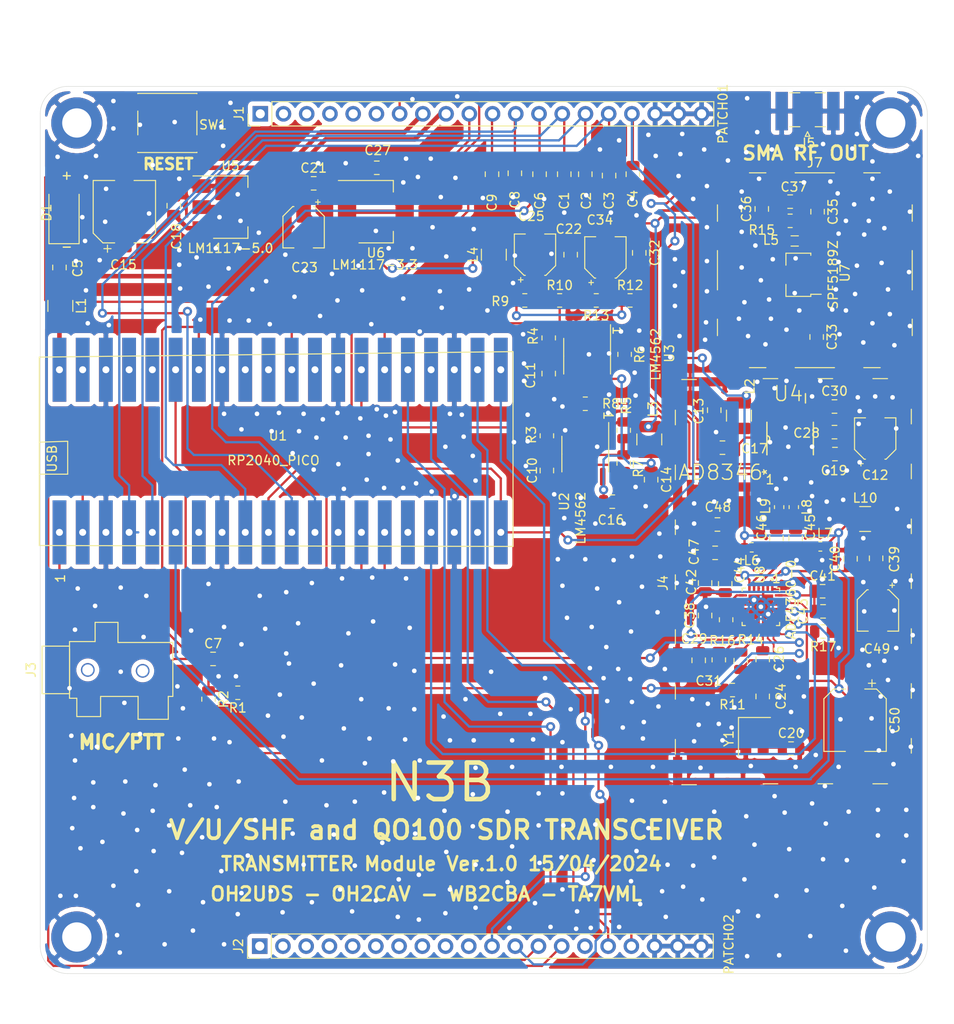
<source format=kicad_pcb>
(kicad_pcb (version 20171130) (host pcbnew "(5.1.12)-1")
  (layers (0 F.Cu signal) (31 B.Cu signal) (34 B.Paste user) (35 F.Paste user) (36 B.SilkS user) (37 F.SilkS user) (38 B.Mask user) (39 F.Mask user) (44 Edge.Cuts user))
  (net 0 "")
  (net 1 GNDPWR)
  (net 2 ROT_A)
  (net 3 ROT_B)
  (net 4 ROT_SW)
  (net 5 PTT)
  (net 6 +5V)
  (net 7 KEY3)
  (net 8 KEY2)
  (net 9 KEY1)
  (net 10 +3V3)
  (net 11 +12V)
  (net 12 "Net-(J1-Pad6)")
  (net 13 "Net-(J1-Pad5)")
  (net 14 "Net-(J1-Pad4)")
  (net 15 "Net-(J1-Pad3)")
  (net 16 "Net-(J1-Pad2)")
  (net 17 "Net-(J1-Pad1)")
  (net 18 LCD_SDA)
  (net 19 LCD_SCL)
  (net 20 UART_RX)
  (net 21 UART_TX)
  (net 22 MCU_SDA)
  (net 23 MCU_SCL)
  (net 24 "Net-(J2-Pad7)")
  (net 25 "Net-(J2-Pad6)")
  (net 26 "Net-(J2-Pad5)")
  (net 27 "Net-(J2-Pad4)")
  (net 28 "Net-(J2-Pad3)")
  (net 29 "Net-(J2-Pad2)")
  (net 30 "Net-(J2-Pad1)")
  (net 31 "Net-(C7-Pad2)")
  (net 32 MIC)
  (net 33 "Net-(C10-Pad1)")
  (net 34 "Net-(C11-Pad1)")
  (net 35 "Net-(C14-Pad1)")
  (net 36 "Net-(C15-Pad1)")
  (net 37 "Net-(C17-Pad1)")
  (net 38 IQ_REF1)
  (net 39 "Net-(C24-Pad2)")
  (net 40 "Net-(C24-Pad1)")
  (net 41 "Net-(C26-Pad2)")
  (net 42 "Net-(C29-Pad1)")
  (net 43 "Net-(C31-Pad2)")
  (net 44 IQ_REF2)
  (net 45 "Net-(C33-Pad2)")
  (net 46 "Net-(C33-Pad1)")
  (net 47 "Net-(C35-Pad2)")
  (net 48 "Net-(C35-Pad1)")
  (net 49 "Net-(C38-Pad1)")
  (net 50 "Net-(C39-Pad1)")
  (net 51 "Net-(C41-Pad1)")
  (net 52 "Net-(C43-Pad2)")
  (net 53 "Net-(C45-Pad2)")
  (net 54 "Net-(C45-Pad1)")
  (net 55 "Net-(C46-Pad2)")
  (net 56 "Net-(C46-Pad1)")
  (net 57 "Net-(L1-Pad2)")
  (net 58 "Net-(L4-Pad1)")
  (net 59 "Net-(L5-Pad1)")
  (net 60 ADF_LOP)
  (net 61 ADF_LON)
  (net 62 "Net-(R1-Pad1)")
  (net 63 TX_I)
  (net 64 TX_Q)
  (net 65 "Net-(R5-Pad2)")
  (net 66 I_OUT+)
  (net 67 "Net-(R6-Pad2)")
  (net 68 Q_OUT+)
  (net 69 I_OUT-)
  (net 70 Q_OUT-)
  (net 71 "Net-(R14-Pad1)")
  (net 72 "Net-(U1-Pad39)")
  (net 73 "Net-(U1-Pad37)")
  (net 74 "Net-(U1-Pad36)")
  (net 75 "Net-(U1-Pad32)")
  (net 76 "Net-(U1-Pad31)")
  (net 77 "Net-(U1-Pad29)")
  (net 78 "Net-(U1-Pad19)")
  (net 79 ADF_TX_LE)
  (net 80 "Net-(U1-Pad16)")
  (net 81 ADF_TX_DATA)
  (net 82 ADF_TX_CLK)
  (net 83 "Net-(U1-Pad7)")
  (net 84 ADF_MUX)
  (net 85 "Net-(J2-Pad10)")
  (net 86 "Net-(J2-Pad9)")
  (net 87 "Net-(J2-Pad8)")
  (net 88 RESET)
  (net 89 "Net-(J2-Pad15)")
  (module ADF4360-5BCP:ADF4360SEDA (layer F.Cu) (at 133.8 184.9 270)
    (fp_text reference U8 (at -3.5 0.1 90) (layer F.SilkS))
    (fp_text value ADF4360-0BCP)
    (pad 25_5 thru_hole circle (at 0 1.1 270) (size 0.4 0.4) (drill 0.2) (layers *.Cu) (net 1 GNDPWR))
    (pad 25_4 thru_hole circle (at 1.1 0 270) (size 0.4 0.4) (drill 0.2) (layers *.Cu) (net 1 GNDPWR))
    (pad 25_3 thru_hole circle (at -1.1 0 270) (size 0.4 0.4) (drill 0.2) (layers *.Cu) (net 1 GNDPWR))
    (pad 25_2 thru_hole circle (at 0 -1.1 270) (size 0.4 0.4) (drill 0.2) (layers *.Cu) (net 1 GNDPWR))
    (pad 25_1 thru_hole circle (at 0 0 270) (size 0.4 0.4) (drill 0.2) (layers *.Cu) (net 1 GNDPWR))
    (pad 25 smd rect (at 0 0 270) (size 2.7 2.7) (layers F.Cu F.Mask) (net 1 GNDPWR))
    (pad 18 smd roundrect (at 1.945 -1.25 270) (size 0.84 0.26) (layers F.Cu F.Paste F.Mask) (roundrect_rratio 0.03) (net 81 ADF_TX_DATA))
    (pad 17 smd roundrect (at 1.945 -0.75 270) (size 0.84 0.26) (layers F.Cu F.Paste F.Mask) (roundrect_rratio 0.03) (net 82 ADF_TX_CLK))
    (pad 16 smd roundrect (at 1.945 -0.25 270) (size 0.84 0.26) (layers F.Cu F.Paste F.Mask) (roundrect_rratio 0.03) (net 41 "Net-(C26-Pad2)"))
    (pad 15 smd roundrect (at 1.945 0.25 270) (size 0.84 0.26) (layers F.Cu F.Paste F.Mask) (roundrect_rratio 0.03) (net 1 GNDPWR))
    (pad 14 smd roundrect (at 1.945 0.75 270) (size 0.84 0.26) (layers F.Cu F.Paste F.Mask) (roundrect_rratio 0.03) (net 43 "Net-(C31-Pad2)"))
    (pad 13 smd roundrect (at 1.945 1.25 270) (size 0.84 0.26) (layers F.Cu F.Paste F.Mask) (roundrect_rratio 0.03) (net 71 "Net-(R14-Pad1)"))
    (pad 6 smd roundrect (at -1.945 1.25 270) (size 0.84 0.26) (layers F.Cu F.Paste F.Mask) (roundrect_rratio 0.03) (net 50 "Net-(C39-Pad1)"))
    (pad 5 smd roundrect (at -1.945 0.75 270) (size 0.84 0.26) (layers F.Cu F.Paste F.Mask) (roundrect_rratio 0.03) (net 56 "Net-(C46-Pad1)"))
    (pad 4 smd roundrect (at -1.945 0.25 270) (size 0.84 0.26) (layers F.Cu F.Paste F.Mask) (roundrect_rratio 0.03) (net 54 "Net-(C45-Pad1)"))
    (pad 3 smd roundrect (at -1.945 -0.25 270) (size 0.84 0.26) (layers F.Cu F.Paste F.Mask) (roundrect_rratio 0.03) (net 1 GNDPWR))
    (pad 2 smd roundrect (at -1.945 -0.75 270) (size 0.84 0.26) (layers F.Cu F.Paste F.Mask) (roundrect_rratio 0.03) (net 50 "Net-(C39-Pad1)"))
    (pad 1 smd roundrect (at -1.945 -1.25 270) (size 0.84 0.26) (layers F.Cu F.Paste F.Mask) (roundrect_rratio 0.03) (net 1 GNDPWR))
    (pad 24 smd roundrect (at -1.25 -1.945) (size 0.84 0.26) (layers F.Cu F.Paste F.Mask) (roundrect_rratio 0.03) (net 51 "Net-(C41-Pad1)"))
    (pad 23 smd roundrect (at -0.75 -1.945) (size 0.84 0.26) (layers F.Cu F.Paste F.Mask) (roundrect_rratio 0.03) (net 10 +3V3))
    (pad 22 smd roundrect (at -0.25 -1.945) (size 0.84 0.26) (layers F.Cu F.Paste F.Mask) (roundrect_rratio 0.03) (net 1 GNDPWR))
    (pad 21 smd roundrect (at 0.25 -1.945) (size 0.84 0.26) (layers F.Cu F.Paste F.Mask) (roundrect_rratio 0.03) (net 50 "Net-(C39-Pad1)"))
    (pad 20 smd roundrect (at 0.75 -1.945) (size 0.84 0.26) (layers F.Cu F.Paste F.Mask) (roundrect_rratio 0.03) (net 84 ADF_MUX))
    (pad 19 smd roundrect (at 1.25 -1.945) (size 0.84 0.26) (layers F.Cu F.Paste F.Mask) (roundrect_rratio 0.03) (net 79 ADF_TX_LE))
    (pad 12 smd roundrect (at 1.25 1.945) (size 0.84 0.26) (layers F.Cu F.Paste F.Mask) (roundrect_rratio 0.03) (net 42 "Net-(C29-Pad1)"))
    (pad 11 smd roundrect (at 0.75 1.945) (size 0.84 0.26) (layers F.Cu F.Paste F.Mask) (roundrect_rratio 0.03) (net 1 GNDPWR))
    (pad 10 smd roundrect (at 0.25 1.945) (size 0.84 0.26) (layers F.Cu F.Paste F.Mask) (roundrect_rratio 0.03) (net 1 GNDPWR))
    (pad 9 smd roundrect (at -0.25 1.945) (size 0.84 0.26) (layers F.Cu F.Paste F.Mask) (roundrect_rratio 0.03) (net 1 GNDPWR))
    (pad 8 smd roundrect (at -0.75 1.945) (size 0.84 0.26) (layers F.Cu F.Paste F.Mask) (roundrect_rratio 0.03) (net 1 GNDPWR))
    (pad 7 smd roundrect (at -1.25 1.945) (size 0.84 0.26) (layers F.Cu F.Paste F.Mask) (roundrect_rratio 0.03) (net 49 "Net-(C38-Pad1)"))
  )
  (module Capacitor_SMD:CP_Elec_4x5.4 (layer F.Cu) (at 146.3 166.5 90)
    (fp_text reference C12 (at -4 0 180) (layer F.SilkS))
    (fp_text value 10uF/16V)
    (pad 2 smd roundrect (at 1.8 0 90) (size 2.6 1.6) (layers F.Cu F.Paste F.Mask) (roundrect_rratio 0.15625) (net 1 GNDPWR))
    (pad 1 smd roundrect (at -1.8 0 90) (size 2.6 1.6) (layers F.Cu F.Paste F.Mask) (roundrect_rratio 0.15625) (net 10 +3V3))
  )
  (module RP2040_PICO:Laird_Technologies_BMI-S-210-F_44.00x30.50mm (layer F.Cu) (at 130.05 136.7)
    (fp_text reference J4 (at -6.95 45.6 90) (layer F.SilkS))
    (fp_text value "ADF4360+AD8346 SHIELD")
    (pad 1 smd rect (at 12.1 34.95 180) (size 3.8 1) (layers F.Cu F.Paste F.Mask) (net 1 GNDPWR))
    (pad 1 smd rect (at 2.3 35.1 180) (size 3.8 1) (layers F.Cu F.Paste F.Mask) (net 1 GNDPWR))
    (pad 1 smd rect (at -1.2 35.1 180) (size 3.8 1) (layers F.Cu F.Paste F.Mask) (net 1 GNDPWR))
    (pad 1 smd rect (at 15.7 34.95 180) (size 3.8 1) (layers F.Cu F.Paste F.Mask) (net 1 GNDPWR))
    (pad 1 smd rect (at 18.675 23.5 90) (size 1 1.55) (layers F.Cu F.Paste F.Mask) (net 1 GNDPWR))
    (pad 1 smd rect (at 18.675 67.3 90) (size 1 1.55) (layers F.Cu F.Paste F.Mask) (net 1 GNDPWR))
    (pad 1 smd rect (at 16.1 23.5 90) (size 1 3.8) (layers F.Cu F.Paste F.Mask) (net 1 GNDPWR))
    (pad 1 smd rect (at 16.1 67.3 90) (size 1 3.8) (layers F.Cu F.Paste F.Mask) (net 1 GNDPWR))
    (pad 1 smd rect (at 13.1 23.5 90) (size 1 3.8) (layers F.Cu F.Paste F.Mask) (net 1 GNDPWR))
    (pad 1 smd rect (at 13.5 67.3 90) (size 1 3.8) (layers F.Cu F.Paste F.Mask) (net 1 GNDPWR))
    (pad 1 smd rect (at -3.9 23.6 90) (size 1 3.8) (layers F.Cu F.Paste F.Mask) (net 1 GNDPWR))
    (pad 1 smd rect (at -1.6 67.4 90) (size 1 3.8) (layers F.Cu F.Paste F.Mask) (net 1 GNDPWR))
    (pad 1 smd rect (at -0.2 23.6 90) (size 1 3.8) (layers F.Cu F.Paste F.Mask) (net 1 GNDPWR))
    (pad 1 smd rect (at 1.8 67.4 90) (size 1 3.8) (layers F.Cu F.Paste F.Mask) (net 1 GNDPWR))
    (pad 1 smd rect (at -4.075 23.6 90) (size 1 1.55) (layers F.Cu F.Paste F.Mask) (net 1 GNDPWR))
    (pad 1 smd rect (at -4.075 67.4 90) (size 1 1.55) (layers F.Cu F.Paste F.Mask) (net 1 GNDPWR))
    (pad 1 smd rect (at 19.95 25.15 90) (size 2.3 1) (layers F.Cu F.Paste F.Mask) (net 1 GNDPWR))
    (pad 1 smd rect (at -5.35 25.25 90) (size 2.3 1) (layers F.Cu F.Paste F.Mask) (net 1 GNDPWR))
    (pad 1 smd rect (at 19.95 30.4 90) (size 3.8 1) (layers F.Cu F.Paste F.Mask) (net 1 GNDPWR))
    (pad 1 smd rect (at -5.35 30.5 90) (size 3.8 1) (layers F.Cu F.Paste F.Mask) (net 1 GNDPWR))
    (pad 1 smd rect (at 19.95 36.4 90) (size 3.8 1) (layers F.Cu F.Paste F.Mask) (net 1 GNDPWR))
    (pad 1 smd rect (at -5.35 36.5 90) (size 3.8 1) (layers F.Cu F.Paste F.Mask) (net 1 GNDPWR))
    (pad 1 smd rect (at 19.95 42.4 90) (size 3.8 1) (layers F.Cu F.Paste F.Mask) (net 1 GNDPWR))
    (pad 1 smd rect (at -5.35 42.5 90) (size 3.8 1) (layers F.Cu F.Paste F.Mask) (net 1 GNDPWR))
    (pad 1 smd rect (at 19.95 48.4 90) (size 3.8 1) (layers F.Cu F.Paste F.Mask) (net 1 GNDPWR))
    (pad 1 smd rect (at -5.35 48.5 90) (size 3.8 1) (layers F.Cu F.Paste F.Mask) (net 1 GNDPWR))
    (pad 1 smd rect (at 19.95 54.4 90) (size 3.8 1) (layers F.Cu F.Paste F.Mask) (net 1 GNDPWR))
    (pad 1 smd rect (at -5.35 54.5 90) (size 3.8 1) (layers F.Cu F.Paste F.Mask) (net 1 GNDPWR))
    (pad 1 smd rect (at 19.95 60.4 90) (size 3.8 1) (layers F.Cu F.Paste F.Mask) (net 1 GNDPWR))
    (pad 1 smd rect (at -5.35 60.5 90) (size 3.8 1) (layers F.Cu F.Paste F.Mask) (net 1 GNDPWR))
    (pad 1 smd rect (at 19.95 65.65 90) (size 2.3 1) (layers F.Cu F.Paste F.Mask) (net 1 GNDPWR))
    (pad 1 smd rect (at -5.35 65.75 90) (size 2.3 1) (layers F.Cu F.Paste F.Mask) (net 1 GNDPWR))
    (pad 1 smd rect (at 19.95 67.3 90) (size 1 1) (layers F.Cu F.Paste F.Mask) (net 1 GNDPWR))
    (pad 1 smd rect (at 19.95 23.5 90) (size 1 1) (layers F.Cu F.Paste F.Mask) (net 1 GNDPWR))
    (pad 1 smd rect (at -5.35 23.6 90) (size 1 1) (layers F.Cu F.Paste F.Mask) (net 1 GNDPWR))
    (pad 1 smd rect (at -5.35 67.4 90) (size 1 1) (layers F.Cu F.Paste F.Mask) (net 1 GNDPWR))
  )
  (module Diode_SMD:D_SMA (layer F.Cu) (at 57.6 141.8 90)
    (fp_text reference D1 (at 0 -1.9 90) (layer F.SilkS))
    (fp_text value SS34)
    (pad 2 smd rect (at 2 0 90) (size 2.5 1.8) (layers F.Cu F.Paste F.Mask) (net 11 +12V))
    (pad 1 smd rect (at -2 0 90) (size 2.5 1.8) (layers F.Cu F.Paste F.Mask) (net 36 "Net-(C15-Pad1)"))
  )
  (module Crystal:Crystal_SMD_SeikoEpson_FA238V-4Pin_3.2x2.5mm (layer F.Cu) (at 133.1 199.1 270)
    (fp_text reference Y1 (at 0.2 2.8 90) (layer F.SilkS))
    (fp_text value 10Mhz)
    (pad 4 smd rect (at -1.2 -0.95 270) (size 1.4 1.2) (layers F.Cu F.Paste F.Mask) (net 40 "Net-(C24-Pad1)"))
    (pad 3 smd rect (at 1.2 -0.95 270) (size 1.4 1.2) (layers F.Cu F.Paste F.Mask) (net 10 +3V3))
    (pad 2 smd rect (at 1.2 0.95 270) (size 1.4 1.2) (layers F.Cu F.Paste F.Mask) (net 1 GNDPWR))
    (pad 1 smd rect (at -1.2 0.95 270) (size 1.4 1.2) (layers F.Cu F.Paste F.Mask) (net 1 GNDPWR))
  )
  (module Package_TO_SOT_SMD:SOT-89-3 (layer F.Cu) (at 138.2 148.6 180)
    (fp_text reference U7 (at -4.8 0.2 90) (layer F.SilkS))
    (fp_text value SPF5189Z (at -3.5 0 90) (layer F.SilkS))
    (pad 2 smd custom (at -1.5625 0 180) (size 1.475 0.9) (layers F.Cu F.Paste F.Mask) (net 1 GNDPWR) (options (clearance outline) (anchor rect)) (primitives (gr_poly (pts (xy 0.7375 -0.8665) (xy 3.8625 -0.8665) (xy 3.8625 0.8665) (xy 0.7375 0.8665)) (width 0))))
    (pad 3 smd rect (at -1.65 1.5 180) (size 1.3 0.9) (layers F.Cu F.Paste F.Mask) (net 47 "Net-(C35-Pad2)"))
    (pad 1 smd rect (at -1.65 -1.5 180) (size 1.3 0.9) (layers F.Cu F.Paste F.Mask) (net 46 "Net-(C33-Pad1)"))
  )
  (module Package_TO_SOT_SMD:SOT-223-3_TabPin2 (layer F.Cu) (at 91.7 141.7)
    (fp_text reference U6 (at 0 4.5) (layer F.SilkS))
    (fp_text value LM1117-3.3 (at -0.1 5.8) (layer F.SilkS))
    (pad 1 smd rect (at -3.15 -2.3) (size 2 1.5) (layers F.Cu F.Paste F.Mask) (net 1 GNDPWR))
    (pad 3 smd rect (at -3.15 2.3) (size 2 1.5) (layers F.Cu F.Paste F.Mask) (net 6 +5V))
    (pad 2 smd rect (at -3.15 0) (size 2 1.5) (layers F.Cu F.Paste F.Mask) (net 10 +3V3))
    (pad 2 smd rect (at 3.15 0) (size 2 3.8) (layers F.Cu F.Paste F.Mask) (net 10 +3V3))
  )
  (module Package_TO_SOT_SMD:SOT-223-3_TabPin2 (layer F.Cu) (at 75.8 141.2)
    (fp_text reference U5 (at 0 -4.5) (layer F.SilkS))
    (fp_text value LM1117-5.0 (at 0 4.5) (layer F.SilkS))
    (pad 1 smd rect (at -3.15 -2.3) (size 2 1.5) (layers F.Cu F.Paste F.Mask) (net 1 GNDPWR))
    (pad 3 smd rect (at -3.15 2.3) (size 2 1.5) (layers F.Cu F.Paste F.Mask) (net 36 "Net-(C15-Pad1)"))
    (pad 2 smd rect (at -3.15 0) (size 2 1.5) (layers F.Cu F.Paste F.Mask) (net 6 +5V))
    (pad 2 smd rect (at 3.15 0) (size 2 3.8) (layers F.Cu F.Paste F.Mask) (net 6 +5V))
  )
  (module AD8346ARUZ:AD8346SEDA (layer F.Cu) (at 137 166.5 90)
    (fp_text reference U4 (at 4.9 -0.2 180) (layer F.SilkS) (effects (font (size 1.64 1.64))))
    (fp_text value AD8346 (at -3.7 -7.6 180) (layer F.SilkS) (effects (font (size 1.64 1.64))))
    (fp_text user * (at -3.6576 -2.4892 90) (layer F.SilkS))
    (pad 16 smd rect (at 2.8194 -2.286 90) (size 1.4732 0.3556) (layers F.Cu F.Paste F.Mask) (net 68 Q_OUT+))
    (pad 15 smd rect (at 2.8194 -1.6256 90) (size 1.4732 0.3556) (layers F.Cu F.Paste F.Mask) (net 70 Q_OUT-))
    (pad 14 smd rect (at 2.8194 -0.9652 90) (size 1.4732 0.3556) (layers F.Cu F.Paste F.Mask) (net 1 GNDPWR))
    (pad 13 smd rect (at 2.8194 -0.3302 90) (size 1.4732 0.3556) (layers F.Cu F.Paste F.Mask) (net 1 GNDPWR))
    (pad 12 smd rect (at 2.8194 0.3302 90) (size 1.4732 0.3556) (layers F.Cu F.Paste F.Mask) (net 37 "Net-(C17-Pad1)"))
    (pad 11 smd rect (at 2.8194 0.9652 90) (size 1.4732 0.3556) (layers F.Cu F.Paste F.Mask) (net 45 "Net-(C33-Pad2)"))
    (pad 10 smd rect (at 2.8194 1.6256 90) (size 1.4732 0.3556) (layers F.Cu F.Paste F.Mask) (net 1 GNDPWR))
    (pad 9 smd rect (at 2.8194 2.286 90) (size 1.4732 0.3556) (layers F.Cu F.Paste F.Mask) (net 1 GNDPWR))
    (pad 8 smd rect (at -2.8194 2.286 90) (size 1.4732 0.3556) (layers F.Cu F.Paste F.Mask) (net 37 "Net-(C17-Pad1)"))
    (pad 7 smd rect (at -2.8194 1.6256 90) (size 1.4732 0.3556) (layers F.Cu F.Paste F.Mask) (net 37 "Net-(C17-Pad1)"))
    (pad 6 smd rect (at -2.8194 0.9652 90) (size 1.4732 0.3556) (layers F.Cu F.Paste F.Mask) (net 60 ADF_LOP))
    (pad 5 smd rect (at -2.8194 0.3302 90) (size 1.4732 0.3556) (layers F.Cu F.Paste F.Mask) (net 61 ADF_LON))
    (pad 4 smd rect (at -2.8194 -0.3302 90) (size 1.4732 0.3556) (layers F.Cu F.Paste F.Mask) (net 1 GNDPWR))
    (pad 3 smd rect (at -2.8194 -0.9652 90) (size 1.4732 0.3556) (layers F.Cu F.Paste F.Mask) (net 1 GNDPWR))
    (pad 2 smd rect (at -2.8194 -1.6256 90) (size 1.4732 0.3556) (layers F.Cu F.Paste F.Mask) (net 69 I_OUT-))
    (pad 1 smd rect (at -2.8194 -2.286 90) (size 1.4732 0.3556) (layers F.Cu F.Paste F.Mask) (net 66 I_OUT+))
  )
  (module Package_SO:SOIC-8_3.9x4.9mm_P1.27mm (layer F.Cu) (at 114.8 157.5 270)
    (fp_text reference U3 (at -0.3 -9 90) (layer F.SilkS))
    (fp_text value LM4562 (at -0.2 -7.5 90) (layer F.SilkS))
    (pad 8 smd roundrect (at 2.475 -1.905 270) (size 1.95 0.6) (layers F.Cu F.Paste F.Mask) (net 35 "Net-(C14-Pad1)"))
    (pad 7 smd roundrect (at 2.475 -0.635 270) (size 1.95 0.6) (layers F.Cu F.Paste F.Mask) (net 70 Q_OUT-))
    (pad 6 smd roundrect (at 2.475 0.635 270) (size 1.95 0.6) (layers F.Cu F.Paste F.Mask) (net 67 "Net-(R6-Pad2)"))
    (pad 5 smd roundrect (at 2.475 1.905 270) (size 1.95 0.6) (layers F.Cu F.Paste F.Mask) (net 44 IQ_REF2))
    (pad 4 smd roundrect (at -2.475 1.905 270) (size 1.95 0.6) (layers F.Cu F.Paste F.Mask) (net 1 GNDPWR))
    (pad 3 smd roundrect (at -2.475 0.635 270) (size 1.95 0.6) (layers F.Cu F.Paste F.Mask) (net 34 "Net-(C11-Pad1)"))
    (pad 2 smd roundrect (at -2.475 -0.635 270) (size 1.95 0.6) (layers F.Cu F.Paste F.Mask) (net 68 Q_OUT+))
    (pad 1 smd roundrect (at -2.475 -1.905 270) (size 1.95 0.6) (layers F.Cu F.Paste F.Mask) (net 68 Q_OUT+))
  )
  (module Package_SO:SOIC-8_3.9x4.9mm_P1.27mm (layer F.Cu) (at 114.6 168.2 270)
    (fp_text reference U2 (at 5.2 2.3 90) (layer F.SilkS))
    (fp_text value LM4562 (at 7 0.5 90) (layer F.SilkS))
    (pad 8 smd roundrect (at 2.475 -1.905 270) (size 1.95 0.6) (layers F.Cu F.Paste F.Mask) (net 35 "Net-(C14-Pad1)"))
    (pad 7 smd roundrect (at 2.475 -0.635 270) (size 1.95 0.6) (layers F.Cu F.Paste F.Mask) (net 69 I_OUT-))
    (pad 6 smd roundrect (at 2.475 0.635 270) (size 1.95 0.6) (layers F.Cu F.Paste F.Mask) (net 65 "Net-(R5-Pad2)"))
    (pad 5 smd roundrect (at 2.475 1.905 270) (size 1.95 0.6) (layers F.Cu F.Paste F.Mask) (net 38 IQ_REF1))
    (pad 4 smd roundrect (at -2.475 1.905 270) (size 1.95 0.6) (layers F.Cu F.Paste F.Mask) (net 1 GNDPWR))
    (pad 3 smd roundrect (at -2.475 0.635 270) (size 1.95 0.6) (layers F.Cu F.Paste F.Mask) (net 33 "Net-(C10-Pad1)"))
    (pad 2 smd roundrect (at -2.475 -0.635 270) (size 1.95 0.6) (layers F.Cu F.Paste F.Mask) (net 66 I_OUT+))
    (pad 1 smd roundrect (at -2.475 -1.905 270) (size 1.95 0.6) (layers F.Cu F.Paste F.Mask) (net 66 I_OUT+))
  )
  (module RP2040_PICO:RPI2040_PICO_SMD (layer F.Cu) (at 57.1 153.9 90)
    (fp_text reference U1 (at -12.3 23.9 180) (layer F.SilkS))
    (fp_text value RP2040_PICO (at -15 23.4 180) (layer F.SilkS))
    (fp_text user USB (at -14.8 -0.8 90) (layer F.SilkS))
    (pad 40 thru_hole rect (at -5.08 0 90) (size 7 1.5) (drill 0.762) (layers *.Cu *.Mask) (net 57 "Net-(L1-Pad2)"))
    (pad 39 thru_hole rect (at -5.08 2.54 90) (size 7 1.5) (drill 0.762) (layers *.Cu *.Mask) (net 72 "Net-(U1-Pad39)"))
    (pad 38 thru_hole rect (at -5.08 5.08 90) (size 7 1.5) (drill 0.762) (layers *.Cu *.Mask) (net 1 GNDPWR))
    (pad 37 thru_hole rect (at -5.08 7.62 90) (size 7 1.5) (drill 0.762) (layers *.Cu *.Mask) (net 73 "Net-(U1-Pad37)"))
    (pad 36 thru_hole rect (at -5.08 10.16 90) (size 7 1.5) (drill 0.762) (layers *.Cu *.Mask) (net 74 "Net-(U1-Pad36)"))
    (pad 35 thru_hole rect (at -5.08 12.7 90) (size 7 1.5) (drill 0.762) (layers *.Cu *.Mask) (net 62 "Net-(R1-Pad1)"))
    (pad 34 thru_hole rect (at -5.08 15.24 90) (size 7 1.5) (drill 0.762) (layers *.Cu *.Mask) (net 31 "Net-(C7-Pad2)"))
    (pad 33 thru_hole rect (at -5.08 17.78 90) (size 7 1.5) (drill 0.762) (layers *.Cu *.Mask) (net 1 GNDPWR))
    (pad 32 thru_hole rect (at -5.08 20.32 90) (size 7 1.5) (drill 0.762) (layers *.Cu *.Mask) (net 75 "Net-(U1-Pad32)"))
    (pad 31 thru_hole rect (at -5.08 22.86 90) (size 7 1.5) (drill 0.762) (layers *.Cu *.Mask) (net 76 "Net-(U1-Pad31)"))
    (pad 30 thru_hole rect (at -5.08 25.4 90) (size 7 1.5) (drill 0.762) (layers *.Cu *.Mask) (net 88 RESET))
    (pad 29 thru_hole rect (at -5.08 27.94 90) (size 7 1.5) (drill 0.762) (layers *.Cu *.Mask) (net 77 "Net-(U1-Pad29)"))
    (pad 28 thru_hole rect (at -5.08 30.48 90) (size 7 1.5) (drill 0.762) (layers *.Cu *.Mask) (net 1 GNDPWR))
    (pad 27 thru_hole rect (at -5.08 33.02 90) (size 7 1.5) (drill 0.762) (layers *.Cu *.Mask) (net 63 TX_I))
    (pad 26 thru_hole rect (at -5.08 35.56 90) (size 7 1.5) (drill 0.762) (layers *.Cu *.Mask) (net 64 TX_Q))
    (pad 25 thru_hole rect (at -5.08 38.1 90) (size 7 1.5) (drill 0.762) (layers *.Cu *.Mask) (net 19 LCD_SCL))
    (pad 24 thru_hole rect (at -5.08 40.64 90) (size 7 1.5) (drill 0.762) (layers *.Cu *.Mask) (net 18 LCD_SDA))
    (pad 23 thru_hole rect (at -5.08 43.18 90) (size 7 1.5) (drill 0.762) (layers *.Cu *.Mask) (net 1 GNDPWR))
    (pad 22 thru_hole rect (at -5.08 45.72 90) (size 7 1.5) (drill 0.762) (layers *.Cu *.Mask) (net 23 MCU_SCL))
    (pad 21 thru_hole rect (at -5.08 48.26 90) (size 7 1.5) (drill 0.762) (layers *.Cu *.Mask) (net 22 MCU_SDA))
    (pad 20 thru_hole rect (at -22.86 48.26 90) (size 7 1.5) (drill 0.762) (layers *.Cu *.Mask) (net 5 PTT))
    (pad 19 thru_hole rect (at -22.86 45.72 90) (size 7 1.5) (drill 0.762) (layers *.Cu *.Mask) (net 78 "Net-(U1-Pad19)"))
    (pad 18 thru_hole rect (at -22.86 43.18 90) (size 7 1.5) (drill 0.762) (layers *.Cu *.Mask) (net 1 GNDPWR))
    (pad 17 thru_hole rect (at -22.86 40.64 90) (size 7 1.5) (drill 0.762) (layers *.Cu *.Mask) (net 79 ADF_TX_LE))
    (pad 16 thru_hole rect (at -22.86 38.1 90) (size 7 1.5) (drill 0.762) (layers *.Cu *.Mask) (net 80 "Net-(U1-Pad16)"))
    (pad 15 thru_hole rect (at -22.86 35.56 90) (size 7 1.5) (drill 0.762) (layers *.Cu *.Mask) (net 81 ADF_TX_DATA))
    (pad 14 thru_hole rect (at -22.86 33.02 90) (size 7 1.5) (drill 0.762) (layers *.Cu *.Mask) (net 82 ADF_TX_CLK))
    (pad 13 thru_hole rect (at -22.86 30.48 90) (size 7 1.5) (drill 0.762) (layers *.Cu *.Mask) (net 1 GNDPWR))
    (pad 12 thru_hole rect (at -22.86 27.94 90) (size 7 1.5) (drill 0.762) (layers *.Cu *.Mask) (net 7 KEY3))
    (pad 11 thru_hole rect (at -22.86 25.4 90) (size 7 1.5) (drill 0.762) (layers *.Cu *.Mask) (net 8 KEY2))
    (pad 10 thru_hole rect (at -22.86 22.86 90) (size 7 1.5) (drill 0.762) (layers *.Cu *.Mask) (net 9 KEY1))
    (pad 9 thru_hole rect (at -22.86 20.32 90) (size 7 1.5) (drill 0.762) (layers *.Cu *.Mask) (net 4 ROT_SW))
    (pad 8 thru_hole rect (at -22.86 17.78 90) (size 7 1.5) (drill 0.762) (layers *.Cu *.Mask) (net 1 GNDPWR))
    (pad 7 thru_hole rect (at -22.86 15.24 90) (size 7 1.5) (drill 0.762) (layers *.Cu *.Mask) (net 83 "Net-(U1-Pad7)"))
    (pad 6 thru_hole rect (at -22.86 12.7 90) (size 7 1.5) (drill 0.762) (layers *.Cu *.Mask) (net 84 ADF_MUX))
    (pad 5 thru_hole rect (at -22.86 10.16 90) (size 7 1.5) (drill 0.762) (layers *.Cu *.Mask) (net 3 ROT_B))
    (pad 4 thru_hole rect (at -22.86 7.62 90) (size 7 1.5) (drill 0.762) (layers *.Cu *.Mask) (net 2 ROT_A))
    (pad 3 thru_hole rect (at -22.86 5.08 90) (size 7 1.5) (drill 0.762) (layers *.Cu *.Mask) (net 1 GNDPWR))
    (pad 2 thru_hole rect (at -22.86 2.54 90) (size 7 1.5) (drill 0.762) (layers *.Cu *.Mask) (net 20 UART_RX))
    (pad 1 thru_hole rect (at -22.86 0 90) (size 7 1.5) (drill 0.762) (layers *.Cu *.Mask) (net 21 UART_TX))
  )
  (module ADX_FOOTPRINT_LIBRARY:SW_Push_1P1T_NO_6x6mm_H9.5mm (layer F.Cu) (at 68.9 132)
    (fp_text reference SW1 (at 5 0.2) (layer F.SilkS))
    (fp_text value RESET (at 0.1 4.5) (layer F.SilkS) (effects (font (size 1.2 1.2) (thickness 0.3))))
    (pad 2 smd rect (at 2.8 2.3) (size 3 1.3) (layers F.Cu F.Paste F.Mask) (net 1 GNDPWR))
    (pad 1 smd rect (at 2.8 -2.3) (size 3 1.3) (layers F.Cu F.Paste F.Mask) (net 88 RESET))
    (pad 1 smd rect (at -2.7 -2.3) (size 3 1.3) (layers F.Cu F.Paste F.Mask) (net 88 RESET))
    (pad 2 smd rect (at -2.7 2.25) (size 3 1.3) (layers F.Cu F.Paste F.Mask) (net 1 GNDPWR))
  )
  (module Resistor_SMD:R_0805_2012Metric (layer F.Cu) (at 140.6 187.6 180)
    (fp_text reference R17 (at 0 -1.65) (layer F.SilkS))
    (fp_text value 2k)
    (pad 2 smd roundrect (at 0.9125 0 180) (size 1.025 1.4) (layers F.Cu F.Paste F.Mask) (roundrect_rratio 0.2439004878048781) (net 1 GNDPWR))
    (pad 1 smd roundrect (at -0.9125 0 180) (size 1.025 1.4) (layers F.Cu F.Paste F.Mask) (roundrect_rratio 0.2439004878048781) (net 52 "Net-(C43-Pad2)"))
  )
  (module Resistor_SMD:R_0805_2012Metric (layer F.Cu) (at 130 186.3125 90)
    (fp_text reference R16 (at -2.2875 -0.4 180) (layer F.SilkS))
    (fp_text value 2k)
    (pad 2 smd roundrect (at 0.9125 0 90) (size 1.025 1.4) (layers F.Cu F.Paste F.Mask) (roundrect_rratio 0.2439004878048781) (net 49 "Net-(C38-Pad1)"))
    (pad 1 smd roundrect (at -0.9125 0 90) (size 1.025 1.4) (layers F.Cu F.Paste F.Mask) (roundrect_rratio 0.2439004878048781) (net 51 "Net-(C41-Pad1)"))
  )
  (module Resistor_SMD:R_0805_2012Metric (layer F.Cu) (at 137 142.7 180)
    (fp_text reference R15 (at 3.1 -1) (layer F.SilkS))
    (fp_text value 0R)
    (pad 2 smd roundrect (at 0.9125 0 180) (size 1.025 1.4) (layers F.Cu F.Paste F.Mask) (roundrect_rratio 0.2439004878048781) (net 59 "Net-(L5-Pad1)"))
    (pad 1 smd roundrect (at -0.9125 0 180) (size 1.025 1.4) (layers F.Cu F.Paste F.Mask) (roundrect_rratio 0.2439004878048781) (net 6 +5V))
  )
  (module Resistor_SMD:R_0805_2012Metric (layer F.Cu) (at 129.2 190.7 270)
    (fp_text reference R14 (at -2.2 -3.5 180) (layer F.SilkS))
    (fp_text value 4k7)
    (pad 2 smd roundrect (at 0.9125 0 270) (size 1.025 1.4) (layers F.Cu F.Paste F.Mask) (roundrect_rratio 0.2439004878048781) (net 1 GNDPWR))
    (pad 1 smd roundrect (at -0.9125 0 270) (size 1.025 1.4) (layers F.Cu F.Paste F.Mask) (roundrect_rratio 0.2439004878048781) (net 71 "Net-(R14-Pad1)"))
  )
  (module Resistor_SMD:R_0805_2012Metric (layer F.Cu) (at 115.8 151.4 180)
    (fp_text reference R13 (at 0 -1.65) (layer F.SilkS))
    (fp_text value 1k8)
    (pad 2 smd roundrect (at 0.9125 0 180) (size 1.025 1.4) (layers F.Cu F.Paste F.Mask) (roundrect_rratio 0.2439004878048781) (net 1 GNDPWR))
    (pad 1 smd roundrect (at -0.9125 0 180) (size 1.025 1.4) (layers F.Cu F.Paste F.Mask) (roundrect_rratio 0.2439004878048781) (net 44 IQ_REF2))
  )
  (module Resistor_SMD:R_0805_2012Metric (layer F.Cu) (at 119.5 151.4)
    (fp_text reference R12 (at 0 -1.65) (layer F.SilkS))
    (fp_text value 5k6)
    (pad 2 smd roundrect (at 0.9125 0) (size 1.025 1.4) (layers F.Cu F.Paste F.Mask) (roundrect_rratio 0.2439004878048781) (net 44 IQ_REF2))
    (pad 1 smd roundrect (at -0.9125 0) (size 1.025 1.4) (layers F.Cu F.Paste F.Mask) (roundrect_rratio 0.2439004878048781) (net 58 "Net-(L4-Pad1)"))
  )
  (module Resistor_SMD:R_0805_2012Metric (layer F.Cu) (at 130.7 194 180)
    (fp_text reference R11 (at 0 -1.6) (layer F.SilkS))
    (fp_text value 50R)
    (pad 2 smd roundrect (at 0.9125 0 180) (size 1.025 1.4) (layers F.Cu F.Paste F.Mask) (roundrect_rratio 0.2439004878048781) (net 1 GNDPWR))
    (pad 1 smd roundrect (at -0.9125 0 180) (size 1.025 1.4) (layers F.Cu F.Paste F.Mask) (roundrect_rratio 0.2439004878048781) (net 39 "Net-(C24-Pad2)"))
  )
  (module Resistor_SMD:R_0805_2012Metric (layer F.Cu) (at 111.8 151.4)
    (fp_text reference R10 (at 0 -1.65) (layer F.SilkS))
    (fp_text value 1k8)
    (pad 2 smd roundrect (at 0.9125 0) (size 1.025 1.4) (layers F.Cu F.Paste F.Mask) (roundrect_rratio 0.2439004878048781) (net 1 GNDPWR))
    (pad 1 smd roundrect (at -0.9125 0) (size 1.025 1.4) (layers F.Cu F.Paste F.Mask) (roundrect_rratio 0.2439004878048781) (net 38 IQ_REF1))
  )
  (module Resistor_SMD:R_0805_2012Metric (layer F.Cu) (at 107.9875 151.4)
    (fp_text reference R9 (at -2.6875 0.1) (layer F.SilkS))
    (fp_text value 5k6)
    (pad 2 smd roundrect (at 0.9125 0) (size 1.025 1.4) (layers F.Cu F.Paste F.Mask) (roundrect_rratio 0.2439004878048781) (net 38 IQ_REF1))
    (pad 1 smd roundrect (at -0.9125 0) (size 1.025 1.4) (layers F.Cu F.Paste F.Mask) (roundrect_rratio 0.2439004878048781) (net 58 "Net-(L4-Pad1)"))
  )
  (module Resistor_SMD:R_0805_2012Metric (layer F.Cu) (at 114.6 162.7)
    (fp_text reference R8 (at 2.8 0) (layer F.SilkS))
    (fp_text value 10k)
    (pad 2 smd roundrect (at 0.9125 0) (size 1.025 1.4) (layers F.Cu F.Paste F.Mask) (roundrect_rratio 0.2439004878048781) (net 70 Q_OUT-))
    (pad 1 smd roundrect (at -0.9125 0) (size 1.025 1.4) (layers F.Cu F.Paste F.Mask) (roundrect_rratio 0.2439004878048781) (net 67 "Net-(R6-Pad2)"))
  )
  (module Resistor_SMD:R_0805_2012Metric (layer F.Cu) (at 118.8 169.2 270)
    (fp_text reference R7 (at 0.6 -1.6 90) (layer F.SilkS))
    (fp_text value 1ok)
    (pad 2 smd roundrect (at 0.9125 0 270) (size 1.025 1.4) (layers F.Cu F.Paste F.Mask) (roundrect_rratio 0.2439004878048781) (net 69 I_OUT-))
    (pad 1 smd roundrect (at -0.9125 0 270) (size 1.025 1.4) (layers F.Cu F.Paste F.Mask) (roundrect_rratio 0.2439004878048781) (net 65 "Net-(R5-Pad2)"))
  )
  (module Resistor_SMD:R_0805_2012Metric (layer F.Cu) (at 118.9 157.3 270)
    (fp_text reference R6 (at 0 -1.65 90) (layer F.SilkS))
    (fp_text value 10k)
    (pad 2 smd roundrect (at 0.9125 0 270) (size 1.025 1.4) (layers F.Cu F.Paste F.Mask) (roundrect_rratio 0.2439004878048781) (net 67 "Net-(R6-Pad2)"))
    (pad 1 smd roundrect (at -0.9125 0 270) (size 1.025 1.4) (layers F.Cu F.Paste F.Mask) (roundrect_rratio 0.2439004878048781) (net 68 Q_OUT+))
  )
  (module Resistor_SMD:R_0805_2012Metric (layer F.Cu) (at 118.8 165.6 270)
    (fp_text reference R5 (at -2.7 -0.3 90) (layer F.SilkS))
    (fp_text value 10k)
    (pad 2 smd roundrect (at 0.9125 0 270) (size 1.025 1.4) (layers F.Cu F.Paste F.Mask) (roundrect_rratio 0.2439004878048781) (net 65 "Net-(R5-Pad2)"))
    (pad 1 smd roundrect (at -0.9125 0 270) (size 1.025 1.4) (layers F.Cu F.Paste F.Mask) (roundrect_rratio 0.2439004878048781) (net 66 I_OUT+))
  )
  (module Resistor_SMD:R_0805_2012Metric (layer F.Cu) (at 110.6 155.5 270)
    (fp_text reference R4 (at -0.2 1.7 90) (layer F.SilkS))
    (fp_text value 10k)
    (pad 2 smd roundrect (at 0.9125 0 270) (size 1.025 1.4) (layers F.Cu F.Paste F.Mask) (roundrect_rratio 0.2439004878048781) (net 34 "Net-(C11-Pad1)"))
    (pad 1 smd roundrect (at -0.9125 0 270) (size 1.025 1.4) (layers F.Cu F.Paste F.Mask) (roundrect_rratio 0.2439004878048781) (net 64 TX_Q))
  )
  (module Resistor_SMD:R_0805_2012Metric (layer F.Cu) (at 110.4 166.2 270)
    (fp_text reference R3 (at -0.1 1.7 90) (layer F.SilkS))
    (fp_text value 10k)
    (pad 2 smd roundrect (at 0.9125 0 270) (size 1.025 1.4) (layers F.Cu F.Paste F.Mask) (roundrect_rratio 0.2439004878048781) (net 33 "Net-(C10-Pad1)"))
    (pad 1 smd roundrect (at -0.9125 0 270) (size 1.025 1.4) (layers F.Cu F.Paste F.Mask) (roundrect_rratio 0.2439004878048781) (net 63 TX_I))
  )
  (module Resistor_SMD:R_0805_2012Metric (layer F.Cu) (at 73.4 195 270)
    (fp_text reference R2 (at 0 -1.65 90) (layer F.SilkS))
    (fp_text value 10k)
    (pad 2 smd roundrect (at 0.9125 0 270) (size 1.025 1.4) (layers F.Cu F.Paste F.Mask) (roundrect_rratio 0.2439004878048781) (net 1 GNDPWR))
    (pad 1 smd roundrect (at -0.9125 0 270) (size 1.025 1.4) (layers F.Cu F.Paste F.Mask) (roundrect_rratio 0.2439004878048781) (net 31 "Net-(C7-Pad2)"))
  )
  (module Resistor_SMD:R_0805_2012Metric (layer F.Cu) (at 76.6 194.3 180)
    (fp_text reference R1 (at 0 -1.65) (layer F.SilkS))
    (fp_text value 51k)
    (pad 2 smd roundrect (at 0.9125 0 180) (size 1.025 1.4) (layers F.Cu F.Paste F.Mask) (roundrect_rratio 0.2439004878048781) (net 31 "Net-(C7-Pad2)"))
    (pad 1 smd roundrect (at -0.9125 0 180) (size 1.025 1.4) (layers F.Cu F.Paste F.Mask) (roundrect_rratio 0.2439004878048781) (net 62 "Net-(R1-Pad1)"))
  )
  (module Inductor_SMD:L_1210_3225Metric (layer F.Cu) (at 145.2 175.3 180)
    (fp_text reference L10 (at 0 2.3) (layer F.SilkS))
    (fp_text value 100uH)
    (pad 2 smd roundrect (at 1.4 0 180) (size 1.25 2.65) (layers F.Cu F.Paste F.Mask) (roundrect_rratio 0.2) (net 10 +3V3))
    (pad 1 smd roundrect (at -1.4 0 180) (size 1.25 2.65) (layers F.Cu F.Paste F.Mask) (roundrect_rratio 0.2) (net 50 "Net-(C39-Pad1)"))
  )
  (module Inductor_SMD:L_0603_1608Metric (layer F.Cu) (at 135.8 174 270)
    (fp_text reference L9 (at -0.1 1.5 90) (layer F.SilkS))
    (fp_text value 8.7nH)
    (pad 2 smd roundrect (at 0.7875 0 270) (size 0.875 0.95) (layers F.Cu F.Paste F.Mask) (net 55 "Net-(C46-Pad2)"))
    (pad 1 smd roundrect (at -0.7875 0 270) (size 0.875 0.95) (layers F.Cu F.Paste F.Mask) (net 61 ADF_LON))
  )
  (module Inductor_SMD:L_0603_1608Metric (layer F.Cu) (at 137.4 174 270)
    (fp_text reference L8 (at 0 -1.43 90) (layer F.SilkS))
    (fp_text value 8.7nH)
    (pad 2 smd roundrect (at 0.7875 0 270) (size 0.875 0.95) (layers F.Cu F.Paste F.Mask) (net 53 "Net-(C45-Pad2)"))
    (pad 1 smd roundrect (at -0.7875 0 270) (size 0.875 0.95) (layers F.Cu F.Paste F.Mask) (net 60 ADF_LOP))
  )
  (module Inductor_SMD:L_0603_1608Metric (layer F.Cu) (at 140.3 178.3)
    (fp_text reference L7 (at 0.5 -1.43) (layer F.SilkS))
    (fp_text value 100nH)
    (pad 2 smd roundrect (at 0.7875 0) (size 0.875 0.95) (layers F.Cu F.Paste F.Mask) (net 10 +3V3))
    (pad 1 smd roundrect (at -0.7875 0) (size 0.875 0.95) (layers F.Cu F.Paste F.Mask) (net 54 "Net-(C45-Pad1)"))
  )
  (module Inductor_SMD:L_0603_1608Metric (layer F.Cu) (at 132.8 178.4 180)
    (fp_text reference L6 (at 0 -1.43) (layer F.SilkS))
    (fp_text value 100nH)
    (pad 2 smd roundrect (at 0.7875 0 180) (size 0.875 0.95) (layers F.Cu F.Paste F.Mask) (net 10 +3V3))
    (pad 1 smd roundrect (at -0.7875 0 180) (size 0.875 0.95) (layers F.Cu F.Paste F.Mask) (net 56 "Net-(C46-Pad1)"))
  )
  (module Inductor_SMD:L_0805_2012Metric (layer F.Cu) (at 137.5 144.9)
    (fp_text reference L5 (at -2.6 -0.1) (layer F.SilkS))
    (fp_text value 47nH)
    (pad 2 smd roundrect (at 1.0625 0) (size 0.875 1.2) (layers F.Cu F.Paste F.Mask) (net 47 "Net-(C35-Pad2)"))
    (pad 1 smd roundrect (at -1.0625 0) (size 0.875 1.2) (layers F.Cu F.Paste F.Mask) (net 59 "Net-(L5-Pad1)"))
  )
  (module Inductor_SMD:L_1210_3225Metric (layer F.Cu) (at 104.6 146.4 90)
    (fp_text reference L4 (at 0 -2.28 90) (layer F.SilkS))
    (fp_text value 100uH)
    (pad 2 smd roundrect (at 1.4 0 90) (size 1.25 2.65) (layers F.Cu F.Paste F.Mask) (roundrect_rratio 0.2) (net 6 +5V))
    (pad 1 smd roundrect (at -1.4 0 90) (size 1.25 2.65) (layers F.Cu F.Paste F.Mask) (roundrect_rratio 0.2) (net 58 "Net-(L4-Pad1)"))
  )
  (module Inductor_SMD:L_1210_3225Metric (layer F.Cu) (at 121.6 166.6 90)
    (fp_text reference L3 (at 3.3 0.4 90) (layer F.SilkS))
    (fp_text value 100uH)
    (pad 2 smd roundrect (at 1.4 0 90) (size 1.25 2.65) (layers F.Cu F.Paste F.Mask) (roundrect_rratio 0.2) (net 6 +5V))
    (pad 1 smd roundrect (at -1.4 0 90) (size 1.25 2.65) (layers F.Cu F.Paste F.Mask) (roundrect_rratio 0.2) (net 35 "Net-(C14-Pad1)"))
  )
  (module Inductor_SMD:L_1210_3225Metric (layer F.Cu) (at 131.4 164 270)
    (fp_text reference L2 (at -3.2 -1.2 90) (layer F.SilkS))
    (fp_text value 100uH)
    (pad 2 smd roundrect (at 1.4 0 270) (size 1.25 2.65) (layers F.Cu F.Paste F.Mask) (roundrect_rratio 0.2) (net 37 "Net-(C17-Pad1)"))
    (pad 1 smd roundrect (at -1.4 0 270) (size 1.25 2.65) (layers F.Cu F.Paste F.Mask) (roundrect_rratio 0.2) (net 10 +3V3))
  )
  (module Inductor_SMD:L_1210_3225Metric (layer F.Cu) (at 57.2 152 270)
    (fp_text reference L1 (at 0 -2.28 90) (layer F.SilkS))
    (fp_text value 100uH)
    (pad 2 smd roundrect (at 1.4 0 270) (size 1.25 2.65) (layers F.Cu F.Paste F.Mask) (roundrect_rratio 0.2) (net 57 "Net-(L1-Pad2)"))
    (pad 1 smd roundrect (at -1.4 0 270) (size 1.25 2.65) (layers F.Cu F.Paste F.Mask) (roundrect_rratio 0.2) (net 6 +5V))
  )
  (module RF_Shielding:Wuerth_36103205_20x20mm (layer F.Cu) (at 139.7 148.1)
    (fp_text reference J7 (at 0 -11.75) (layer F.SilkS))
    (fp_text value "SP5189 SHIELD")
    (pad 1 smd rect (at 10.25 8.6) (size 1 2.3) (layers F.Cu F.Paste F.Mask) (net 1 GNDPWR))
    (pad 1 smd rect (at -10.25 8.6) (size 1 2.3) (layers F.Cu F.Paste F.Mask) (net 1 GNDPWR))
    (pad 1 smd rect (at 10.25 3.75) (size 1 2.6) (layers F.Cu F.Paste F.Mask) (net 1 GNDPWR))
    (pad 1 smd rect (at -10.25 3.75) (size 1 2.6) (layers F.Cu F.Paste F.Mask) (net 1 GNDPWR))
    (pad 1 smd rect (at 10.25 -3.75) (size 1 2.6) (layers F.Cu F.Paste F.Mask) (net 1 GNDPWR))
    (pad 1 smd rect (at -10.25 -3.75) (size 1 2.6) (layers F.Cu F.Paste F.Mask) (net 1 GNDPWR))
    (pad 1 smd rect (at 10.25 -8.6) (size 1 2.3) (layers F.Cu F.Paste F.Mask) (net 1 GNDPWR))
    (pad 1 smd rect (at -10.25 -8.6) (size 1 2.3) (layers F.Cu F.Paste F.Mask) (net 1 GNDPWR))
    (pad 1 smd rect (at 8.6 10.25) (size 2.3 1) (layers F.Cu F.Paste F.Mask) (net 1 GNDPWR))
    (pad 1 smd rect (at 8.6 -10.25) (size 2.3 1) (layers F.Cu F.Paste F.Mask) (net 1 GNDPWR))
    (pad 1 smd rect (at 3.75 10.25) (size 2.6 1) (layers F.Cu F.Paste F.Mask) (net 1 GNDPWR))
    (pad 1 smd rect (at 3.75 -10.25) (size 2.6 1) (layers F.Cu F.Paste F.Mask) (net 1 GNDPWR))
    (pad 1 smd rect (at -3.75 10.25) (size 2.6 1) (layers F.Cu F.Paste F.Mask) (net 1 GNDPWR))
    (pad 1 smd rect (at -3.75 -10.25) (size 2.6 1) (layers F.Cu F.Paste F.Mask) (net 1 GNDPWR))
    (pad 1 smd rect (at -8.6 10.25) (size 2.3 1) (layers F.Cu F.Paste F.Mask) (net 1 GNDPWR))
    (pad 1 smd rect (at -8.6 -10.25) (size 2.3 1) (layers F.Cu F.Paste F.Mask) (net 1 GNDPWR))
    (pad 1 smd rect (at -10.25 10.25) (size 1 1) (layers F.Cu F.Paste F.Mask) (net 1 GNDPWR))
    (pad 1 smd rect (at 10.25 10.25) (size 1 1) (layers F.Cu F.Paste F.Mask) (net 1 GNDPWR))
    (pad 1 smd rect (at 10.25 -10.25) (size 1 1) (layers F.Cu F.Paste F.Mask) (net 1 GNDPWR))
    (pad 1 smd rect (at -10.25 -10.25) (size 1 1) (layers F.Cu F.Paste F.Mask) (net 1 GNDPWR))
  )
  (module Connector_Coaxial:SMA_Samtec_SMA-J-P-X-ST-EM1_EdgeMount (layer F.Cu) (at 138.9 130.7 180)
    (fp_text reference J5 (at 0 -3.5) (layer F.SilkS))
    (fp_text value "SMA RF OUT" (at 0.2 -4.6) (layer F.SilkS) (effects (font (size 1.5 1.5) (thickness 0.3))))
    (pad 1 smd rect (at 0 0.2 180) (size 1.27 3.6) (layers F.Cu F.Paste F.Mask) (net 48 "Net-(C35-Pad1)"))
    (pad 2 smd rect (at 2.825 0 180) (size 1.35 4.2) (layers F.Cu F.Paste F.Mask) (net 1 GNDPWR))
    (pad 2 smd rect (at -2.825 0 180) (size 1.35 4.2) (layers F.Cu F.Paste F.Mask) (net 1 GNDPWR))
    (pad 2 smd rect (at 2.825 0 180) (size 1.35 4.2) (layers B.Cu B.Paste B.Mask) (net 1 GNDPWR))
    (pad 2 smd rect (at -2.825 0 180) (size 1.35 4.2) (layers B.Cu B.Paste B.Mask) (net 1 GNDPWR))
  )
  (module uSDX_MONO_PCB_Library:Jack_3.5mm_PJ-320B-SMT_Horizontal_CORR (layer F.Cu) (at 63.9 191.8 90)
    (fp_text reference J3 (at 0 -9.9 90) (layer F.SilkS))
    (fp_text value MIC/PTT)
    (pad R smd rect (at 3.7 -1.6 90) (size 3 2.2) (layers F.Cu F.Paste F.Mask) (net 5 PTT))
    (pad S smd rect (at -3.7 -3.6 90) (size 2.8 2.2) (layers F.Cu F.Paste F.Mask) (net 1 GNDPWR))
    (pad T smd rect (at -3.8 3.5 90) (size 2.8 2.8) (layers F.Cu F.Paste F.Mask) (net 32 MIC))
    (pad "" np_thru_hole circle (at 0 -3.7 90) (size 1.5 1.5) (drill 1.2) (layers *.Cu *.Mask))
    (pad "" np_thru_hole circle (at -0.1 2.3 90) (size 1.5 1.5) (drill 1.2) (layers *.Cu *.Mask))
  )
  (module Capacitor_SMD:CP_Elec_6.3x7.7 (layer F.Cu) (at 144.1 197.3 270)
    (fp_text reference C50 (at 0 -4.35 90) (layer F.SilkS))
    (fp_text value 100uF/16V)
    (pad 2 smd roundrect (at 2.7 0 270) (size 3.5 1.6) (layers F.Cu F.Paste F.Mask) (roundrect_rratio 0.15625) (net 1 GNDPWR))
    (pad 1 smd roundrect (at -2.7 0 270) (size 3.5 1.6) (layers F.Cu F.Paste F.Mask) (roundrect_rratio 0.15625) (net 10 +3V3))
  )
  (module Capacitor_SMD:CP_Elec_4x5.4 (layer F.Cu) (at 146.6 185.3 270)
    (fp_text reference C49 (at 4.2 0.1 180) (layer F.SilkS))
    (fp_text value 10uF/16V)
    (pad 2 smd roundrect (at 1.8 0 270) (size 2.6 1.6) (layers F.Cu F.Paste F.Mask) (roundrect_rratio 0.15625) (net 1 GNDPWR))
    (pad 1 smd roundrect (at -1.8 0 270) (size 2.6 1.6) (layers F.Cu F.Paste F.Mask) (roundrect_rratio 0.15625) (net 50 "Net-(C39-Pad1)"))
  )
  (module Capacitor_SMD:C_0805_2012Metric (layer F.Cu) (at 129.05 175.9 180)
    (fp_text reference C48 (at -0.05 1.9) (layer F.SilkS))
    (fp_text value 10nF)
    (pad 2 smd roundrect (at 0.95 0 180) (size 1 1.45) (layers F.Cu F.Paste F.Mask) (net 1 GNDPWR))
    (pad 1 smd roundrect (at -0.95 0 180) (size 1 1.45) (layers F.Cu F.Paste F.Mask) (net 50 "Net-(C39-Pad1)"))
  )
  (module Capacitor_SMD:C_0805_2012Metric (layer F.Cu) (at 128.8 179 180)
    (fp_text reference C47 (at 2.3 0.1 90) (layer F.SilkS))
    (fp_text value 1nF)
    (pad 2 smd roundrect (at 0.95 0 180) (size 1 1.45) (layers F.Cu F.Paste F.Mask) (net 1 GNDPWR))
    (pad 1 smd roundrect (at -0.95 0 180) (size 1 1.45) (layers F.Cu F.Paste F.Mask) (net 50 "Net-(C39-Pad1)"))
  )
  (module Capacitor_SMD:C_0805_2012Metric (layer F.Cu) (at 135.5 177.4 90)
    (fp_text reference C46 (at 1.2 -1.6 90) (layer F.SilkS))
    (fp_text value 4.3pF)
    (pad 2 smd roundrect (at 0.95 0 90) (size 1 1.45) (layers F.Cu F.Paste F.Mask) (net 55 "Net-(C46-Pad2)"))
    (pad 1 smd roundrect (at -0.95 0 90) (size 1 1.45) (layers F.Cu F.Paste F.Mask) (net 56 "Net-(C46-Pad1)"))
  )
  (module Capacitor_SMD:C_0805_2012Metric (layer F.Cu) (at 137.6 177.4 90)
    (fp_text reference C45 (at 1.2 1.6 90) (layer F.SilkS))
    (fp_text value 4.3pF)
    (pad 2 smd roundrect (at 0.95 0 90) (size 1 1.45) (layers F.Cu F.Paste F.Mask) (net 53 "Net-(C45-Pad2)"))
    (pad 1 smd roundrect (at -0.95 0 90) (size 1 1.45) (layers F.Cu F.Paste F.Mask) (net 54 "Net-(C45-Pad1)"))
  )
  (module Capacitor_SMD:C_0805_2012Metric (layer F.Cu) (at 129.9 182.4 270)
    (fp_text reference C44 (at -1.5 -1.6 90) (layer F.SilkS))
    (fp_text value 10nF)
    (pad 2 smd roundrect (at 0.95 0 270) (size 1 1.45) (layers F.Cu F.Paste F.Mask) (net 1 GNDPWR))
    (pad 1 smd roundrect (at -0.95 0 270) (size 1 1.45) (layers F.Cu F.Paste F.Mask) (net 50 "Net-(C39-Pad1)"))
  )
  (module Capacitor_SMD:C_0805_2012Metric (layer F.Cu) (at 140.6 185.4)
    (fp_text reference C43 (at -2.2 0 90) (layer F.SilkS))
    (fp_text value 1.5nF)
    (pad 2 smd roundrect (at 0.95 0) (size 1 1.45) (layers F.Cu F.Paste F.Mask) (net 52 "Net-(C43-Pad2)"))
    (pad 1 smd roundrect (at -0.95 0) (size 1 1.45) (layers F.Cu F.Paste F.Mask) (net 51 "Net-(C41-Pad1)"))
  )
  (module Capacitor_SMD:C_0805_2012Metric (layer F.Cu) (at 127.7 182.3 270)
    (fp_text reference C42 (at -0.1 1.5 90) (layer F.SilkS))
    (fp_text value 1nF)
    (pad 2 smd roundrect (at 0.95 0 270) (size 1 1.45) (layers F.Cu F.Paste F.Mask) (net 1 GNDPWR))
    (pad 1 smd roundrect (at -0.95 0 270) (size 1 1.45) (layers F.Cu F.Paste F.Mask) (net 50 "Net-(C39-Pad1)"))
  )
  (module Capacitor_SMD:C_0805_2012Metric (layer F.Cu) (at 140.55 183.2)
    (fp_text reference C41 (at 0 -1.68) (layer F.SilkS))
    (fp_text value 1nF)
    (pad 2 smd roundrect (at 0.95 0) (size 1 1.45) (layers F.Cu F.Paste F.Mask) (net 1 GNDPWR))
    (pad 1 smd roundrect (at -0.95 0) (size 1 1.45) (layers F.Cu F.Paste F.Mask) (net 51 "Net-(C41-Pad1)"))
  )
  (module Capacitor_SMD:C_0805_2012Metric (layer F.Cu) (at 143.6 179.65 90)
    (fp_text reference C40 (at 0 -1.68 90) (layer F.SilkS))
    (fp_text value 10nF)
    (pad 2 smd roundrect (at 0.95 0 90) (size 1 1.45) (layers F.Cu F.Paste F.Mask) (net 1 GNDPWR))
    (pad 1 smd roundrect (at -0.95 0 90) (size 1 1.45) (layers F.Cu F.Paste F.Mask) (net 50 "Net-(C39-Pad1)"))
  )
  (module Capacitor_SMD:C_0805_2012Metric (layer F.Cu) (at 146.4 179.6 90)
    (fp_text reference C39 (at -0.1 2 90) (layer F.SilkS))
    (fp_text value 1nF)
    (pad 2 smd roundrect (at 0.95 0 90) (size 1 1.45) (layers F.Cu F.Paste F.Mask) (net 1 GNDPWR))
    (pad 1 smd roundrect (at -0.95 0 90) (size 1 1.45) (layers F.Cu F.Paste F.Mask) (net 50 "Net-(C39-Pad1)"))
  )
  (module Capacitor_SMD:C_0805_2012Metric (layer F.Cu) (at 127.7 185.85 90)
    (fp_text reference C38 (at 0 -1.68 90) (layer F.SilkS))
    (fp_text value 470pF)
    (pad 2 smd roundrect (at 0.95 0 90) (size 1 1.45) (layers F.Cu F.Paste F.Mask) (net 1 GNDPWR))
    (pad 1 smd roundrect (at -0.95 0 90) (size 1 1.45) (layers F.Cu F.Paste F.Mask) (net 49 "Net-(C38-Pad1)"))
  )
  (module Capacitor_SMD:C_0805_2012Metric (layer F.Cu) (at 137 140.6 180)
    (fp_text reference C37 (at -0.4 1.6) (layer F.SilkS))
    (fp_text value 100pF)
    (pad 2 smd roundrect (at 0.95 0 180) (size 1 1.45) (layers F.Cu F.Paste F.Mask) (net 1 GNDPWR))
    (pad 1 smd roundrect (at -0.95 0 180) (size 1 1.45) (layers F.Cu F.Paste F.Mask) (net 6 +5V))
  )
  (module Capacitor_SMD:C_0805_2012Metric (layer F.Cu) (at 133.9 141.4 90)
    (fp_text reference C36 (at 0 -1.68 90) (layer F.SilkS))
    (fp_text value 100pF)
    (pad 2 smd roundrect (at 0.95 0 90) (size 1 1.45) (layers F.Cu F.Paste F.Mask) (net 1 GNDPWR))
    (pad 1 smd roundrect (at -0.95 0 90) (size 1 1.45) (layers F.Cu F.Paste F.Mask) (net 6 +5V))
  )
  (module Capacitor_SMD:C_0805_2012Metric (layer F.Cu) (at 140 141.7 270)
    (fp_text reference C35 (at 0 -1.68 90) (layer F.SilkS))
    (fp_text value 100pF)
    (pad 2 smd roundrect (at 0.95 0 270) (size 1 1.45) (layers F.Cu F.Paste F.Mask) (net 47 "Net-(C35-Pad2)"))
    (pad 1 smd roundrect (at -0.95 0 270) (size 1 1.45) (layers F.Cu F.Paste F.Mask) (net 48 "Net-(C35-Pad1)"))
  )
  (module Capacitor_SMD:CP_Elec_4x5.4 (layer F.Cu) (at 116.8 146.7 90)
    (fp_text reference C34 (at 4.1 -0.6 180) (layer F.SilkS))
    (fp_text value 10uF/16V)
    (pad 2 smd roundrect (at 1.8 0 90) (size 2.6 1.6) (layers F.Cu F.Paste F.Mask) (roundrect_rratio 0.15625) (net 1 GNDPWR))
    (pad 1 smd roundrect (at -1.8 0 90) (size 2.6 1.6) (layers F.Cu F.Paste F.Mask) (roundrect_rratio 0.15625) (net 44 IQ_REF2))
  )
  (module Capacitor_SMD:C_0805_2012Metric (layer F.Cu) (at 139.9 155.4 270)
    (fp_text reference C33 (at 0 -1.68 90) (layer F.SilkS))
    (fp_text value 10pF)
    (pad 2 smd roundrect (at 0.95 0 270) (size 1 1.45) (layers F.Cu F.Paste F.Mask) (net 45 "Net-(C33-Pad2)"))
    (pad 1 smd roundrect (at -0.95 0 270) (size 1 1.45) (layers F.Cu F.Paste F.Mask) (net 46 "Net-(C33-Pad1)"))
  )
  (module Capacitor_SMD:C_0805_2012Metric (layer F.Cu) (at 120.5 146.2 90)
    (fp_text reference C32 (at 0 1.7 90) (layer F.SilkS))
    (fp_text value 100nF)
    (pad 2 smd roundrect (at 0.95 0 90) (size 1 1.45) (layers F.Cu F.Paste F.Mask) (net 1 GNDPWR))
    (pad 1 smd roundrect (at -0.95 0 90) (size 1 1.45) (layers F.Cu F.Paste F.Mask) (net 44 IQ_REF2))
  )
  (module Capacitor_SMD:C_0805_2012Metric (layer F.Cu) (at 131.6 190.8 90)
    (fp_text reference C31 (at -2.2 -3.5 180) (layer F.SilkS))
    (fp_text value 10uF)
    (pad 2 smd roundrect (at 0.95 0 90) (size 1 1.45) (layers F.Cu F.Paste F.Mask) (net 43 "Net-(C31-Pad2)"))
    (pad 1 smd roundrect (at -0.95 0 90) (size 1 1.45) (layers F.Cu F.Paste F.Mask) (net 10 +3V3))
  )
  (module Capacitor_SMD:C_0805_2012Metric (layer F.Cu) (at 141.85 163)
    (fp_text reference C30 (at 0 -1.68) (layer F.SilkS))
    (fp_text value 10nF)
    (pad 2 smd roundrect (at 0.95 0) (size 1 1.45) (layers F.Cu F.Paste F.Mask) (net 1 GNDPWR))
    (pad 1 smd roundrect (at -0.95 0) (size 1 1.45) (layers F.Cu F.Paste F.Mask) (net 37 "Net-(C17-Pad1)"))
  )
  (module Capacitor_SMD:C_0805_2012Metric (layer F.Cu) (at 127 190.75 270)
    (fp_text reference C29 (at -2.35 0.5 180) (layer F.SilkS))
    (fp_text value 1nF)
    (pad 2 smd roundrect (at 0.95 0 270) (size 1 1.45) (layers F.Cu F.Paste F.Mask) (net 1 GNDPWR))
    (pad 1 smd roundrect (at -0.95 0 270) (size 1 1.45) (layers F.Cu F.Paste F.Mask) (net 42 "Net-(C29-Pad1)"))
  )
  (module Capacitor_SMD:C_0805_2012Metric (layer F.Cu) (at 141.85 165.8)
    (fp_text reference C28 (at -3.05 0.1) (layer F.SilkS))
    (fp_text value 100pF)
    (pad 2 smd roundrect (at 0.95 0) (size 1 1.45) (layers F.Cu F.Paste F.Mask) (net 1 GNDPWR))
    (pad 1 smd roundrect (at -0.95 0) (size 1 1.45) (layers F.Cu F.Paste F.Mask) (net 37 "Net-(C17-Pad1)"))
  )
  (module Capacitor_SMD:C_0805_2012Metric (layer F.Cu) (at 91.8 136.9 180)
    (fp_text reference C27 (at -0.1 1.9) (layer F.SilkS))
    (fp_text value 100nF)
    (pad 2 smd roundrect (at 0.95 0 180) (size 1 1.45) (layers F.Cu F.Paste F.Mask) (net 1 GNDPWR))
    (pad 1 smd roundrect (at -0.95 0 180) (size 1 1.45) (layers F.Cu F.Paste F.Mask) (net 10 +3V3))
  )
  (module Capacitor_SMD:C_0805_2012Metric (layer F.Cu) (at 134 190.65 90)
    (fp_text reference C26 (at 0.05 1.8 90) (layer F.SilkS))
    (fp_text value 10nF)
    (pad 2 smd roundrect (at 0.95 0 90) (size 1 1.45) (layers F.Cu F.Paste F.Mask) (net 41 "Net-(C26-Pad2)"))
    (pad 1 smd roundrect (at -0.95 0 90) (size 1 1.45) (layers F.Cu F.Paste F.Mask) (net 39 "Net-(C24-Pad2)"))
  )
  (module Capacitor_SMD:CP_Elec_4x5.4 (layer F.Cu) (at 109.1 146.4 90)
    (fp_text reference C25 (at 4.2 -0.4 180) (layer F.SilkS))
    (fp_text value 10uF/16V)
    (pad 2 smd roundrect (at 1.8 0 90) (size 2.6 1.6) (layers F.Cu F.Paste F.Mask) (roundrect_rratio 0.15625) (net 1 GNDPWR))
    (pad 1 smd roundrect (at -1.8 0 90) (size 2.6 1.6) (layers F.Cu F.Paste F.Mask) (roundrect_rratio 0.15625) (net 38 IQ_REF1))
  )
  (module Capacitor_SMD:C_0805_2012Metric (layer F.Cu) (at 134 194.7 90)
    (fp_text reference C24 (at 0 2 90) (layer F.SilkS))
    (fp_text value 10nF)
    (pad 2 smd roundrect (at 0.95 0 90) (size 1 1.45) (layers F.Cu F.Paste F.Mask) (net 39 "Net-(C24-Pad2)"))
    (pad 1 smd roundrect (at -0.95 0 90) (size 1 1.45) (layers F.Cu F.Paste F.Mask) (net 40 "Net-(C24-Pad1)"))
  )
  (module Capacitor_SMD:CP_Elec_4x5.4 (layer F.Cu) (at 83.8 143.4 270)
    (fp_text reference C23 (at 4.4 -0.1 180) (layer F.SilkS))
    (fp_text value 10uF/16V)
    (pad 2 smd roundrect (at 1.8 0 270) (size 2.6 1.6) (layers F.Cu F.Paste F.Mask) (roundrect_rratio 0.15625) (net 1 GNDPWR))
    (pad 1 smd roundrect (at -1.8 0 270) (size 2.6 1.6) (layers F.Cu F.Paste F.Mask) (roundrect_rratio 0.15625) (net 6 +5V))
  )
  (module Capacitor_SMD:C_0805_2012Metric (layer F.Cu) (at 113 146.4 90)
    (fp_text reference C22 (at 2.8 -0.2 180) (layer F.SilkS))
    (fp_text value 100nF)
    (pad 2 smd roundrect (at 0.95 0 90) (size 1 1.45) (layers F.Cu F.Paste F.Mask) (net 1 GNDPWR))
    (pad 1 smd roundrect (at -0.95 0 90) (size 1 1.45) (layers F.Cu F.Paste F.Mask) (net 38 IQ_REF1))
  )
  (module Capacitor_SMD:C_0805_2012Metric (layer F.Cu) (at 84.9 138.6)
    (fp_text reference C21 (at 0 -1.68) (layer F.SilkS))
    (fp_text value 100nF)
    (pad 2 smd roundrect (at 0.95 0) (size 1 1.45) (layers F.Cu F.Paste F.Mask) (net 1 GNDPWR))
    (pad 1 smd roundrect (at -0.95 0) (size 1 1.45) (layers F.Cu F.Paste F.Mask) (net 6 +5V))
  )
  (module Capacitor_SMD:C_0805_2012Metric (layer F.Cu) (at 137.1 200.4)
    (fp_text reference C20 (at 0 -1.68) (layer F.SilkS))
    (fp_text value 100nF)
    (pad 2 smd roundrect (at 0.95 0) (size 1 1.45) (layers F.Cu F.Paste F.Mask) (net 1 GNDPWR))
    (pad 1 smd roundrect (at -0.95 0) (size 1 1.45) (layers F.Cu F.Paste F.Mask) (net 10 +3V3))
  )
  (module Capacitor_SMD:C_0805_2012Metric (layer F.Cu) (at 141.9 168.2)
    (fp_text reference C19 (at -0.1 1.8) (layer F.SilkS))
    (fp_text value 100pF)
    (pad 2 smd roundrect (at 0.95 0) (size 1 1.45) (layers F.Cu F.Paste F.Mask) (net 1 GNDPWR))
    (pad 1 smd roundrect (at -0.95 0) (size 1 1.45) (layers F.Cu F.Paste F.Mask) (net 37 "Net-(C17-Pad1)"))
  )
  (module Capacitor_SMD:C_0805_2012Metric (layer F.Cu) (at 69.6 141.05 90)
    (fp_text reference C18 (at -3.35 0.3 90) (layer F.SilkS))
    (fp_text value 100nF)
    (pad 2 smd roundrect (at 0.95 0 90) (size 1 1.45) (layers F.Cu F.Paste F.Mask) (net 1 GNDPWR))
    (pad 1 smd roundrect (at -0.95 0 90) (size 1 1.45) (layers F.Cu F.Paste F.Mask) (net 36 "Net-(C15-Pad1)"))
  )
  (module Capacitor_SMD:C_0805_2012Metric (layer F.Cu) (at 129.6 167.5 180)
    (fp_text reference C17 (at -3.5 -0.1) (layer F.SilkS))
    (fp_text value 10nF)
    (pad 2 smd roundrect (at 0.95 0 180) (size 1 1.45) (layers F.Cu F.Paste F.Mask) (net 1 GNDPWR))
    (pad 1 smd roundrect (at -0.95 0 180) (size 1 1.45) (layers F.Cu F.Paste F.Mask) (net 37 "Net-(C17-Pad1)"))
  )
  (module Capacitor_SMD:C_0805_2012Metric (layer F.Cu) (at 117.55 173.4)
    (fp_text reference C16 (at -0.15 2) (layer F.SilkS))
    (fp_text value 100nF)
    (pad 2 smd roundrect (at 0.95 0) (size 1 1.45) (layers F.Cu F.Paste F.Mask) (net 1 GNDPWR))
    (pad 1 smd roundrect (at -0.95 0) (size 1 1.45) (layers F.Cu F.Paste F.Mask) (net 35 "Net-(C14-Pad1)"))
  )
  (module Capacitor_SMD:CP_Elec_6.3x7.7 (layer F.Cu) (at 64.2 141.7 90)
    (fp_text reference C15 (at -5.8 -0.1 180) (layer F.SilkS))
    (fp_text value 100uF/16V)
    (pad 2 smd roundrect (at 2.7 0 90) (size 3.5 1.6) (layers F.Cu F.Paste F.Mask) (roundrect_rratio 0.15625) (net 1 GNDPWR))
    (pad 1 smd roundrect (at -2.7 0 90) (size 3.5 1.6) (layers F.Cu F.Paste F.Mask) (roundrect_rratio 0.15625) (net 36 "Net-(C15-Pad1)"))
  )
  (module Capacitor_SMD:C_0805_2012Metric (layer F.Cu) (at 121.8 171 270)
    (fp_text reference C14 (at 0 -1.68 90) (layer F.SilkS))
    (fp_text value 100nF)
    (pad 2 smd roundrect (at 0.95 0 270) (size 1 1.45) (layers F.Cu F.Paste F.Mask) (net 1 GNDPWR))
    (pad 1 smd roundrect (at -0.95 0 270) (size 1 1.45) (layers F.Cu F.Paste F.Mask) (net 35 "Net-(C14-Pad1)"))
  )
  (module Capacitor_SMD:C_0805_2012Metric (layer F.Cu) (at 128.7 163.4 270)
    (fp_text reference C13 (at 0.1 1.7 90) (layer F.SilkS))
    (fp_text value 100nF)
    (pad 2 smd roundrect (at 0.95 0 270) (size 1 1.45) (layers F.Cu F.Paste F.Mask) (net 1 GNDPWR))
    (pad 1 smd roundrect (at -0.95 0 270) (size 1 1.45) (layers F.Cu F.Paste F.Mask) (net 10 +3V3))
  )
  (module Capacitor_SMD:C_0805_2012Metric (layer F.Cu) (at 110.6 159.4 270)
    (fp_text reference C11 (at 0.2 2 90) (layer F.SilkS))
    (fp_text value 4.7nF)
    (pad 2 smd roundrect (at 0.95 0 270) (size 1 1.45) (layers F.Cu F.Paste F.Mask) (net 1 GNDPWR))
    (pad 1 smd roundrect (at -0.95 0 270) (size 1 1.45) (layers F.Cu F.Paste F.Mask) (net 34 "Net-(C11-Pad1)"))
  )
  (module Capacitor_SMD:C_0805_2012Metric (layer F.Cu) (at 110.4 170 270)
    (fp_text reference C10 (at 0 1.6 90) (layer F.SilkS))
    (fp_text value 4.7nF)
    (pad 2 smd roundrect (at 0.95 0 270) (size 1 1.45) (layers F.Cu F.Paste F.Mask) (net 1 GNDPWR))
    (pad 1 smd roundrect (at -0.95 0 270) (size 1 1.45) (layers F.Cu F.Paste F.Mask) (net 33 "Net-(C10-Pad1)"))
  )
  (module Capacitor_SMD:C_0805_2012Metric (layer F.Cu) (at 104.4 137.6 270)
    (fp_text reference C9 (at 3.1 0 90) (layer F.SilkS))
    (fp_text value 100nF)
    (pad 2 smd roundrect (at 0.95 0 270) (size 1 1.45) (layers F.Cu F.Paste F.Mask) (net 1 GNDPWR))
    (pad 1 smd roundrect (at -0.95 0 270) (size 1 1.45) (layers F.Cu F.Paste F.Mask) (net 9 KEY1))
  )
  (module Capacitor_SMD:C_0805_2012Metric (layer F.Cu) (at 106.9 137.5 270)
    (fp_text reference C8 (at 2.9 0 90) (layer F.SilkS))
    (fp_text value 100nF)
    (pad 2 smd roundrect (at 0.95 0 270) (size 1 1.45) (layers F.Cu F.Paste F.Mask) (net 1 GNDPWR))
    (pad 1 smd roundrect (at -0.95 0 270) (size 1 1.45) (layers F.Cu F.Paste F.Mask) (net 8 KEY2))
  )
  (module Capacitor_SMD:C_0805_2012Metric (layer F.Cu) (at 73.9 190.6)
    (fp_text reference C7 (at 0 -1.68) (layer F.SilkS))
    (fp_text value 4.7uF)
    (pad 2 smd roundrect (at 0.95 0) (size 1 1.45) (layers F.Cu F.Paste F.Mask) (net 31 "Net-(C7-Pad2)"))
    (pad 1 smd roundrect (at -0.95 0) (size 1 1.45) (layers F.Cu F.Paste F.Mask) (net 32 MIC))
  )
  (module Capacitor_SMD:C_0805_2012Metric (layer F.Cu) (at 109.6 137.6 270)
    (fp_text reference C6 (at 2.9 0 90) (layer F.SilkS))
    (fp_text value 100nF)
    (pad 2 smd roundrect (at 0.95 0 270) (size 1 1.45) (layers F.Cu F.Paste F.Mask) (net 1 GNDPWR))
    (pad 1 smd roundrect (at -0.95 0 270) (size 1 1.45) (layers F.Cu F.Paste F.Mask) (net 7 KEY3))
  )
  (module Capacitor_SMD:C_0805_2012Metric (layer F.Cu) (at 57.1 147.8 90)
    (fp_text reference C5 (at -0.1 2 90) (layer F.SilkS))
    (fp_text value 100nF)
    (pad 2 smd roundrect (at 0.95 0 90) (size 1 1.45) (layers F.Cu F.Paste F.Mask) (net 1 GNDPWR))
    (pad 1 smd roundrect (at -0.95 0 90) (size 1 1.45) (layers F.Cu F.Paste F.Mask) (net 6 +5V))
  )
  (module Capacitor_SMD:C_0805_2012Metric (layer F.Cu) (at 119.8 137.6 270)
    (fp_text reference C4 (at 2.7 0 90) (layer F.SilkS))
    (fp_text value 100nF)
    (pad 2 smd roundrect (at 0.95 0 270) (size 1 1.45) (layers F.Cu F.Paste F.Mask) (net 1 GNDPWR))
    (pad 1 smd roundrect (at -0.95 0 270) (size 1 1.45) (layers F.Cu F.Paste F.Mask) (net 5 PTT))
  )
  (module Capacitor_SMD:C_0805_2012Metric (layer F.Cu) (at 117.2 137.75 270)
    (fp_text reference C3 (at 2.75 0 90) (layer F.SilkS))
    (fp_text value 100nF)
    (pad 2 smd roundrect (at 0.95 0 270) (size 1 1.45) (layers F.Cu F.Paste F.Mask) (net 1 GNDPWR))
    (pad 1 smd roundrect (at -0.95 0 270) (size 1 1.45) (layers F.Cu F.Paste F.Mask) (net 4 ROT_SW))
  )
  (module Capacitor_SMD:C_0805_2012Metric (layer F.Cu) (at 114.6 137.6 270)
    (fp_text reference C2 (at 2.9 -0.1 90) (layer F.SilkS))
    (fp_text value 100nF)
    (pad 2 smd roundrect (at 0.95 0 270) (size 1 1.45) (layers F.Cu F.Paste F.Mask) (net 1 GNDPWR))
    (pad 1 smd roundrect (at -0.95 0 270) (size 1 1.45) (layers F.Cu F.Paste F.Mask) (net 3 ROT_B))
  )
  (module Capacitor_SMD:C_0805_2012Metric (layer F.Cu) (at 112.3 137.6 270)
    (fp_text reference C1 (at 2.9 0 90) (layer F.SilkS))
    (fp_text value 100nF)
    (pad 2 smd roundrect (at 0.95 0 270) (size 1 1.45) (layers F.Cu F.Paste F.Mask) (net 1 GNDPWR))
    (pad 1 smd roundrect (at -0.95 0 270) (size 1 1.45) (layers F.Cu F.Paste F.Mask) (net 2 ROT_A))
  )
  (module MountingHole:MountingHole_3.2mm_M3_DIN965_Pad (layer F.Cu) (at 148 221)
    (fp_text reference H4 hide)
    (fp_text value MountingHole_Pad)
    (pad 1 thru_hole circle (at 0 0) (size 5.6 5.6) (drill 3.2) (layers *.Cu *.Mask) (net 1 GNDPWR))
  )
  (module MountingHole:MountingHole_3.2mm_M3_DIN965_Pad (layer F.Cu) (at 59 221)
    (fp_text reference H3 hide)
    (fp_text value MountingHole_Pad)
    (pad 1 thru_hole circle (at 0 0) (size 5.6 5.6) (drill 3.2) (layers *.Cu *.Mask) (net 1 GNDPWR))
  )
  (module MountingHole:MountingHole_3.2mm_M3_DIN965_Pad (layer F.Cu) (at 148 132)
    (fp_text reference H2 hide)
    (fp_text value MountingHole_Pad)
    (pad 1 thru_hole circle (at 0 0) (size 5.6 5.6) (drill 3.2) (layers *.Cu *.Mask) (net 1 GNDPWR))
  )
  (module MountingHole:MountingHole_3.2mm_M3_DIN965_Pad (layer F.Cu) (at 59 132)
    (fp_text reference H1 hide)
    (fp_text value MountingHole_Pad)
    (pad 1 thru_hole circle (at 0 0) (size 5.6 5.6) (drill 3.2) (layers *.Cu *.Mask) (net 1 GNDPWR))
  )
  (module Connector_PinHeader_2.54mm:PinHeader_1x20_P2.54mm_Vertical (layer F.Cu) (at 79 222 90)
    (fp_text reference J2 (at 0 -2.33 90) (layer F.SilkS))
    (fp_text value PATCH02 (at 0.2 51.3 90) (layer F.SilkS))
    (pad 20 thru_hole oval (at 0 48.26 90) (size 1.7 1.7) (drill 1) (layers *.Cu *.Mask) (net 1 GNDPWR))
    (pad 19 thru_hole oval (at 0 45.72 90) (size 1.7 1.7) (drill 1) (layers *.Cu *.Mask) (net 1 GNDPWR))
    (pad 18 thru_hole oval (at 0 43.18 90) (size 1.7 1.7) (drill 1) (layers *.Cu *.Mask) (net 1 GNDPWR))
    (pad 17 thru_hole oval (at 0 40.64 90) (size 1.7 1.7) (drill 1) (layers *.Cu *.Mask) (net 18 LCD_SDA))
    (pad 16 thru_hole oval (at 0 38.1 90) (size 1.7 1.7) (drill 1) (layers *.Cu *.Mask) (net 19 LCD_SCL))
    (pad 15 thru_hole oval (at 0 35.56 90) (size 1.7 1.7) (drill 1) (layers *.Cu *.Mask) (net 89 "Net-(J2-Pad15)"))
    (pad 14 thru_hole oval (at 0 33.02 90) (size 1.7 1.7) (drill 1) (layers *.Cu *.Mask) (net 20 UART_RX))
    (pad 13 thru_hole oval (at 0 30.48 90) (size 1.7 1.7) (drill 1) (layers *.Cu *.Mask) (net 21 UART_TX))
    (pad 12 thru_hole oval (at 0 27.94 90) (size 1.7 1.7) (drill 1) (layers *.Cu *.Mask) (net 22 MCU_SDA))
    (pad 11 thru_hole oval (at 0 25.4 90) (size 1.7 1.7) (drill 1) (layers *.Cu *.Mask) (net 23 MCU_SCL))
    (pad 10 thru_hole oval (at 0 22.86 90) (size 1.7 1.7) (drill 1) (layers *.Cu *.Mask) (net 85 "Net-(J2-Pad10)"))
    (pad 9 thru_hole oval (at 0 20.32 90) (size 1.7 1.7) (drill 1) (layers *.Cu *.Mask) (net 86 "Net-(J2-Pad9)"))
    (pad 8 thru_hole oval (at 0 17.78 90) (size 1.7 1.7) (drill 1) (layers *.Cu *.Mask) (net 87 "Net-(J2-Pad8)"))
    (pad 7 thru_hole oval (at 0 15.24 90) (size 1.7 1.7) (drill 1) (layers *.Cu *.Mask) (net 24 "Net-(J2-Pad7)"))
    (pad 6 thru_hole oval (at 0 12.7 90) (size 1.7 1.7) (drill 1) (layers *.Cu *.Mask) (net 25 "Net-(J2-Pad6)"))
    (pad 5 thru_hole oval (at 0 10.16 90) (size 1.7 1.7) (drill 1) (layers *.Cu *.Mask) (net 26 "Net-(J2-Pad5)"))
    (pad 4 thru_hole oval (at 0 7.62 90) (size 1.7 1.7) (drill 1) (layers *.Cu *.Mask) (net 27 "Net-(J2-Pad4)"))
    (pad 3 thru_hole oval (at 0 5.08 90) (size 1.7 1.7) (drill 1) (layers *.Cu *.Mask) (net 28 "Net-(J2-Pad3)"))
    (pad 2 thru_hole oval (at 0 2.54 90) (size 1.7 1.7) (drill 1) (layers *.Cu *.Mask) (net 29 "Net-(J2-Pad2)"))
    (pad 1 thru_hole rect (at 0 0 90) (size 1.7 1.7) (drill 1) (layers *.Cu *.Mask) (net 30 "Net-(J2-Pad1)"))
  )
  (module Connector_PinHeader_2.54mm:PinHeader_1x20_P2.54mm_Vertical (layer F.Cu) (at 79.06 131 90)
    (fp_text reference J1 (at 0 -2.33 90) (layer F.SilkS))
    (fp_text value PATCH01 (at 0 50.59 90) (layer F.SilkS))
    (pad 20 thru_hole oval (at 0 48.26 90) (size 1.7 1.7) (drill 1) (layers *.Cu *.Mask) (net 1 GNDPWR))
    (pad 19 thru_hole oval (at 0 45.72 90) (size 1.7 1.7) (drill 1) (layers *.Cu *.Mask) (net 1 GNDPWR))
    (pad 18 thru_hole oval (at 0 43.18 90) (size 1.7 1.7) (drill 1) (layers *.Cu *.Mask) (net 1 GNDPWR))
    (pad 17 thru_hole oval (at 0 40.64 90) (size 1.7 1.7) (drill 1) (layers *.Cu *.Mask) (net 5 PTT))
    (pad 16 thru_hole oval (at 0 38.1 90) (size 1.7 1.7) (drill 1) (layers *.Cu *.Mask) (net 4 ROT_SW))
    (pad 15 thru_hole oval (at 0 35.56 90) (size 1.7 1.7) (drill 1) (layers *.Cu *.Mask) (net 3 ROT_B))
    (pad 14 thru_hole oval (at 0 33.02 90) (size 1.7 1.7) (drill 1) (layers *.Cu *.Mask) (net 2 ROT_A))
    (pad 13 thru_hole oval (at 0 30.48 90) (size 1.7 1.7) (drill 1) (layers *.Cu *.Mask) (net 7 KEY3))
    (pad 12 thru_hole oval (at 0 27.94 90) (size 1.7 1.7) (drill 1) (layers *.Cu *.Mask) (net 8 KEY2))
    (pad 11 thru_hole oval (at 0 25.4 90) (size 1.7 1.7) (drill 1) (layers *.Cu *.Mask) (net 9 KEY1))
    (pad 10 thru_hole oval (at 0 22.86 90) (size 1.7 1.7) (drill 1) (layers *.Cu *.Mask) (net 10 +3V3))
    (pad 9 thru_hole oval (at 0 20.32 90) (size 1.7 1.7) (drill 1) (layers *.Cu *.Mask) (net 6 +5V))
    (pad 8 thru_hole oval (at 0 17.78 90) (size 1.7 1.7) (drill 1) (layers *.Cu *.Mask) (net 11 +12V))
    (pad 7 thru_hole oval (at 0 15.24 90) (size 1.7 1.7) (drill 1) (layers *.Cu *.Mask) (net 88 RESET))
    (pad 6 thru_hole oval (at 0 12.7 90) (size 1.7 1.7) (drill 1) (layers *.Cu *.Mask) (net 12 "Net-(J1-Pad6)"))
    (pad 5 thru_hole oval (at 0 10.16 90) (size 1.7 1.7) (drill 1) (layers *.Cu *.Mask) (net 13 "Net-(J1-Pad5)"))
    (pad 4 thru_hole oval (at 0 7.62 90) (size 1.7 1.7) (drill 1) (layers *.Cu *.Mask) (net 14 "Net-(J1-Pad4)"))
    (pad 3 thru_hole oval (at 0 5.08 90) (size 1.7 1.7) (drill 1) (layers *.Cu *.Mask) (net 15 "Net-(J1-Pad3)"))
    (pad 2 thru_hole oval (at 0 2.54 90) (size 1.7 1.7) (drill 1) (layers *.Cu *.Mask) (net 16 "Net-(J1-Pad2)"))
    (pad 1 thru_hole rect (at 0 0 90) (size 1.7 1.7) (drill 1) (layers *.Cu *.Mask) (net 17 "Net-(J1-Pad1)"))
  )
  (gr_text 1 (at 57.2 181.8 90) (layer F.SilkS) (effects (font (size 1 1))))
  (gr_text ADF4360-0 (at 137.1 184.1 90) (layer F.SilkS) (effects (font (size 1 1))))
  (gr_text 1 (at 135.5 181.8) (layer F.SilkS) (effects (font (size 1 1))))
  (gr_text 1 (at 134.8 171) (layer F.SilkS) (effects (font (size 1 1))))
  (gr_text 1 (at 118.1 154.7 270) (layer F.SilkS) (effects (font (size 1 1))))
  (gr_text 1 (at 117.1 164 270) (layer F.SilkS) (effects (font (size 1 1))))
  (gr_text MIC/PTT (at 63.9 199.7) (layer F.SilkS) (effects (font (size 1.5 1.5) (thickness 0.375))))
  (gr_text "OH2UDS - OH2CAV - WB2CBA - TA7VML" (at 97.2 216.3) (layer F.SilkS) (effects (font (size 1.5 1.5) (thickness 0.3))))
  (gr_text " TRANSMITTER Module Ver.1.0 15/04/2024" (at 98.3 213) (layer F.SilkS) (effects (font (size 1.5 1.5) (thickness 0.3))))
  (gr_text N3B (at 98.7 204.1) (layer F.SilkS) (effects (font (size 4 4) (thickness 0.5))))
  (gr_text "V/U/SHF and QO100 SDR TRANSCEIVER" (at 99.4 209.3) (layer F.SilkS) (effects (font (size 2 2) (thickness 0.4))))
  (gr_text + (at 57.9 137.7) (layer F.SilkS) (effects (font (size 1 1))))
  (gr_text - (at 57.9 145.5) (layer F.SilkS) (effects (font (size 1 1))))
  (gr_line (start 55 222) (end 55 131) (layer Edge.Cuts) (width 0.05))
  (gr_line (start 149 225) (end 58 225) (layer Edge.Cuts) (width 0.05))
  (gr_line (start 152 131) (end 152 222) (layer Edge.Cuts) (width 0.05))
  (gr_line (start 58 128) (end 149 128) (layer Edge.Cuts) (width 0.05))
  (gr_arc (start 58 222) (end 55 222) (angle -90) (layer Edge.Cuts) (width 0.05))
  (gr_arc (start 149 222) (end 149 225) (angle -90) (layer Edge.Cuts) (width 0.05))
  (gr_arc (start 149 131) (end 152 131) (angle -90) (layer Edge.Cuts) (width 0.05))
  (gr_arc (start 58 131) (end 58 128) (angle -90) (layer Edge.Cuts) (width 0.05))
  (via (at 127.8 184.9) (size 1) (drill 0.5) (layers F.Cu B.Cu) (net 1))
  (via (at 134.6 185.7) (size 1) (drill 0.5) (layers F.Cu B.Cu) (net 1))
  (via (at 112.4 165.6) (size 1) (drill 0.5) (layers F.Cu B.Cu) (net 1))
  (via (at 133.8 184.9) (size 1) (drill 0.5) (layers F.Cu B.Cu) (net 1))
  (via (at 63 129.6) (size 1) (drill 0.5) (layers F.Cu B.Cu) (net 1))
  (via (at 63 132.6) (size 1) (drill 0.5) (layers F.Cu B.Cu) (net 1))
  (via (at 65.9 132.2) (size 1) (drill 0.5) (layers F.Cu B.Cu) (net 1))
  (via (at 69.7 131.9) (size 1) (drill 0.5) (layers F.Cu B.Cu) (net 1))
  (via (at 74.8 132.4) (size 1) (drill 0.5) (layers F.Cu B.Cu) (net 1))
  (via (at 75.8 129.8) (size 1) (drill 0.5) (layers F.Cu B.Cu) (net 1))
  (via (at 75 134.5) (size 1) (drill 0.5) (layers F.Cu B.Cu) (net 1))
  (via (at 67.3 136.6) (size 1) (drill 0.5) (layers F.Cu B.Cu) (net 1))
  (via (at 62.2 139.2) (size 1) (drill 0.5) (layers F.Cu B.Cu) (net 1))
  (via (at 70.2 138.1) (size 1) (drill 0.5) (layers F.Cu B.Cu) (net 1))
  (via (at 66.9 141.9) (size 1) (drill 0.5) (layers F.Cu B.Cu) (net 1))
  (via (at 59.6 142.3) (size 1) (drill 0.5) (layers F.Cu B.Cu) (net 1))
  (via (at 76.6 139.8) (size 1) (drill 0.5) (layers F.Cu B.Cu) (net 1))
  (via (at 95.7 129.4) (size 1) (drill 0.5) (layers F.Cu B.Cu) (net 1))
  (via (at 100.6 129.1) (size 1) (drill 0.5) (layers F.Cu B.Cu) (net 1))
  (via (at 95 135.9) (size 1) (drill 0.5) (layers F.Cu B.Cu) (net 1))
  (via (at 97.7 135.9) (size 1) (drill 0.5) (layers F.Cu B.Cu) (net 1))
  (via (at 94.7 138.5) (size 1) (drill 0.5) (layers F.Cu B.Cu) (net 1))
  (via (at 96.3 137.9) (size 1) (drill 0.5) (layers F.Cu B.Cu) (net 1))
  (via (at 85.4 136.4) (size 1) (drill 0.5) (layers F.Cu B.Cu) (net 1))
  (via (at 88.4 136.4) (size 1) (drill 0.5) (layers F.Cu B.Cu) (net 1))
  (via (at 79.7 149.3) (size 1) (drill 0.5) (layers F.Cu B.Cu) (net 1))
  (via (at 81.8 146.4) (size 1) (drill 0.5) (layers F.Cu B.Cu) (net 1))
  (via (at 82.8 151) (size 1) (drill 0.5) (layers F.Cu B.Cu) (net 1))
  (via (at 83.9 148.2) (size 1) (drill 0.5) (layers F.Cu B.Cu) (net 1))
  (via (at 85.6 153.1) (size 1) (drill 0.5) (layers F.Cu B.Cu) (net 1))
  (via (at 86.9 148.5) (size 1) (drill 0.5) (layers F.Cu B.Cu) (net 1))
  (via (at 87.5 151.4) (size 1) (drill 0.5) (layers F.Cu B.Cu) (net 1))
  (via (at 90.2 150.3) (size 1) (drill 0.5) (layers F.Cu B.Cu) (net 1))
  (via (at 89.8 147.6) (size 1) (drill 0.5) (layers F.Cu B.Cu) (net 1))
  (via (at 91.7 143.8) (size 1) (drill 0.5) (layers F.Cu B.Cu) (net 1))
  (via (at 93.1 145.7) (size 1) (drill 0.5) (layers F.Cu B.Cu) (net 1))
  (via (at 95.7 145.7) (size 1) (drill 0.5) (layers F.Cu B.Cu) (net 1))
  (via (at 97.9 143.4) (size 1) (drill 0.5) (layers F.Cu B.Cu) (net 1))
  (via (at 98.8 140.1) (size 1) (drill 0.5) (layers F.Cu B.Cu) (net 1))
  (via (at 100.4 138) (size 1) (drill 0.5) (layers F.Cu B.Cu) (net 1))
  (via (at 70.2 145.9) (size 1) (drill 0.5) (layers F.Cu B.Cu) (net 1))
  (via (at 70.2 147.5) (size 1) (drill 0.5) (layers F.Cu B.Cu) (net 1))
  (via (at 72.1 146.7) (size 1) (drill 0.5) (layers F.Cu B.Cu) (net 1))
  (via (at 74.6 142.3) (size 1) (drill 0.5) (layers F.Cu B.Cu) (net 1))
  (via (at 74.2 145.7) (size 1) (drill 0.5) (layers F.Cu B.Cu) (net 1))
  (via (at 76.9 142.7) (size 1) (drill 0.5) (layers F.Cu B.Cu) (net 1))
  (via (at 76.8 145.7) (size 1) (drill 0.5) (layers F.Cu B.Cu) (net 1))
  (via (at 78.9 144) (size 1) (drill 0.5) (layers F.Cu B.Cu) (net 1))
  (via (at 75.6 147.9) (size 1) (drill 0.5) (layers F.Cu B.Cu) (net 1))
  (via (at 70.3 150.1) (size 1) (drill 0.5) (layers F.Cu B.Cu) (net 1))
  (via (at 73.4 149.9) (size 1) (drill 0.5) (layers F.Cu B.Cu) (net 1))
  (via (at 72.5 153.5) (size 1) (drill 0.5) (layers F.Cu B.Cu) (net 1))
  (via (at 62.5 154.1) (size 1) (drill 0.5) (layers F.Cu B.Cu) (net 1))
  (via (at 60.2 153.9) (size 1) (drill 0.5) (layers F.Cu B.Cu) (net 1))
  (via (at 60 150.3) (size 1) (drill 0.5) (layers F.Cu B.Cu) (net 1))
  (via (at 58.9 147.1) (size 1) (drill 0.5) (layers F.Cu B.Cu) (net 1))
  (via (at 59.9 144.9) (size 1) (drill 0.5) (layers F.Cu B.Cu) (net 1))
  (via (at 61.5 147) (size 1) (drill 0.5) (layers F.Cu B.Cu) (net 1))
  (via (at 62.1 142.8) (size 1) (drill 0.5) (layers F.Cu B.Cu) (net 1))
  (via (at 75.7 153.6) (size 1) (drill 0.5) (layers F.Cu B.Cu) (net 1))
  (via (at 77.8 153.6) (size 1) (drill 0.5) (layers F.Cu B.Cu) (net 1))
  (via (at 80.1 154) (size 1) (drill 0.5) (layers F.Cu B.Cu) (net 1))
  (via (at 78.2 150.2) (size 1) (drill 0.5) (layers F.Cu B.Cu) (net 1))
  (via (at 91.2 154) (size 1) (drill 0.5) (layers F.Cu B.Cu) (net 1))
  (via (at 94.7 151.2) (size 1) (drill 0.5) (layers F.Cu B.Cu) (net 1))
  (via (at 98.7 150.4) (size 1) (drill 0.5) (layers F.Cu B.Cu) (net 1))
  (via (at 98.9 152.2) (size 1) (drill 0.5) (layers F.Cu B.Cu) (net 1))
  (via (at 101.9 150.2) (size 1) (drill 0.5) (layers F.Cu B.Cu) (net 1))
  (via (at 103.9 152.5) (size 1) (drill 0.5) (layers F.Cu B.Cu) (net 1))
  (via (at 99.4 146.6) (size 1) (drill 0.5) (layers F.Cu B.Cu) (net 1))
  (via (at 102.4 143.6) (size 1) (drill 0.5) (layers F.Cu B.Cu) (net 1))
  (via (at 106.7 149.5) (size 1) (drill 0.5) (layers F.Cu B.Cu) (net 1))
  (via (at 106.9 146.5) (size 1) (drill 0.5) (layers F.Cu B.Cu) (net 1))
  (via (at 110.9 146.3) (size 1) (drill 0.5) (layers F.Cu B.Cu) (net 1))
  (via (at 103.4 140.2) (size 1) (drill 0.5) (layers F.Cu B.Cu) (net 1))
  (via (at 106.7 140.1) (size 1) (drill 0.5) (layers F.Cu B.Cu) (net 1))
  (via (at 110.1 140.3) (size 1) (drill 0.5) (layers F.Cu B.Cu) (net 1))
  (via (at 112.3 141.8) (size 1) (drill 0.5) (layers F.Cu B.Cu) (net 1))
  (via (at 114.7 139.9) (size 1) (drill 0.5) (layers F.Cu B.Cu) (net 1))
  (via (at 117.4 141.8) (size 1) (drill 0.5) (layers F.Cu B.Cu) (net 1))
  (via (at 119.7 140.3) (size 1) (drill 0.5) (layers F.Cu B.Cu) (net 1))
  (via (at 120.2 142.1) (size 1) (drill 0.5) (layers F.Cu B.Cu) (net 1))
  (via (at 116.2 134.9) (size 1) (drill 0.5) (layers F.Cu B.Cu) (net 1))
  (via (at 118.3 133.9) (size 1) (drill 0.5) (layers F.Cu B.Cu) (net 1))
  (via (at 121.5 133.3) (size 1) (drill 0.5) (layers F.Cu B.Cu) (net 1))
  (via (at 125.2 133.2) (size 1) (drill 0.5) (layers F.Cu B.Cu) (net 1))
  (via (at 129.1 133.1) (size 1) (drill 0.5) (layers F.Cu B.Cu) (net 1))
  (via (at 122.3 135.6) (size 1) (drill 0.5) (layers F.Cu B.Cu) (net 1))
  (via (at 127.6 134.9) (size 1) (drill 0.5) (layers F.Cu B.Cu) (net 1))
  (via (at 124.8 137.8) (size 1) (drill 0.5) (layers F.Cu B.Cu) (net 1))
  (via (at 125 135.4) (size 1) (drill 0.5) (layers F.Cu B.Cu) (net 1))
  (via (at 132.3 129.3) (size 1) (drill 0.5) (layers F.Cu B.Cu) (net 1))
  (via (at 133.4 133) (size 1) (drill 0.5) (layers F.Cu B.Cu) (net 1))
  (via (at 132.2 135.2) (size 1) (drill 0.5) (layers F.Cu B.Cu) (net 1))
  (via (at 137.7 134.8) (size 1) (drill 0.5) (layers F.Cu B.Cu) (net 1))
  (via (at 135 134.9) (size 1) (drill 0.5) (layers F.Cu B.Cu) (net 1))
  (via (at 130.2 136.1) (size 1) (drill 0.5) (layers F.Cu B.Cu) (net 1))
  (via (at 127.9 138.9) (size 1) (drill 0.5) (layers F.Cu B.Cu) (net 1))
  (via (at 126.4 140.3) (size 1) (drill 0.5) (layers F.Cu B.Cu) (net 1))
  (via (at 140.6 134.3) (size 1) (drill 0.5) (layers F.Cu B.Cu) (net 1))
  (via (at 143.8 134.8) (size 1) (drill 0.5) (layers F.Cu B.Cu) (net 1))
  (via (at 144.3 133.2) (size 1) (drill 0.5) (layers F.Cu B.Cu) (net 1))
  (via (at 144.3 129.2) (size 1) (drill 0.5) (layers F.Cu B.Cu) (net 1))
  (via (at 151 135.6) (size 1) (drill 0.5) (layers F.Cu B.Cu) (net 1))
  (via (at 146 136.2) (size 1) (drill 0.5) (layers F.Cu B.Cu) (net 1))
  (via (at 99.8 163.8) (size 1) (drill 0.5) (layers F.Cu B.Cu) (net 1))
  (via (at 101.1 163.9) (size 1) (drill 0.5) (layers F.Cu B.Cu) (net 1))
  (via (at 99.3 167.4) (size 1) (drill 0.5) (layers F.Cu B.Cu) (net 1))
  (via (at 101.3 166.3) (size 1) (drill 0.5) (layers F.Cu B.Cu) (net 1))
  (via (at 102.3 168.4) (size 1) (drill 0.5) (layers F.Cu B.Cu) (net 1))
  (via (at 102.6 171.1) (size 1) (drill 0.5) (layers F.Cu B.Cu) (net 1))
  (via (at 100.3 172.8) (size 1) (drill 0.5) (layers F.Cu B.Cu) (net 1))
  (via (at 97.8 172.3) (size 1) (drill 0.5) (layers F.Cu B.Cu) (net 1))
  (via (at 94.7 171.9) (size 1) (drill 0.5) (layers F.Cu B.Cu) (net 1))
  (via (at 88.2 172) (size 1) (drill 0.5) (layers F.Cu B.Cu) (net 1))
  (via (at 90.7 171) (size 1) (drill 0.5) (layers F.Cu B.Cu) (net 1))
  (via (at 92.6 171.9) (size 1) (drill 0.5) (layers F.Cu B.Cu) (net 1))
  (via (at 96.1 171.4) (size 1) (drill 0.5) (layers F.Cu B.Cu) (net 1))
  (via (at 84.9 169.9) (size 1) (drill 0.5) (layers F.Cu B.Cu) (net 1))
  (via (at 87.6 169.3) (size 1) (drill 0.5) (layers F.Cu B.Cu) (net 1))
  (via (at 88.4 166.4) (size 1) (drill 0.5) (layers F.Cu B.Cu) (net 1))
  (via (at 90.9 168.2) (size 1) (drill 0.5) (layers F.Cu B.Cu) (net 1))
  (via (at 93.3 166.6) (size 1) (drill 0.5) (layers F.Cu B.Cu) (net 1))
  (via (at 94.1 168.9) (size 1) (drill 0.5) (layers F.Cu B.Cu) (net 1))
  (via (at 90 164.3) (size 1) (drill 0.5) (layers F.Cu B.Cu) (net 1))
  (via (at 90.9 166.2) (size 1) (drill 0.5) (layers F.Cu B.Cu) (net 1))
  (via (at 91.8 163.3) (size 1) (drill 0.5) (layers F.Cu B.Cu) (net 1))
  (via (at 93.8 163.6) (size 1) (drill 0.5) (layers F.Cu B.Cu) (net 1))
  (via (at 92.8 164) (size 1) (drill 0.5) (layers F.Cu B.Cu) (net 1))
  (via (at 75.1 163.8) (size 1) (drill 0.5) (layers F.Cu B.Cu) (net 1))
  (via (at 78.7 163.8) (size 1) (drill 0.5) (layers F.Cu B.Cu) (net 1))
  (via (at 81.1 163.7) (size 1) (drill 0.5) (layers F.Cu B.Cu) (net 1))
  (via (at 83.8 163.8) (size 1) (drill 0.5) (layers F.Cu B.Cu) (net 1))
  (via (at 80.3 165.7) (size 1) (drill 0.5) (layers F.Cu B.Cu) (net 1))
  (via (at 77 165.5) (size 1) (drill 0.5) (layers F.Cu B.Cu) (net 1))
  (via (at 82.6 168.1) (size 1) (drill 0.5) (layers F.Cu B.Cu) (net 1))
  (via (at 83.3 165.7) (size 1) (drill 0.5) (layers F.Cu B.Cu) (net 1))
  (via (at 87.5 163.7) (size 1) (drill 0.5) (layers F.Cu B.Cu) (net 1))
  (via (at 85.2 166.4) (size 1) (drill 0.5) (layers F.Cu B.Cu) (net 1))
  (via (at 85.9 164.4) (size 1) (drill 0.5) (layers F.Cu B.Cu) (net 1))
  (via (at 96.5 154.8) (size 1) (drill 0.5) (layers F.Cu B.Cu) (net 1))
  (via (at 107.8 155.1) (size 1) (drill 0.5) (layers F.Cu B.Cu) (net 1))
  (via (at 107.9 158.3) (size 1) (drill 0.5) (layers F.Cu B.Cu) (net 1))
  (via (at 107.9 160.2) (size 1) (drill 0.5) (layers F.Cu B.Cu) (net 1))
  (via (at 108.3 163.9) (size 1) (drill 0.5) (layers F.Cu B.Cu) (net 1))
  (via (at 106.8 166.9) (size 1) (drill 0.5) (layers F.Cu B.Cu) (net 1))
  (via (at 108.3 166.8) (size 1) (drill 0.5) (layers F.Cu B.Cu) (net 1))
  (via (at 108.1 169.5) (size 1) (drill 0.5) (layers F.Cu B.Cu) (net 1))
  (via (at 111.2 162.2) (size 1) (drill 0.5) (layers F.Cu B.Cu) (net 1))
  (via (at 112.1 163) (size 1) (drill 0.5) (layers F.Cu B.Cu) (net 1))
  (via (at 117.2 161.7) (size 1) (drill 0.5) (layers F.Cu B.Cu) (net 1))
  (via (at 117.1 163.7) (size 1) (drill 0.5) (layers F.Cu B.Cu) (net 1))
  (via (at 120.1 161.8) (size 1) (drill 0.5) (layers F.Cu B.Cu) (net 1))
  (via (at 120 159.3) (size 1) (drill 0.5) (layers F.Cu B.Cu) (net 1))
  (via (at 115 157.3) (size 1) (drill 0.5) (layers F.Cu B.Cu) (net 1))
  (via (at 117.2 157.2) (size 1) (drill 0.5) (layers F.Cu B.Cu) (net 1))
  (via (at 118.5 154.8) (size 1) (drill 0.5) (layers F.Cu B.Cu) (net 1))
  (via (at 120.5 154.7) (size 1) (drill 0.5) (layers F.Cu B.Cu) (net 1))
  (via (at 120.8 156.7) (size 1) (drill 0.5) (layers F.Cu B.Cu) (net 1))
  (via (at 123.9 157.6) (size 1) (drill 0.5) (layers F.Cu B.Cu) (net 1))
  (via (at 124.9 155.3) (size 1) (drill 0.5) (layers F.Cu B.Cu) (net 1))
  (via (at 124.4 152) (size 1) (drill 0.5) (layers F.Cu B.Cu) (net 1))
  (via (at 125.3 148.3) (size 1) (drill 0.5) (layers F.Cu B.Cu) (net 1))
  (via (at 124.4 146.9) (size 1) (drill 0.5) (layers F.Cu B.Cu) (net 1))
  (via (at 124.4 149.8) (size 1) (drill 0.5) (layers F.Cu B.Cu) (net 1))
  (via (at 127.9 143.4) (size 1) (drill 0.5) (layers F.Cu B.Cu) (net 1))
  (via (at 127.9 147.1) (size 1) (drill 0.5) (layers F.Cu B.Cu) (net 1))
  (via (at 127.9 150.4) (size 1) (drill 0.5) (layers F.Cu B.Cu) (net 1))
  (via (at 127.8 153.8) (size 1) (drill 0.5) (layers F.Cu B.Cu) (net 1))
  (via (at 127.7 155.7) (size 1) (drill 0.5) (layers F.Cu B.Cu) (net 1))
  (via (at 115.9 167.4) (size 1) (drill 0.5) (layers F.Cu B.Cu) (net 1))
  (via (at 111.2 172.6) (size 1) (drill 0.5) (layers F.Cu B.Cu) (net 1))
  (via (at 114.1 173) (size 1) (drill 0.5) (layers F.Cu B.Cu) (net 1))
  (via (at 112.3 175.2) (size 1) (drill 0.5) (layers F.Cu B.Cu) (net 1))
  (via (at 115.7 175.8) (size 1) (drill 0.5) (layers F.Cu B.Cu) (net 1))
  (via (at 118.8 175.8) (size 1) (drill 0.5) (layers F.Cu B.Cu) (net 1))
  (via (at 121.2 173.9) (size 1) (drill 0.5) (layers F.Cu B.Cu) (net 1))
  (via (at 120.1 171.8) (size 1) (drill 0.5) (layers F.Cu B.Cu) (net 1))
  (via (at 111.6 179.7) (size 1) (drill 0.5) (layers F.Cu B.Cu) (net 1))
  (via (at 114.6 179.7) (size 1) (drill 0.5) (layers F.Cu B.Cu) (net 1))
  (via (at 122.7 176.9) (size 1) (drill 0.5) (layers F.Cu B.Cu) (net 1))
  (via (at 119.7 179.4) (size 1) (drill 0.5) (layers F.Cu B.Cu) (net 1))
  (via (at 117.7 179.8) (size 1) (drill 0.5) (layers F.Cu B.Cu) (net 1))
  (via (at 112.1 182.6) (size 1) (drill 0.5) (layers F.Cu B.Cu) (net 1))
  (via (at 115.9 182.9) (size 1) (drill 0.5) (layers F.Cu B.Cu) (net 1))
  (via (at 120.8 182.7) (size 1) (drill 0.5) (layers F.Cu B.Cu) (net 1))
  (via (at 122.8 179.4) (size 1) (drill 0.5) (layers F.Cu B.Cu) (net 1))
  (via (at 122.5 185.5) (size 1) (drill 0.5) (layers F.Cu B.Cu) (net 1))
  (via (at 119.6 187.6) (size 1) (drill 0.5) (layers F.Cu B.Cu) (net 1))
  (via (at 115.3 187.1) (size 1) (drill 0.5) (layers F.Cu B.Cu) (net 1))
  (via (at 112.6 186.1) (size 1) (drill 0.5) (layers F.Cu B.Cu) (net 1))
  (via (at 116.9 189.3) (size 1) (drill 0.5) (layers F.Cu B.Cu) (net 1))
  (via (at 118.3 184.4) (size 1) (drill 0.5) (layers F.Cu B.Cu) (net 1))
  (via (at 115.1 191.6) (size 1) (drill 0.5) (layers F.Cu B.Cu) (net 1))
  (via (at 116.6 192.7) (size 1) (drill 0.5) (layers F.Cu B.Cu) (net 1))
  (via (at 118.2 191.7) (size 1) (drill 0.5) (layers F.Cu B.Cu) (net 1))
  (via (at 119.5 192.8) (size 1) (drill 0.5) (layers F.Cu B.Cu) (net 1))
  (via (at 123.3 191.7) (size 1) (drill 0.5) (layers F.Cu B.Cu) (net 1))
  (via (at 117 195.2) (size 1) (drill 0.5) (layers F.Cu B.Cu) (net 1))
  (via (at 118.7 198.1) (size 1) (drill 0.5) (layers F.Cu B.Cu) (net 1))
  (via (at 119.7 195.3) (size 1) (drill 0.5) (layers F.Cu B.Cu) (net 1))
  (via (at 120.9 199.3) (size 1) (drill 0.5) (layers F.Cu B.Cu) (net 1))
  (via (at 122.6 195.8) (size 1) (drill 0.5) (layers F.Cu B.Cu) (net 1))
  (via (at 121 197.5) (size 1) (drill 0.5) (layers F.Cu B.Cu) (net 1))
  (via (at 112.1 199.7) (size 1) (drill 0.5) (layers F.Cu B.Cu) (net 1))
  (via (at 113 196.1) (size 1) (drill 0.5) (layers F.Cu B.Cu) (net 1))
  (via (at 104.3 192) (size 1) (drill 0.5) (layers F.Cu B.Cu) (net 1))
  (via (at 110.2 192.7) (size 1) (drill 0.5) (layers F.Cu B.Cu) (net 1))
  (via (at 101.5 195) (size 1) (drill 0.5) (layers F.Cu B.Cu) (net 1))
  (via (at 105.3 196.6) (size 1) (drill 0.5) (layers F.Cu B.Cu) (net 1))
  (via (at 108.6 196.6) (size 1) (drill 0.5) (layers F.Cu B.Cu) (net 1))
  (via (at 99.1 196.9) (size 1) (drill 0.5) (layers F.Cu B.Cu) (net 1))
  (via (at 99.8 199.5) (size 1) (drill 0.5) (layers F.Cu B.Cu) (net 1))
  (via (at 102.4 199.5) (size 1) (drill 0.5) (layers F.Cu B.Cu) (net 1))
  (via (at 106.6 199.5) (size 1) (drill 0.5) (layers F.Cu B.Cu) (net 1))
  (via (at 108.9 199.4) (size 1) (drill 0.5) (layers F.Cu B.Cu) (net 1))
  (via (at 95 181.8) (size 1) (drill 0.5) (layers F.Cu B.Cu) (net 1))
  (via (at 95.4 187.2) (size 1) (drill 0.5) (layers F.Cu B.Cu) (net 1))
  (via (at 91.3 181.7) (size 1) (drill 0.5) (layers F.Cu B.Cu) (net 1))
  (via (at 91.4 186.5) (size 1) (drill 0.5) (layers F.Cu B.Cu) (net 1))
  (via (at 93.8 191.2) (size 1) (drill 0.5) (layers F.Cu B.Cu) (net 1))
  (via (at 95.9 191.9) (size 1) (drill 0.5) (layers F.Cu B.Cu) (net 1))
  (via (at 88 181.8) (size 1) (drill 0.5) (layers F.Cu B.Cu) (net 1))
  (via (at 88.7 187.8) (size 1) (drill 0.5) (layers F.Cu B.Cu) (net 1))
  (via (at 87.9 191.3) (size 1) (drill 0.5) (layers F.Cu B.Cu) (net 1))
  (via (at 90.1 195) (size 1) (drill 0.5) (layers F.Cu B.Cu) (net 1))
  (via (at 88.2 198.2) (size 1) (drill 0.5) (layers F.Cu B.Cu) (net 1))
  (via (at 85.8 201.7) (size 1) (drill 0.5) (layers F.Cu B.Cu) (net 1))
  (via (at 90.5 202) (size 1) (drill 0.5) (layers F.Cu B.Cu) (net 1))
  (via (at 91 199.3) (size 1) (drill 0.5) (layers F.Cu B.Cu) (net 1))
  (via (at 93.1 196) (size 1) (drill 0.5) (layers F.Cu B.Cu) (net 1))
  (via (at 95.9 196.1) (size 1) (drill 0.5) (layers F.Cu B.Cu) (net 1))
  (via (at 94.9 199.4) (size 1) (drill 0.5) (layers F.Cu B.Cu) (net 1))
  (via (at 96.5 201.7) (size 1) (drill 0.5) (layers F.Cu B.Cu) (net 1))
  (via (at 93.6 201.8) (size 1) (drill 0.5) (layers F.Cu B.Cu) (net 1))
  (via (at 102.6 202.5) (size 1) (drill 0.5) (layers F.Cu B.Cu) (net 1))
  (via (at 106.6 202.4) (size 1) (drill 0.5) (layers F.Cu B.Cu) (net 1))
  (via (at 112 202.4) (size 1) (drill 0.5) (layers F.Cu B.Cu) (net 1))
  (via (at 117.4 202.4) (size 1) (drill 0.5) (layers F.Cu B.Cu) (net 1))
  (via (at 122 202.4) (size 1) (drill 0.5) (layers F.Cu B.Cu) (net 1))
  (via (at 127.2 202.5) (size 1) (drill 0.5) (layers F.Cu B.Cu) (net 1))
  (via (at 132.7 202.3) (size 1) (drill 0.5) (layers F.Cu B.Cu) (net 1))
  (via (at 137.6 202.4) (size 1) (drill 0.5) (layers F.Cu B.Cu) (net 1))
  (via (at 139.8 201.1) (size 1) (drill 0.5) (layers F.Cu B.Cu) (net 1))
  (via (at 119.7 206.1) (size 1) (drill 0.5) (layers F.Cu B.Cu) (net 1))
  (via (at 120.2 211.6) (size 1) (drill 0.5) (layers F.Cu B.Cu) (net 1))
  (via (at 120.6 217.4) (size 1) (drill 0.5) (layers F.Cu B.Cu) (net 1))
  (via (at 123.3 206.2) (size 1) (drill 0.5) (layers F.Cu B.Cu) (net 1))
  (via (at 125.1 209.8) (size 1) (drill 0.5) (layers F.Cu B.Cu) (net 1))
  (via (at 123.6 213.1) (size 1) (drill 0.5) (layers F.Cu B.Cu) (net 1))
  (via (at 127.4 216.9) (size 1) (drill 0.5) (layers F.Cu B.Cu) (net 1))
  (via (at 128.7 212.3) (size 1) (drill 0.5) (layers F.Cu B.Cu) (net 1))
  (via (at 128.7 207.3) (size 1) (drill 0.5) (layers F.Cu B.Cu) (net 1))
  (via (at 132.2 207.8) (size 1) (drill 0.5) (layers F.Cu B.Cu) (net 1))
  (via (at 132 214.7) (size 1) (drill 0.5) (layers F.Cu B.Cu) (net 1))
  (via (at 133.5 218.7) (size 1) (drill 0.5) (layers F.Cu B.Cu) (net 1))
  (via (at 133.1 210.9) (size 1) (drill 0.5) (layers F.Cu B.Cu) (net 1))
  (via (at 136.4 207.4) (size 1) (drill 0.5) (layers F.Cu B.Cu) (net 1))
  (via (at 143.4 207.3) (size 1) (drill 0.5) (layers F.Cu B.Cu) (net 1))
  (via (at 149.7 207.1) (size 1) (drill 0.5) (layers F.Cu B.Cu) (net 1))
  (via (at 149.4 212.7) (size 1) (drill 0.5) (layers F.Cu B.Cu) (net 1))
  (via (at 143.2 212.6) (size 1) (drill 0.5) (layers F.Cu B.Cu) (net 1))
  (via (at 136.9 211.4) (size 1) (drill 0.5) (layers F.Cu B.Cu) (net 1))
  (via (at 140.9 208.6) (size 1) (drill 0.5) (layers F.Cu B.Cu) (net 1))
  (via (at 146.6 209.9) (size 1) (drill 0.5) (layers F.Cu B.Cu) (net 1))
  (via (at 138.8 215.9) (size 1) (drill 0.5) (layers F.Cu B.Cu) (net 1))
  (via (at 139.2 220.9) (size 1) (drill 0.5) (layers F.Cu B.Cu) (net 1))
  (via (at 143.1 222.5) (size 1) (drill 0.5) (layers F.Cu B.Cu) (net 1))
  (via (at 135.8 223) (size 1) (drill 0.5) (layers F.Cu B.Cu) (net 1))
  (via (at 132.3 223.1) (size 1) (drill 0.5) (layers F.Cu B.Cu) (net 1))
  (via (at 131.3 218.2) (size 1) (drill 0.5) (layers F.Cu B.Cu) (net 1))
  (via (at 123.4 218.8) (size 1) (drill 0.5) (layers F.Cu B.Cu) (net 1))
  (via (at 125.3 215.5) (size 1) (drill 0.5) (layers F.Cu B.Cu) (net 1))
  (via (at 126.4 213.2) (size 1) (drill 0.5) (layers F.Cu B.Cu) (net 1))
  (via (at 135.5 216.5) (size 1) (drill 0.5) (layers F.Cu B.Cu) (net 1))
  (via (at 140.6 212.5) (size 1) (drill 0.5) (layers F.Cu B.Cu) (net 1))
  (via (at 142.7 217.6) (size 1) (drill 0.5) (layers F.Cu B.Cu) (net 1))
  (via (at 146.2 215.6) (size 1) (drill 0.5) (layers F.Cu B.Cu) (net 1))
  (via (at 149.7 209.9) (size 1) (drill 0.5) (layers F.Cu B.Cu) (net 1))
  (via (at 146.6 207.1) (size 1) (drill 0.5) (layers F.Cu B.Cu) (net 1))
  (via (at 121.5 209.1) (size 1) (drill 0.5) (layers F.Cu B.Cu) (net 1))
  (via (at 119.6 214.9) (size 1) (drill 0.5) (layers F.Cu B.Cu) (net 1))
  (via (at 123 216) (size 1) (drill 0.5) (layers F.Cu B.Cu) (net 1))
  (via (at 115.7 208.7) (size 1) (drill 0.5) (layers F.Cu B.Cu) (net 1))
  (via (at 115.2 216.4) (size 1) (drill 0.5) (layers F.Cu B.Cu) (net 1))
  (via (at 112.1 205.3) (size 1) (drill 0.5) (layers F.Cu B.Cu) (net 1))
  (via (at 112.2 208.8) (size 1) (drill 0.5) (layers F.Cu B.Cu) (net 1))
  (via (at 112 212.3) (size 1) (drill 0.5) (layers F.Cu B.Cu) (net 1))
  (via (at 115.5 212.6) (size 1) (drill 0.5) (layers F.Cu B.Cu) (net 1))
  (via (at 112.1 215.8) (size 1) (drill 0.5) (layers F.Cu B.Cu) (net 1))
  (via (at 113.7 218.2) (size 1) (drill 0.5) (layers F.Cu B.Cu) (net 1))
  (via (at 106.3 220) (size 1) (drill 0.5) (layers F.Cu B.Cu) (net 1))
  (via (at 109.1 217.3) (size 1) (drill 0.5) (layers F.Cu B.Cu) (net 1))
  (via (at 110.8 219.9) (size 1) (drill 0.5) (layers F.Cu B.Cu) (net 1))
  (via (at 113.6 220.1) (size 1) (drill 0.5) (layers F.Cu B.Cu) (net 1))
  (via (at 115.2 220) (size 1) (drill 0.5) (layers F.Cu B.Cu) (net 1))
  (via (at 118.3 219.9) (size 1) (drill 0.5) (layers F.Cu B.Cu) (net 1))
  (via (at 109.5 205.3) (size 1) (drill 0.5) (layers F.Cu B.Cu) (net 1))
  (via (at 109.5 208.8) (size 1) (drill 0.5) (layers F.Cu B.Cu) (net 1))
  (via (at 109.6 212.9) (size 1) (drill 0.5) (layers F.Cu B.Cu) (net 1))
  (via (at 106.6 211.1) (size 1) (drill 0.5) (layers F.Cu B.Cu) (net 1))
  (via (at 106.1 207.3) (size 1) (drill 0.5) (layers F.Cu B.Cu) (net 1))
  (via (at 102.3 205.4) (size 1) (drill 0.5) (layers F.Cu B.Cu) (net 1))
  (via (at 102.3 208.9) (size 1) (drill 0.5) (layers F.Cu B.Cu) (net 1))
  (via (at 102.6 213.1) (size 1) (drill 0.5) (layers F.Cu B.Cu) (net 1))
  (via (at 106.1 215) (size 1) (drill 0.5) (layers F.Cu B.Cu) (net 1))
  (via (at 102.6 217.8) (size 1) (drill 0.5) (layers F.Cu B.Cu) (net 1))
  (via (at 99.2 207.2) (size 1) (drill 0.5) (layers F.Cu B.Cu) (net 1))
  (via (at 99.4 211.7) (size 1) (drill 0.5) (layers F.Cu B.Cu) (net 1))
  (via (at 99.8 215.8) (size 1) (drill 0.5) (layers F.Cu B.Cu) (net 1))
  (via (at 96.3 205.8) (size 1) (drill 0.5) (layers F.Cu B.Cu) (net 1))
  (via (at 96 209.7) (size 1) (drill 0.5) (layers F.Cu B.Cu) (net 1))
  (via (at 96.4 214.2) (size 1) (drill 0.5) (layers F.Cu B.Cu) (net 1))
  (via (at 96.4 219.1) (size 1) (drill 0.5) (layers F.Cu B.Cu) (net 1))
  (via (at 99.3 218.4) (size 1) (drill 0.5) (layers F.Cu B.Cu) (net 1))
  (via (at 92.6 205.2) (size 1) (drill 0.5) (layers F.Cu B.Cu) (net 1))
  (via (at 92.4 210.7) (size 1) (drill 0.5) (layers F.Cu B.Cu) (net 1))
  (via (at 91.7 217) (size 1) (drill 0.5) (layers F.Cu B.Cu) (net 1))
  (via (at 94.1 218.8) (size 1) (drill 0.5) (layers F.Cu B.Cu) (net 1))
  (via (at 94.2 214.7) (size 1) (drill 0.5) (layers F.Cu B.Cu) (net 1))
  (via (at 89.4 213.2) (size 1) (drill 0.5) (layers F.Cu B.Cu) (net 1))
  (via (at 89.4 206.2) (size 1) (drill 0.5) (layers F.Cu B.Cu) (net 1))
  (via (at 87.1 209.8) (size 1) (drill 0.5) (layers F.Cu B.Cu) (net 1))
  (via (at 83.8 213.1) (size 1) (drill 0.5) (layers F.Cu B.Cu) (net 1))
  (via (at 87.8 215.8) (size 1) (drill 0.5) (layers F.Cu B.Cu) (net 1))
  (via (at 84.7 217.2) (size 1) (drill 0.5) (layers F.Cu B.Cu) (net 1))
  (via (at 89.1 218.2) (size 1) (drill 0.5) (layers F.Cu B.Cu) (net 1))
  (via (at 60.8 204.1) (size 1) (drill 0.5) (layers F.Cu B.Cu) (net 1))
  (via (at 64.3 204) (size 1) (drill 0.5) (layers F.Cu B.Cu) (net 1))
  (via (at 67.6 204.4) (size 1) (drill 0.5) (layers F.Cu B.Cu) (net 1))
  (via (at 73.5 204.3) (size 1) (drill 0.5) (layers F.Cu B.Cu) (net 1))
  (via (at 76.7 204) (size 1) (drill 0.5) (layers F.Cu B.Cu) (net 1))
  (via (at 81.8 206.2) (size 1) (drill 0.5) (layers F.Cu B.Cu) (net 1))
  (via (at 86.3 206.6) (size 1) (drill 0.5) (layers F.Cu B.Cu) (net 1))
  (via (at 82.6 209.7) (size 1) (drill 0.5) (layers F.Cu B.Cu) (net 1))
  (via (at 77.7 212.1) (size 1) (drill 0.5) (layers F.Cu B.Cu) (net 1))
  (via (at 78.5 208.2) (size 1) (drill 0.5) (layers F.Cu B.Cu) (net 1))
  (via (at 72.7 210.1) (size 1) (drill 0.5) (layers F.Cu B.Cu) (net 1))
  (via (at 74.3 206.8) (size 1) (drill 0.5) (layers F.Cu B.Cu) (net 1))
  (via (at 74.8 213.8) (size 1) (drill 0.5) (layers F.Cu B.Cu) (net 1))
  (via (at 77 216.2) (size 1) (drill 0.5) (layers F.Cu B.Cu) (net 1))
  (via (at 80.2 216) (size 1) (drill 0.5) (layers F.Cu B.Cu) (net 1))
  (via (at 80.8 212.7) (size 1) (drill 0.5) (layers F.Cu B.Cu) (net 1))
  (via (at 76.6 218.5) (size 1) (drill 0.5) (layers F.Cu B.Cu) (net 1))
  (via (at 81.5 218.3) (size 1) (drill 0.5) (layers F.Cu B.Cu) (net 1))
  (via (at 75.1 221.8) (size 1) (drill 0.5) (layers F.Cu B.Cu) (net 1))
  (via (at 71.7 220.3) (size 1) (drill 0.5) (layers F.Cu B.Cu) (net 1))
  (via (at 72.8 217.2) (size 1) (drill 0.5) (layers F.Cu B.Cu) (net 1))
  (via (at 69.1 216) (size 1) (drill 0.5) (layers F.Cu B.Cu) (net 1))
  (via (at 70.5 211.8) (size 1) (drill 0.5) (layers F.Cu B.Cu) (net 1))
  (via (at 67.4 211.6) (size 1) (drill 0.5) (layers F.Cu B.Cu) (net 1))
  (via (at 58.5 209.1) (size 1) (drill 0.5) (layers F.Cu B.Cu) (net 1))
  (via (at 59.4 211.3) (size 1) (drill 0.5) (layers F.Cu B.Cu) (net 1))
  (via (at 63 215.4) (size 1) (drill 0.5) (layers F.Cu B.Cu) (net 1))
  (via (at 65.7 217.5) (size 1) (drill 0.5) (layers F.Cu B.Cu) (net 1))
  (via (at 68.6 221.8) (size 1) (drill 0.5) (layers F.Cu B.Cu) (net 1))
  (via (at 60.8 206.8) (size 1) (drill 0.5) (layers F.Cu B.Cu) (net 1))
  (via (at 64.1 207.5) (size 1) (drill 0.5) (layers F.Cu B.Cu) (net 1))
  (via (at 67.3 207.2) (size 1) (drill 0.5) (layers F.Cu B.Cu) (net 1))
  (via (at 71.4 206.6) (size 1) (drill 0.5) (layers F.Cu B.Cu) (net 1))
  (via (at 69.1 208.8) (size 1) (drill 0.5) (layers F.Cu B.Cu) (net 1))
  (via (at 65.6 209.3) (size 1) (drill 0.5) (layers F.Cu B.Cu) (net 1))
  (via (at 61.8 210.6) (size 1) (drill 0.5) (layers F.Cu B.Cu) (net 1))
  (via (at 65.5 213.8) (size 1) (drill 0.5) (layers F.Cu B.Cu) (net 1))
  (via (at 58.4 199) (size 1) (drill 0.5) (layers F.Cu B.Cu) (net 1))
  (via (at 58.8 201.7) (size 1) (drill 0.5) (layers F.Cu B.Cu) (net 1))
  (via (at 58.7 205.8) (size 1) (drill 0.5) (layers F.Cu B.Cu) (net 1))
  (via (at 61.2 200.2) (size 1) (drill 0.5) (layers F.Cu B.Cu) (net 1))
  (via (at 70.8 202.7) (size 1) (drill 0.5) (layers F.Cu B.Cu) (net 1))
  (via (at 65.9 198.8) (size 1) (drill 0.5) (layers F.Cu B.Cu) (net 1))
  (via (at 70.1 199.3) (size 1) (drill 0.5) (layers F.Cu B.Cu) (net 1))
  (via (at 74 199.3) (size 1) (drill 0.5) (layers F.Cu B.Cu) (net 1))
  (via (at 75.7 199.7) (size 1) (drill 0.5) (layers F.Cu B.Cu) (net 1))
  (via (at 58.8 187.4) (size 1) (drill 0.5) (layers F.Cu B.Cu) (net 1))
  (via (at 58.2 193.8) (size 1) (drill 0.5) (layers F.Cu B.Cu) (net 1))
  (via (at 59.1 182.9) (size 1) (drill 0.5) (layers F.Cu B.Cu) (net 1))
  (via (at 63.8 182.8) (size 1) (drill 0.5) (layers F.Cu B.Cu) (net 1))
  (via (at 66.3 188.2) (size 1) (drill 0.5) (layers F.Cu B.Cu) (net 1))
  (via (at 64.2 195.4) (size 1) (drill 0.5) (layers F.Cu B.Cu) (net 1))
  (via (at 63.8 192) (size 1) (drill 0.5) (layers F.Cu B.Cu) (net 1))
  (via (at 70 193.6) (size 1) (drill 0.5) (layers F.Cu B.Cu) (net 1))
  (via (at 70.6 196) (size 1) (drill 0.5) (layers F.Cu B.Cu) (net 1))
  (via (at 71.5 187.5) (size 1) (drill 0.5) (layers F.Cu B.Cu) (net 1))
  (via (at 73.4 182.4) (size 1) (drill 0.5) (layers F.Cu B.Cu) (net 1))
  (via (at 84.7 182.3) (size 1) (drill 0.5) (layers F.Cu B.Cu) (net 1))
  (via (at 79 183.7) (size 1) (drill 0.5) (layers F.Cu B.Cu) (net 1))
  (via (at 75.1 187.1) (size 1) (drill 0.5) (layers F.Cu B.Cu) (net 1))
  (via (at 83.2 186.7) (size 1) (drill 0.5) (layers F.Cu B.Cu) (net 1))
  (via (at 77 189) (size 1) (drill 0.5) (layers F.Cu B.Cu) (net 1))
  (via (at 81.9 190) (size 1) (drill 0.5) (layers F.Cu B.Cu) (net 1))
  (via (at 82.2 191.1) (size 1) (drill 0.5) (layers F.Cu B.Cu) (net 1))
  (via (at 79.6 187.3) (size 1) (drill 0.5) (layers F.Cu B.Cu) (net 1))
  (via (at 81.2 194.5) (size 1) (drill 0.5) (layers F.Cu B.Cu) (net 1))
  (via (at 83.6 197) (size 1) (drill 0.5) (layers F.Cu B.Cu) (net 1))
  (via (at 81.6 199.1) (size 1) (drill 0.5) (layers F.Cu B.Cu) (net 1))
  (via (at 79.9 196.8) (size 1) (drill 0.5) (layers F.Cu B.Cu) (net 1))
  (via (at 84.9 193.3) (size 1) (drill 0.5) (layers F.Cu B.Cu) (net 1))
  (via (at 81.9 183.3) (size 1) (drill 0.5) (layers F.Cu B.Cu) (net 1))
  (via (at 66.6 183.7) (size 1) (drill 0.5) (layers F.Cu B.Cu) (net 1))
  (via (at 61 184.8) (size 1) (drill 0.5) (layers F.Cu B.Cu) (net 1))
  (via (at 57.2 216.5) (size 1) (drill 0.5) (layers F.Cu B.Cu) (net 1))
  (via (at 63.7 222.7) (size 1) (drill 0.5) (layers F.Cu B.Cu) (net 1))
  (via (at 58.9 216.5) (size 1) (drill 0.5) (layers F.Cu B.Cu) (net 1))
  (via (at 63.4 220.8) (size 1) (drill 0.5) (layers F.Cu B.Cu) (net 1))
  (via (at 56.9 135.7) (size 1) (drill 0.5) (layers F.Cu B.Cu) (net 1))
  (via (at 61.1 135.6) (size 1) (drill 0.5) (layers F.Cu B.Cu) (net 1))
  (via (at 60 137.9) (size 1) (drill 0.5) (layers F.Cu B.Cu) (net 1))
  (via (at 131.7 139.5) (size 1) (drill 0.5) (layers F.Cu B.Cu) (net 1))
  (via (at 131.7 143.9) (size 1) (drill 0.5) (layers F.Cu B.Cu) (net 1))
  (via (at 131.7 147.8) (size 1) (drill 0.5) (layers F.Cu B.Cu) (net 1))
  (via (at 132 151.6) (size 1) (drill 0.5) (layers F.Cu B.Cu) (net 1))
  (via (at 133.8 149.2) (size 1) (drill 0.5) (layers F.Cu B.Cu) (net 1))
  (via (at 137.5 150.6) (size 1) (drill 0.5) (layers F.Cu B.Cu) (net 1))
  (via (at 137.6 146.8) (size 1) (drill 0.5) (layers F.Cu B.Cu) (net 1))
  (via (at 135.1 146.9) (size 1) (drill 0.5) (layers F.Cu B.Cu) (net 1))
  (via (at 133.2 145.4) (size 1) (drill 0.5) (layers F.Cu B.Cu) (net 1))
  (via (at 134.7 151.3) (size 1) (drill 0.5) (layers F.Cu B.Cu) (net 1))
  (via (at 138 152.5) (size 1) (drill 0.5) (layers F.Cu B.Cu) (net 1))
  (via (at 136.6 154.6) (size 1) (drill 0.5) (layers F.Cu B.Cu) (net 1))
  (via (at 134.3 156.2) (size 1) (drill 0.5) (layers F.Cu B.Cu) (net 1))
  (via (at 132.4 155.3) (size 1) (drill 0.5) (layers F.Cu B.Cu) (net 1))
  (via (at 134.9 153.4) (size 1) (drill 0.5) (layers F.Cu B.Cu) (net 1))
  (via (at 131.4 153.4) (size 1) (drill 0.5) (layers F.Cu B.Cu) (net 1))
  (via (at 141.6 152.4) (size 1) (drill 0.5) (layers F.Cu B.Cu) (net 1))
  (via (at 143.1 152.5) (size 1) (drill 0.5) (layers F.Cu B.Cu) (net 1))
  (via (at 142.4 155.1) (size 1) (drill 0.5) (layers F.Cu B.Cu) (net 1))
  (via (at 145 156) (size 1) (drill 0.5) (layers F.Cu B.Cu) (net 1))
  (via (at 148.4 156.3) (size 1) (drill 0.5) (layers F.Cu B.Cu) (net 1))
  (via (at 147.9 152.9) (size 1) (drill 0.5) (layers F.Cu B.Cu) (net 1))
  (via (at 147.7 150.2) (size 1) (drill 0.5) (layers F.Cu B.Cu) (net 1))
  (via (at 147 147.3) (size 1) (drill 0.5) (layers F.Cu B.Cu) (net 1))
  (via (at 147.3 143.5) (size 1) (drill 0.5) (layers F.Cu B.Cu) (net 1))
  (via (at 145.1 144.2) (size 1) (drill 0.5) (layers F.Cu B.Cu) (net 1))
  (via (at 144.3 147.6) (size 1) (drill 0.5) (layers F.Cu B.Cu) (net 1))
  (via (at 144.1 150.7) (size 1) (drill 0.5) (layers F.Cu B.Cu) (net 1))
  (via (at 142 150.2) (size 1) (drill 0.5) (layers F.Cu B.Cu) (net 1))
  (via (at 142.3 147.2) (size 1) (drill 0.5) (layers F.Cu B.Cu) (net 1))
  (via (at 142.3 144.1) (size 1) (drill 0.5) (layers F.Cu B.Cu) (net 1))
  (via (at 142.2 139.7) (size 1) (drill 0.5) (layers F.Cu B.Cu) (net 1))
  (via (at 147.9 139.5) (size 1) (drill 0.5) (layers F.Cu B.Cu) (net 1))
  (via (at 144 140.9) (size 1) (drill 0.5) (layers F.Cu B.Cu) (net 1))
  (via (at 146 140.3) (size 1) (drill 0.5) (layers F.Cu B.Cu) (net 1))
  (via (at 145.6 142.7) (size 1) (drill 0.5) (layers F.Cu B.Cu) (net 1))
  (via (at 143.1 142.7) (size 1) (drill 0.5) (layers F.Cu B.Cu) (net 1))
  (via (at 131.6 141.2) (size 1) (drill 0.5) (layers F.Cu B.Cu) (net 1))
  (via (at 146 153.9) (size 1) (drill 0.5) (layers F.Cu B.Cu) (net 1))
  (via (at 138.5 138.5) (size 1) (drill 0.5) (layers F.Cu B.Cu) (net 1))
  (via (at 141.4 138.4) (size 1) (drill 0.5) (layers F.Cu B.Cu) (net 1))
  (via (at 133.6 138.1) (size 1) (drill 0.5) (layers F.Cu B.Cu) (net 1))
  (via (at 146 138.1) (size 1) (drill 0.5) (layers F.Cu B.Cu) (net 1))
  (via (at 150 148.3) (size 1) (drill 0.5) (layers F.Cu B.Cu) (net 1))
  (via (at 150.1 141.7) (size 1) (drill 0.5) (layers F.Cu B.Cu) (net 1))
  (via (at 150.1 154.2) (size 1) (drill 0.5) (layers F.Cu B.Cu) (net 1))
  (via (at 128.9 165.8) (size 1) (drill 0.5) (layers F.Cu B.Cu) (net 1))
  (via (at 133.4 160.3) (size 1) (drill 0.5) (layers F.Cu B.Cu) (net 1))
  (via (at 136.6 160.2) (size 1) (drill 0.5) (layers F.Cu B.Cu) (net 1))
  (via (at 135.3 161) (size 1) (drill 0.5) (layers F.Cu B.Cu) (net 1))
  (via (at 139.4 161.9) (size 1) (drill 0.5) (layers F.Cu B.Cu) (net 1))
  (via (at 140.3 160.2) (size 1) (drill 0.5) (layers F.Cu B.Cu) (net 1))
  (via (at 144.4 162) (size 1) (drill 0.5) (layers F.Cu B.Cu) (net 1))
  (via (at 146.3 161.9) (size 1) (drill 0.5) (layers F.Cu B.Cu) (net 1))
  (via (at 148.2 162) (size 1) (drill 0.5) (layers F.Cu B.Cu) (net 1))
  (via (at 148.6 165.4) (size 1) (drill 0.5) (layers F.Cu B.Cu) (net 1))
  (via (at 144.5 164.9) (size 1) (drill 0.5) (layers F.Cu B.Cu) (net 1))
  (via (at 144.6 169.1) (size 1) (drill 0.5) (layers F.Cu B.Cu) (net 1))
  (via (at 141.1 170.1) (size 1) (drill 0.5) (layers F.Cu B.Cu) (net 1))
  (via (at 143.2 170) (size 1) (drill 0.5) (layers F.Cu B.Cu) (net 1))
  (via (at 139.3 171.3) (size 1) (drill 0.5) (layers F.Cu B.Cu) (net 1))
  (via (at 136.5 170.9) (size 1) (drill 0.5) (layers F.Cu B.Cu) (net 1))
  (via (at 135.5 172) (size 1) (drill 0.5) (layers F.Cu B.Cu) (net 1))
  (via (at 139.4 172.8) (size 1) (drill 0.5) (layers F.Cu B.Cu) (net 1))
  (via (at 139.1 174.4) (size 1) (drill 0.5) (layers F.Cu B.Cu) (net 1))
  (via (at 141.3 175.3) (size 1) (drill 0.5) (layers F.Cu B.Cu) (net 1))
  (via (at 141 173.4) (size 1) (drill 0.5) (layers F.Cu B.Cu) (net 1))
  (via (at 142.8 173.2) (size 1) (drill 0.5) (layers F.Cu B.Cu) (net 1))
  (via (at 126.5 173.6) (size 1) (drill 0.5) (layers F.Cu B.Cu) (net 1))
  (via (at 128.7 173.4) (size 1) (drill 0.5) (layers F.Cu B.Cu) (net 1))
  (via (at 130.3 173.3) (size 1) (drill 0.5) (layers F.Cu B.Cu) (net 1))
  (via (at 133.6 173.2) (size 1) (drill 0.5) (layers F.Cu B.Cu) (net 1))
  (via (at 134.1 175.2) (size 1) (drill 0.5) (layers F.Cu B.Cu) (net 1))
  (via (at 126.5 175.8) (size 1) (drill 0.5) (layers F.Cu B.Cu) (net 1))
  (via (at 126.4 178.8) (size 1) (drill 0.5) (layers F.Cu B.Cu) (net 1))
  (via (at 131.2 179.8) (size 1) (drill 0.5) (layers F.Cu B.Cu) (net 1))
  (via (at 133.5 179.8) (size 1) (drill 0.5) (layers F.Cu B.Cu) (net 1))
  (via (at 137.7 179.8) (size 1) (drill 0.5) (layers F.Cu B.Cu) (net 1))
  (via (at 140.5 179.8) (size 1) (drill 0.5) (layers F.Cu B.Cu) (net 1))
  (via (at 145 182.2) (size 1) (drill 0.5) (layers F.Cu B.Cu) (net 1))
  (via (at 145 177.4) (size 1) (drill 0.5) (layers F.Cu B.Cu) (net 1))
  (via (at 148.7 174.2) (size 1) (drill 0.5) (layers F.Cu B.Cu) (net 1))
  (via (at 150 176.1) (size 1) (drill 0.5) (layers F.Cu B.Cu) (net 1))
  (via (at 150.2 182) (size 1) (drill 0.5) (layers F.Cu B.Cu) (net 1))
  (via (at 148.5 182.1) (size 1) (drill 0.5) (layers F.Cu B.Cu) (net 1))
  (via (at 145.6 191.3) (size 1) (drill 0.5) (layers F.Cu B.Cu) (net 1))
  (via (at 148.6 189.4) (size 1) (drill 0.5) (layers F.Cu B.Cu) (net 1))
  (via (at 147.7 192.9) (size 1) (drill 0.5) (layers F.Cu B.Cu) (net 1))
  (via (at 144.9 189.6) (size 1) (drill 0.5) (layers F.Cu B.Cu) (net 1))
  (via (at 147.3 190.8) (size 1) (drill 0.5) (layers F.Cu B.Cu) (net 1))
  (via (at 126.3 195) (size 1) (drill 0.5) (layers F.Cu B.Cu) (net 1))
  (via (at 128 195.5) (size 1) (drill 0.5) (layers F.Cu B.Cu) (net 1))
  (via (at 127 197.8) (size 1) (drill 0.5) (layers F.Cu B.Cu) (net 1))
  (via (at 126.5 199.6) (size 1) (drill 0.5) (layers F.Cu B.Cu) (net 1))
  (via (at 129.6 199.5) (size 1) (drill 0.5) (layers F.Cu B.Cu) (net 1))
  (via (at 129.2 197.7) (size 1) (drill 0.5) (layers F.Cu B.Cu) (net 1))
  (via (at 130.9 195.9) (size 1) (drill 0.5) (layers F.Cu B.Cu) (net 1))
  (via (at 130.6 198.1) (size 1) (drill 0.5) (layers F.Cu B.Cu) (net 1))
  (via (at 135.8 191.8) (size 1) (drill 0.5) (layers F.Cu B.Cu) (net 1))
  (via (at 137.9 192.6) (size 1) (drill 0.5) (layers F.Cu B.Cu) (net 1))
  (via (at 135.8 194.8) (size 1) (drill 0.5) (layers F.Cu B.Cu) (net 1))
  (via (at 138.5 194.7) (size 1) (drill 0.5) (layers F.Cu B.Cu) (net 1))
  (via (at 137.1 196.4) (size 1) (drill 0.5) (layers F.Cu B.Cu) (net 1))
  (via (at 138.3 198.5) (size 1) (drill 0.5) (layers F.Cu B.Cu) (net 1))
  (via (at 142.5 197.2) (size 1) (drill 0.5) (layers F.Cu B.Cu) (net 1))
  (via (at 145.9 197.1) (size 1) (drill 0.5) (layers F.Cu B.Cu) (net 1))
  (via (at 146.9 194.7) (size 1) (drill 0.5) (layers F.Cu B.Cu) (net 1))
  (via (at 148.2 198.5) (size 1) (drill 0.5) (layers F.Cu B.Cu) (net 1))
  (via (at 146.7 200.6) (size 1) (drill 0.5) (layers F.Cu B.Cu) (net 1))
  (via (at 148.3 202.1) (size 1) (drill 0.5) (layers F.Cu B.Cu) (net 1))
  (via (at 142.3 202.4) (size 1) (drill 0.5) (layers F.Cu B.Cu) (net 1))
  (via (at 140.8 204.5) (size 1) (drill 0.5) (layers F.Cu B.Cu) (net 1))
  (via (at 135.3 205.6) (size 1) (drill 0.5) (layers F.Cu B.Cu) (net 1))
  (via (at 139.4 206.4) (size 1) (drill 0.5) (layers F.Cu B.Cu) (net 1))
  (via (at 150.4 194) (size 1) (drill 0.5) (layers F.Cu B.Cu) (net 1))
  (via (at 150.4 188) (size 1) (drill 0.5) (layers F.Cu B.Cu) (net 1))
  (via (at 150.2 200.2) (size 1) (drill 0.5) (layers F.Cu B.Cu) (net 1))
  (via (at 124.6 182.3) (size 1) (drill 0.5) (layers F.Cu B.Cu) (net 1))
  (via (at 124.6 176.2) (size 1) (drill 0.5) (layers F.Cu B.Cu) (net 1))
  (via (at 134.8 166.9) (size 1) (drill 0.5) (layers F.Cu B.Cu) (net 1))
  (via (at 136.5 165.3) (size 1) (drill 0.5) (layers F.Cu B.Cu) (net 1))
  (via (at 136.8 167.4) (size 1) (drill 0.5) (layers F.Cu B.Cu) (net 1))
  (via (at 139.4 167.4) (size 1) (drill 0.5) (layers F.Cu B.Cu) (net 1))
  (via (at 144.6 163.5) (size 1) (drill 0.5) (layers F.Cu B.Cu) (net 1))
  (segment (start 131.855 185.15) (end 133.55 185.15) (width 0.25) (layer F.Cu) (net 1))
  (segment (start 133.55 184.65) (end 133.8 184.9) (width 0.25) (layer F.Cu) (net 1))
  (segment (start 131.855 184.65) (end 133.55 184.65) (width 0.25) (layer F.Cu) (net 1))
  (segment (start 133.05 184.15) (end 133.05 184.15) (width 0.25) (layer F.Cu) (net 1))
  (segment (start 133.05 185.65) (end 133.8 184.9) (width 0.25) (layer F.Cu) (net 1))
  (segment (start 131.855 185.65) (end 133.05 185.65) (width 0.25) (layer F.Cu) (net 1))
  (segment (start 135.745 184.65) (end 134.05 184.65) (width 0.25) (layer F.Cu) (net 1))
  (segment (start 133.55 185.15) (end 133.8 184.9) (width 0.25) (layer F.Cu) (net 1))
  (segment (start 133.55 186.845) (end 133.55 185.15) (width 0.25) (layer F.Cu) (net 1))
  (segment (start 136.5 163.8504) (end 136.6698 163.6806) (width 0.25) (layer F.Cu) (net 1))
  (segment (start 136.5 165.3) (end 136.5 163.8504) (width 0.25) (layer F.Cu) (net 1))
  (segment (start 136.5 164.1458) (end 136.0348 163.6806) (width 0.25) (layer F.Cu) (net 1))
  (segment (start 136.5 165.3) (end 136.5 164.1458) (width 0.25) (layer F.Cu) (net 1))
  (segment (start 136.8 169.1892) (end 136.6698 169.3194) (width 0.25) (layer F.Cu) (net 1))
  (segment (start 136.8 167.4) (end 136.8 169.1892) (width 0.25) (layer F.Cu) (net 1))
  (segment (start 136.8 168.5542) (end 136.0348 169.3194) (width 0.25) (layer F.Cu) (net 1))
  (segment (start 136.8 167.4) (end 136.8 168.5542) (width 0.25) (layer F.Cu) (net 1))
  (segment (start 125.975 204.1) (end 128.45 204.1) (width 0.25) (layer F.Cu) (net 1))
  (segment (start 124.7 204.1) (end 125.975 204.1) (width 0.25) (layer F.Cu) (net 1))
  (segment (start 138.6256 163.6806) (end 139.286 163.6806) (width 0.25) (layer F.Cu) (net 1))
  (segment (start 139.286 162.014) (end 139.4 161.9) (width 0.25) (layer F.Cu) (net 1))
  (segment (start 139.286 163.6806) (end 139.286 162.014) (width 0.25) (layer F.Cu) (net 1))
  (segment (start 148.725 160.2) (end 150 160.2) (width 0.25) (layer F.Cu) (net 1))
  (segment (start 148.725 204) (end 150 204) (width 0.25) (layer F.Cu) (net 1))
  (segment (start 129.45 137.85) (end 131.1 137.85) (width 0.25) (layer F.Cu) (net 1))
  (segment (start 129.45 156.7) (end 129.45 158.35) (width 0.25) (layer F.Cu) (net 1))
  (segment (start 133.05 184.15) (end 133.8 184.9) (width 0.25) (layer F.Cu) (net 1))
  (via (at 133.05 184.15) (size 1) (drill 0.5) (layers F.Cu B.Cu) (net 1))
  (segment (start 149.95 158.35) (end 149.95 156.7) (width 0.25) (layer F.Cu) (net 1))
  (segment (start 149.95 137.85) (end 149.95 139.5) (width 0.25) (layer F.Cu) (net 1))
  (segment (start 131.855 184.15) (end 133.05 184.15) (width 0.25) (layer F.Cu) (net 1))
  (via (at 126.1 182.2) (size 1) (drill 0.5) (layers F.Cu B.Cu) (net 1))
  (via (at 137.3 182.2) (size 1) (drill 0.5) (layers F.Cu B.Cu) (net 1))
  (segment (start 136.545 182.955) (end 137.3 182.2) (width 0.25) (layer F.Cu) (net 1))
  (segment (start 135.05 182.955) (end 136.545 182.955) (width 0.25) (layer F.Cu) (net 1))
  (segment (start 134.05 184.65) (end 133.8 184.9) (width 0.25) (layer F.Cu) (net 1))
  (segment (start 134.05 182.955) (end 134.05 184.65) (width 0.25) (layer F.Cu) (net 1))
  (via (at 145.1 185.4) (size 1) (drill 0.5) (layers F.Cu B.Cu) (net 1))
  (via (at 148.4 185.3) (size 1) (drill 0.5) (layers F.Cu B.Cu) (net 1))
  (via (at 142.3 189.4) (size 1) (drill 0.5) (layers F.Cu B.Cu) (net 1))
  (via (at 140.5 181.9) (size 1) (drill 0.5) (layers F.Cu B.Cu) (net 1))
  (via (at 74.5 192.5) (size 1) (drill 0.5) (layers F.Cu B.Cu) (net 1))
  (via (at 76.4 192.5) (size 1) (drill 0.5) (layers F.Cu B.Cu) (net 1))
  (segment (start 112.3 131.22) (end 112.08 131) (width 0.25) (layer F.Cu) (net 2))
  (segment (start 112.3 136.65) (end 112.3 131.22) (width 0.25) (layer F.Cu) (net 2))
  (segment (start 64.72 176.76) (end 65.72 176.76) (width 0.25) (layer B.Cu) (net 2))
  (segment (start 64.72 176.76) (end 64.72 171.62) (width 0.25) (layer B.Cu) (net 2))
  (segment (start 64.72 171.62) (end 63.644999 170.544999) (width 0.25) (layer B.Cu) (net 2))
  (segment (start 63.644999 152.555001) (end 63.644999 148.455001) (width 0.25) (layer B.Cu) (net 2))
  (segment (start 63.644999 170.544999) (end 63.644999 152.555001) (width 0.25) (layer B.Cu) (net 2))
  (segment (start 63.644999 152.555001) (end 63.644999 152.244999) (width 0.25) (layer B.Cu) (net 2))
  (segment (start 63.644999 148.455001) (end 78.7 133.4) (width 0.25) (layer B.Cu) (net 2))
  (segment (start 109.68 133.4) (end 112.08 131) (width 0.25) (layer B.Cu) (net 2))
  (segment (start 78.7 133.4) (end 109.68 133.4) (width 0.25) (layer B.Cu) (net 2))
  (segment (start 114.6 131.02) (end 114.62 131) (width 0.25) (layer F.Cu) (net 3))
  (segment (start 114.6 136.65) (end 114.6 131.02) (width 0.25) (layer F.Cu) (net 3))
  (segment (start 67.26 176.76) (end 67.26 171.64) (width 0.25) (layer B.Cu) (net 3))
  (segment (start 67.26 171.64) (end 66.42 170.8) (width 0.25) (layer B.Cu) (net 3))
  (segment (start 66.42 170.8) (end 66.4 170.8) (width 0.25) (layer B.Cu) (net 3))
  (segment (start 66.4 170.8) (end 66.184999 170.584999) (width 0.25) (layer B.Cu) (net 3))
  (segment (start 66.1 152.4) (end 66.184999 152.484999) (width 0.25) (layer B.Cu) (net 3))
  (segment (start 114.62 131) (end 111.72 133.9) (width 0.25) (layer B.Cu) (net 3))
  (segment (start 111.72 133.9) (end 79.3 133.9) (width 0.25) (layer B.Cu) (net 3))
  (segment (start 66.184999 147.015001) (end 66.184999 153.315001) (width 0.25) (layer B.Cu) (net 3))
  (segment (start 79.3 133.9) (end 66.184999 147.015001) (width 0.25) (layer B.Cu) (net 3))
  (segment (start 66.184999 153.315001) (end 66.184999 152.484999) (width 0.25) (layer B.Cu) (net 3))
  (segment (start 66.184999 170.584999) (end 66.184999 153.315001) (width 0.25) (layer B.Cu) (net 3))
  (segment (start 117.2 131.04) (end 117.16 131) (width 0.25) (layer F.Cu) (net 4))
  (segment (start 117.2 136.8) (end 117.2 131.04) (width 0.25) (layer F.Cu) (net 4))
  (segment (start 77.42 172.02) (end 77.42 176.76) (width 0.25) (layer B.Cu) (net 4))
  (segment (start 74.8 169.4) (end 77.42 172.02) (width 0.25) (layer B.Cu) (net 4))
  (segment (start 69.6 169.4) (end 74.8 169.4) (width 0.25) (layer B.Cu) (net 4))
  (segment (start 68.724999 168.524999) (end 69.6 169.4) (width 0.25) (layer B.Cu) (net 4))
  (segment (start 68.724999 145.475001) (end 68.724999 168.524999) (width 0.25) (layer B.Cu) (net 4))
  (segment (start 79.7 134.5) (end 68.724999 145.475001) (width 0.25) (layer B.Cu) (net 4))
  (segment (start 113.66 134.5) (end 79.7 134.5) (width 0.25) (layer B.Cu) (net 4))
  (segment (start 117.16 131) (end 113.66 134.5) (width 0.25) (layer B.Cu) (net 4))
  (segment (start 119.8 131.1) (end 119.7 131) (width 0.25) (layer F.Cu) (net 5))
  (segment (start 119.8 136.65) (end 119.8 131.1) (width 0.25) (layer F.Cu) (net 5))
  (segment (start 126.4 161.5) (end 126.4 143) (width 0.25) (layer B.Cu) (net 5))
  (segment (start 119.7 136.3) (end 119.7 131) (width 0.25) (layer B.Cu) (net 5))
  (segment (start 126.4 143) (end 119.7 136.3) (width 0.25) (layer B.Cu) (net 5))
  (segment (start 62.3 188.1) (end 62.3 198.3) (width 0.25) (layer F.Cu) (net 5))
  (segment (start 62.3 198.3) (end 63.8 199.8) (width 0.25) (layer F.Cu) (net 5))
  (segment (start 62.3 198.3) (end 64.9 200.9) (width 0.25) (layer F.Cu) (net 5))
  (segment (start 64.9 200.9) (end 84 200.9) (width 0.25) (layer F.Cu) (net 5))
  (segment (start 84 200.9) (end 86.3 198.6) (width 0.25) (layer F.Cu) (net 5))
  (segment (start 86.3 198.6) (end 86.3 172.1) (width 0.25) (layer F.Cu) (net 5))
  (segment (start 86.3 172.1) (end 88.6 169.8) (width 0.25) (layer F.Cu) (net 5))
  (segment (start 88.6 169.8) (end 104.3 169.8) (width 0.25) (layer F.Cu) (net 5))
  (segment (start 105.36 170.86) (end 105.36 176.76) (width 0.25) (layer F.Cu) (net 5))
  (segment (start 104.3 169.8) (end 105.36 170.86) (width 0.25) (layer F.Cu) (net 5))
  (segment (start 126.4 161.5) (end 126.4 171.3) (width 0.25) (layer B.Cu) (net 5))
  (segment (start 126.4 171.3) (end 120.1 177.6) (width 0.25) (layer B.Cu) (net 5))
  (segment (start 120.1 177.6) (end 112.7 177.6) (width 0.25) (layer B.Cu) (net 5))
  (segment (start 112.7 177.6) (end 112.7 177.6) (width 0.25) (layer B.Cu) (net 5))
  (via (at 112.7 177.6) (size 1) (drill 0.5) (layers F.Cu B.Cu) (net 5))
  (segment (start 111.86 176.76) (end 112.7 177.6) (width 0.25) (layer F.Cu) (net 5))
  (segment (start 105.36 176.76) (end 111.86 176.76) (width 0.25) (layer F.Cu) (net 5))
  (via (at 121.5 165.2) (size 1) (drill 0.5) (layers F.Cu B.Cu) (net 6))
  (segment (start 57.1 148.75) (end 73.35 148.75) (width 0.5) (layer F.Cu) (net 6))
  (segment (start 75.6 146.5) (end 75.6 141.2) (width 0.5) (layer F.Cu) (net 6))
  (segment (start 73.35 148.75) (end 75.6 146.5) (width 0.5) (layer F.Cu) (net 6))
  (segment (start 75.6 141.2) (end 78.95 141.2) (width 0.5) (layer F.Cu) (net 6))
  (segment (start 72.65 141.2) (end 75.6 141.2) (width 0.5) (layer F.Cu) (net 6))
  (segment (start 57.2 148.85) (end 57.1 148.75) (width 0.5) (layer F.Cu) (net 6))
  (segment (start 57.2 150.6) (end 57.2 148.85) (width 0.5) (layer F.Cu) (net 6))
  (segment (start 83.8 138.75) (end 83.95 138.6) (width 0.5) (layer F.Cu) (net 6))
  (segment (start 83.8 141.6) (end 83.8 138.75) (width 0.5) (layer F.Cu) (net 6))
  (segment (start 83.4 141.2) (end 83.8 141.6) (width 0.5) (layer F.Cu) (net 6))
  (segment (start 78.95 141.2) (end 83.4 141.2) (width 0.5) (layer F.Cu) (net 6))
  (segment (start 86.2 144) (end 88.55 144) (width 0.5) (layer F.Cu) (net 6))
  (segment (start 83.8 141.6) (end 86.2 144) (width 0.5) (layer F.Cu) (net 6))
  (segment (start 98.764002 131) (end 95.964002 133.8) (width 0.5) (layer F.Cu) (net 6))
  (segment (start 99.38 131) (end 98.764002 131) (width 0.5) (layer F.Cu) (net 6))
  (segment (start 95.964002 133.8) (end 86.2 133.8) (width 0.5) (layer F.Cu) (net 6))
  (segment (start 83.95 136.05) (end 83.95 138.6) (width 0.5) (layer F.Cu) (net 6))
  (segment (start 86.2 133.8) (end 83.95 136.05) (width 0.5) (layer F.Cu) (net 6))
  (segment (start 104.6 145) (end 104.6 143.3) (width 0.25) (layer F.Cu) (net 6))
  (segment (start 104.92501 142.97499) (end 122.22501 142.97499) (width 0.25) (layer F.Cu) (net 6))
  (segment (start 104.6 143.3) (end 104.92501 142.97499) (width 0.25) (layer F.Cu) (net 6))
  (segment (start 88.55 144) (end 89 144) (width 0.25) (layer F.Cu) (net 6))
  (segment (start 89 144) (end 92.9 147.9) (width 0.25) (layer F.Cu) (net 6))
  (segment (start 92.9 147.9) (end 93.5 147.9) (width 0.25) (layer F.Cu) (net 6))
  (segment (start 93.5 147.9) (end 93.5 147.9) (width 0.25) (layer F.Cu) (net 6))
  (via (at 93.5 147.9) (size 1) (drill 0.5) (layers F.Cu B.Cu) (net 6))
  (segment (start 102.3 147.9) (end 102.3 147.9) (width 0.25) (layer F.Cu) (net 6))
  (via (at 102.3 147.9) (size 1) (drill 0.5) (layers F.Cu B.Cu) (net 6))
  (segment (start 93.5 147.9) (end 102.3 147.9) (width 0.25) (layer B.Cu) (net 6))
  (segment (start 121.5 165.2) (end 122.3 164.4) (width 0.25) (layer B.Cu) (net 6))
  (segment (start 122.3 164.4) (end 122.3 143) (width 0.25) (layer B.Cu) (net 6))
  (via (at 122.22501 142.97499) (size 1) (drill 0.5) (layers F.Cu B.Cu) (net 6))
  (segment (start 134.57501 141.67499) (end 137.97499 141.67499) (width 0.25) (layer F.Cu) (net 6))
  (segment (start 133.9 142.35) (end 134.57501 141.67499) (width 0.25) (layer F.Cu) (net 6))
  (segment (start 137.95 141.65) (end 137.95 140.6) (width 0.25) (layer F.Cu) (net 6))
  (segment (start 137.97499 141.67499) (end 137.95 141.65) (width 0.25) (layer F.Cu) (net 6))
  (segment (start 137.97499 142.63751) (end 137.9125 142.7) (width 0.25) (layer F.Cu) (net 6))
  (segment (start 137.97499 141.67499) (end 137.97499 142.63751) (width 0.25) (layer F.Cu) (net 6))
  (segment (start 137.9125 140.6375) (end 137.95 140.6) (width 0.5) (layer F.Cu) (net 6))
  (segment (start 137.9125 142.7) (end 137.9125 140.6375) (width 0.5) (layer F.Cu) (net 6))
  (segment (start 102.3 147.9) (end 102.3 145.7) (width 0.25) (layer F.Cu) (net 6))
  (segment (start 103 145) (end 104.6 145) (width 0.25) (layer F.Cu) (net 6))
  (segment (start 102.3 145.7) (end 103 145) (width 0.25) (layer F.Cu) (net 6))
  (segment (start 122.85 142.35) (end 122.22501 142.97499) (width 0.25) (layer F.Cu) (net 6))
  (segment (start 133.9 142.35) (end 122.85 142.35) (width 0.25) (layer F.Cu) (net 6))
  (segment (start 109.6 131.06) (end 109.54 131) (width 0.25) (layer F.Cu) (net 7))
  (segment (start 109.6 136.65) (end 109.6 131.06) (width 0.25) (layer F.Cu) (net 7))
  (segment (start 85.04 173.01) (end 78.93 166.9) (width 0.25) (layer B.Cu) (net 7))
  (segment (start 85.04 176.76) (end 85.04 173.01) (width 0.25) (layer B.Cu) (net 7))
  (segment (start 78.93 166.9) (end 75.3 166.9) (width 0.25) (layer B.Cu) (net 7))
  (segment (start 75.3 166.9) (end 73.804999 165.404999) (width 0.25) (layer B.Cu) (net 7))
  (segment (start 73.804999 153.095001) (end 73.804999 151.795001) (width 0.25) (layer B.Cu) (net 7))
  (segment (start 73.804999 165.404999) (end 73.804999 153.095001) (width 0.25) (layer B.Cu) (net 7))
  (segment (start 73.804999 153.095001) (end 73.804999 152.895001) (width 0.25) (layer B.Cu) (net 7))
  (segment (start 73.804999 151.795001) (end 84 141.6) (width 0.25) (layer B.Cu) (net 7))
  (segment (start 84 141.6) (end 107.9 141.6) (width 0.25) (layer B.Cu) (net 7))
  (segment (start 107.9 141.6) (end 108.1 141.6) (width 0.25) (layer B.Cu) (net 7))
  (via (at 107.9 141.6) (size 1) (drill 0.5) (layers F.Cu B.Cu) (net 7))
  (segment (start 108.54999 137.70001) (end 109.6 136.65) (width 0.25) (layer F.Cu) (net 7))
  (segment (start 108.54999 140.95001) (end 108.54999 137.70001) (width 0.25) (layer F.Cu) (net 7))
  (segment (start 107.9 141.6) (end 108.54999 140.95001) (width 0.25) (layer F.Cu) (net 7))
  (segment (start 106.9 131.1) (end 107 131) (width 0.25) (layer F.Cu) (net 8))
  (segment (start 106.9 136.55) (end 106.9 131.1) (width 0.25) (layer F.Cu) (net 8))
  (segment (start 106.9 136.55) (end 105.55 136.55) (width 0.25) (layer F.Cu) (net 8))
  (segment (start 82.5 173.01) (end 77.79 168.3) (width 0.25) (layer B.Cu) (net 8))
  (segment (start 82.5 176.76) (end 82.5 173.01) (width 0.25) (layer B.Cu) (net 8))
  (segment (start 77.79 168.3) (end 71.8 168.3) (width 0.25) (layer B.Cu) (net 8))
  (segment (start 71.8 168.3) (end 71.1 167.6) (width 0.25) (layer B.Cu) (net 8))
  (segment (start 71.1 167.6) (end 71.1 152.6) (width 0.25) (layer B.Cu) (net 8))
  (segment (start 107 131) (end 107 132.54999) (width 0.25) (layer B.Cu) (net 8))
  (segment (start 78.513599 132.949991) (end 61.8 149.66359) (width 0.25) (layer B.Cu) (net 8))
  (segment (start 106.6 132.94999) (end 78.513599 132.949991) (width 0.25) (layer B.Cu) (net 8))
  (segment (start 107 132.54999) (end 106.6 132.94999) (width 0.25) (layer B.Cu) (net 8))
  (segment (start 61.8 149.66359) (end 61.8 152.6) (width 0.25) (layer B.Cu) (net 8))
  (segment (start 61.8 152.6) (end 61.8 152.8) (width 0.25) (layer B.Cu) (net 8))
  (segment (start 71.1 152.6) (end 71.1 152.6) (width 0.25) (layer B.Cu) (net 8))
  (via (at 71.1 152.6) (size 1) (drill 0.5) (layers F.Cu B.Cu) (net 8))
  (segment (start 61.8 152.8) (end 61.8 152.8) (width 0.25) (layer B.Cu) (net 8))
  (via (at 61.8 152.8) (size 1) (drill 0.5) (layers F.Cu B.Cu) (net 8))
  (segment (start 70.9 152.8) (end 71.1 152.6) (width 0.25) (layer F.Cu) (net 8))
  (segment (start 61.8 152.8) (end 70.9 152.8) (width 0.25) (layer F.Cu) (net 8))
  (segment (start 104.4 131.06) (end 104.46 131) (width 0.25) (layer F.Cu) (net 9))
  (segment (start 104.4 136.65) (end 104.4 131.06) (width 0.25) (layer F.Cu) (net 9))
  (segment (start 89.044999 163.925001) (end 89.044999 154.355001) (width 0.25) (layer F.Cu) (net 9))
  (segment (start 79.96 173.01) (end 89.044999 163.925001) (width 0.25) (layer F.Cu) (net 9))
  (segment (start 79.96 176.76) (end 79.96 173.01) (width 0.25) (layer F.Cu) (net 9))
  (segment (start 89.044999 154.355001) (end 101.8 141.6) (width 0.25) (layer F.Cu) (net 9))
  (segment (start 101.8 141.6) (end 101.8 137.2) (width 0.25) (layer F.Cu) (net 9))
  (segment (start 102.35 136.65) (end 104.4 136.65) (width 0.25) (layer F.Cu) (net 9))
  (segment (start 101.8 137.2) (end 102.35 136.65) (width 0.25) (layer F.Cu) (net 9))
  (segment (start 88.55 141.7) (end 94.85 141.7) (width 0.5) (layer F.Cu) (net 10))
  (segment (start 92.75 139.6) (end 94.85 141.7) (width 0.5) (layer F.Cu) (net 10))
  (segment (start 92.75 136.9) (end 92.75 139.6) (width 0.5) (layer F.Cu) (net 10))
  (segment (start 136.05 200.3) (end 136.15 200.4) (width 0.25) (layer F.Cu) (net 10))
  (segment (start 134.05 200.3) (end 136.05 200.3) (width 0.25) (layer F.Cu) (net 10))
  (segment (start 136.15 195.85) (end 138.8 193.2) (width 0.25) (layer F.Cu) (net 10))
  (segment (start 136.15 200.4) (end 136.15 195.85) (width 0.25) (layer F.Cu) (net 10))
  (segment (start 131.6 191.75) (end 132.6 190.75) (width 0.25) (layer F.Cu) (net 10))
  (segment (start 132.6 190.75) (end 137.35 190.75) (width 0.25) (layer F.Cu) (net 10))
  (segment (start 137.35 190.75) (end 138.8 192.2) (width 0.25) (layer F.Cu) (net 10))
  (segment (start 135.85 184.15) (end 135.89499 184.10501) (width 0.25) (layer F.Cu) (net 10))
  (segment (start 135.745 184.15) (end 135.85 184.15) (width 0.25) (layer F.Cu) (net 10))
  (segment (start 141.0875 178.0125) (end 143.8 175.3) (width 0.25) (layer F.Cu) (net 10))
  (segment (start 141.0875 178.3) (end 141.0875 178.0125) (width 0.25) (layer F.Cu) (net 10))
  (segment (start 138.8 193) (end 141.5 193) (width 0.25) (layer F.Cu) (net 10))
  (segment (start 138.8 192.2) (end 138.8 193) (width 0.25) (layer F.Cu) (net 10))
  (segment (start 138.8 193) (end 138.8 193.2) (width 0.25) (layer F.Cu) (net 10))
  (segment (start 142.3 180.9) (end 142.3 176.8) (width 0.25) (layer B.Cu) (net 10))
  (segment (start 142.3 176.8) (end 142.3 176.8) (width 0.25) (layer B.Cu) (net 10))
  (via (at 142.3 176.8) (size 1) (drill 0.5) (layers F.Cu B.Cu) (net 10))
  (segment (start 138.825001 192.174999) (end 138.825001 186.113191) (width 0.25) (layer F.Cu) (net 10))
  (segment (start 138.8 192.2) (end 138.825001 192.174999) (width 0.25) (layer F.Cu) (net 10))
  (segment (start 132.0125 178.4) (end 132.0125 177.1125) (width 0.25) (layer F.Cu) (net 10))
  (segment (start 132.0125 177.1125) (end 132.0125 177.1125) (width 0.25) (layer F.Cu) (net 10))
  (via (at 132.0125 177.1125) (size 1) (drill 0.5) (layers F.Cu B.Cu) (net 10))
  (segment (start 141.9875 177.1125) (end 142.3 176.8) (width 0.25) (layer B.Cu) (net 10))
  (segment (start 132.0125 177.1125) (end 141.9875 177.1125) (width 0.25) (layer B.Cu) (net 10))
  (segment (start 92.75 136.9) (end 98.9 136.9) (width 0.25) (layer F.Cu) (net 10))
  (segment (start 101.92 133.88) (end 101.92 131) (width 0.25) (layer F.Cu) (net 10))
  (segment (start 98.9 136.9) (end 101.92 133.88) (width 0.25) (layer F.Cu) (net 10))
  (segment (start 131.25 162.45) (end 131.4 162.6) (width 0.25) (layer F.Cu) (net 10))
  (segment (start 128.7 162.45) (end 131.25 162.45) (width 0.25) (layer F.Cu) (net 10))
  (segment (start 128.3 162.05) (end 128.7 162.45) (width 0.25) (layer F.Cu) (net 10))
  (segment (start 144.1 194.6) (end 143.1 194.6) (width 0.25) (layer F.Cu) (net 10))
  (segment (start 143.1 194.6) (end 142.35 193.85) (width 0.25) (layer F.Cu) (net 10))
  (segment (start 141.95 193.45) (end 142 193.5) (width 0.25) (layer F.Cu) (net 10))
  (segment (start 141.5 193) (end 141.95 193.45) (width 0.25) (layer F.Cu) (net 10))
  (segment (start 132.5 161.5) (end 132.2 161.8) (width 0.25) (layer F.Cu) (net 10))
  (segment (start 100.555001 135.994999) (end 100.605001 135.994999) (width 0.25) (layer F.Cu) (net 10))
  (segment (start 94.85 141.7) (end 100.555001 135.994999) (width 0.25) (layer F.Cu) (net 10))
  (segment (start 100.605001 135.994999) (end 103 133.6) (width 0.25) (layer F.Cu) (net 10))
  (segment (start 103 133.6) (end 103 129.7) (width 0.25) (layer F.Cu) (net 10))
  (segment (start 103 129.7) (end 103.9 128.8) (width 0.25) (layer F.Cu) (net 10))
  (segment (start 103.9 128.8) (end 129.5 128.8) (width 0.25) (layer F.Cu) (net 10))
  (segment (start 129.5 128.8) (end 130.6 129.9) (width 0.25) (layer F.Cu) (net 10))
  (segment (start 130.6 129.9) (end 130.6 133.7) (width 0.25) (layer F.Cu) (net 10))
  (segment (start 130.6 133.7) (end 123.5 140.8) (width 0.25) (layer F.Cu) (net 10))
  (segment (start 123.5 140.8) (end 121.8 140.8) (width 0.25) (layer F.Cu) (net 10))
  (segment (start 121.8 140.8) (end 121.8 140.8) (width 0.25) (layer F.Cu) (net 10))
  (via (at 121.8 140.8) (size 1) (drill 0.5) (layers F.Cu B.Cu) (net 10))
  (segment (start 121.8 140.8) (end 123.2 140.8) (width 0.25) (layer B.Cu) (net 10))
  (segment (start 123.2 140.8) (end 124.4 142) (width 0.25) (layer B.Cu) (net 10))
  (segment (start 124.4 142) (end 124.4 144.9) (width 0.25) (layer B.Cu) (net 10))
  (segment (start 124.4 144.9) (end 124.4 144.9) (width 0.25) (layer B.Cu) (net 10))
  (via (at 124.4 144.9) (size 1) (drill 0.5) (layers F.Cu B.Cu) (net 10))
  (segment (start 124.4 144.9) (end 123.2 146.1) (width 0.25) (layer F.Cu) (net 10))
  (segment (start 123.2 155.2) (end 125 157) (width 0.25) (layer F.Cu) (net 10))
  (segment (start 123.2 146.1) (end 123.2 154.2) (width 0.25) (layer F.Cu) (net 10))
  (segment (start 132.2 161.8) (end 131.4 162.6) (width 0.25) (layer F.Cu) (net 10))
  (via (at 132.2 161.8) (size 1) (drill 0.5) (layers F.Cu B.Cu) (net 10))
  (segment (start 132.0125 161.9875) (end 132.2 161.8) (width 0.25) (layer B.Cu) (net 10))
  (segment (start 132.0125 177.1125) (end 132.0125 161.9875) (width 0.25) (layer B.Cu) (net 10))
  (segment (start 132.2 161.8) (end 130.1 161.8) (width 0.25) (layer B.Cu) (net 10))
  (segment (start 130.1 161.8) (end 127.5 159.2) (width 0.25) (layer B.Cu) (net 10))
  (via (at 127.4 157.7) (size 1) (drill 0.5) (layers F.Cu B.Cu) (net 10))
  (segment (start 123.2 154.2) (end 123.2 155.2) (width 0.25) (layer F.Cu) (net 10))
  (segment (start 125.7 157.7) (end 125 157) (width 0.25) (layer F.Cu) (net 10))
  (segment (start 127.4 157.7) (end 125.7 157.7) (width 0.25) (layer F.Cu) (net 10))
  (segment (start 127.5 157.8) (end 127.4 157.7) (width 0.25) (layer B.Cu) (net 10))
  (segment (start 127.5 159.2) (end 127.5 157.8) (width 0.25) (layer B.Cu) (net 10))
  (segment (start 146.3 168.3) (end 148.2 170.2) (width 0.25) (layer F.Cu) (net 10))
  (segment (start 148.2 170.2) (end 148.2 172.7) (width 0.25) (layer F.Cu) (net 10))
  (segment (start 148.2 172.7) (end 147.8 173.1) (width 0.25) (layer F.Cu) (net 10))
  (segment (start 147.8 173.1) (end 144.2 173.1) (width 0.25) (layer F.Cu) (net 10))
  (segment (start 143.8 173.5) (end 143.8 175.3) (width 0.25) (layer F.Cu) (net 10))
  (segment (start 144.2 173.1) (end 143.8 173.5) (width 0.25) (layer F.Cu) (net 10))
  (segment (start 142.35 193.85) (end 141.95 193.45) (width 0.25) (layer F.Cu) (net 10))
  (via (at 142.35 193.85) (size 1) (drill 0.5) (layers F.Cu B.Cu) (net 10))
  (segment (start 142.35 193.85) (end 142.35 191.05) (width 0.25) (layer B.Cu) (net 10))
  (segment (start 142.35 191.05) (end 143.4 190) (width 0.25) (layer B.Cu) (net 10))
  (segment (start 143.4 190) (end 143.4 181.9) (width 0.25) (layer B.Cu) (net 10))
  (segment (start 143.4 181.9) (end 142.4 180.9) (width 0.25) (layer B.Cu) (net 10))
  (segment (start 142.3 180.9) (end 142.4 180.9) (width 0.25) (layer B.Cu) (net 10))
  (segment (start 135.95 184.15) (end 135.99499 184.19499) (width 0.25) (layer F.Cu) (net 10))
  (segment (start 135.745 184.15) (end 135.95 184.15) (width 0.25) (layer F.Cu) (net 10))
  (segment (start 138.825001 186.113191) (end 138.825001 185.125001) (width 0.2) (layer F.Cu) (net 10))
  (segment (start 138.825001 185.125001) (end 138.2 184.5) (width 0.2) (layer F.Cu) (net 10))
  (segment (start 137.1 184.5) (end 136.8 184.2) (width 0.2) (layer F.Cu) (net 10))
  (segment (start 138.2 184.5) (end 137.1 184.5) (width 0.2) (layer F.Cu) (net 10))
  (segment (start 135.795 184.2) (end 135.745 184.15) (width 0.2) (layer F.Cu) (net 10))
  (segment (start 136.8 184.2) (end 135.795 184.2) (width 0.2) (layer F.Cu) (net 10))
  (segment (start 96.84 131) (end 94.84 133) (width 0.5) (layer F.Cu) (net 11))
  (segment (start 94.84 133) (end 85.7 133) (width 0.5) (layer F.Cu) (net 11))
  (segment (start 81.8 136.9) (end 69.7 136.9) (width 0.5) (layer F.Cu) (net 11))
  (segment (start 85.7 133) (end 81.8 136.9) (width 0.5) (layer F.Cu) (net 11))
  (segment (start 69.7 136.9) (end 64.9 141.7) (width 0.5) (layer F.Cu) (net 11))
  (segment (start 64.9 141.7) (end 61.2 141.7) (width 0.5) (layer F.Cu) (net 11))
  (segment (start 59.3 139.8) (end 57.6 139.8) (width 0.5) (layer F.Cu) (net 11))
  (segment (start 61.2 141.7) (end 59.3 139.8) (width 0.5) (layer F.Cu) (net 11))
  (segment (start 97.74 158.98) (end 97.74 168.74) (width 0.25) (layer B.Cu) (net 18))
  (segment (start 101.744999 172.744999) (end 101.744999 193.044999) (width 0.25) (layer B.Cu) (net 18))
  (segment (start 97.74 168.74) (end 101.744999 172.744999) (width 0.25) (layer B.Cu) (net 18))
  (segment (start 101.744999 193.044999) (end 104 195.3) (width 0.25) (layer B.Cu) (net 18))
  (segment (start 104 195.3) (end 110.3 195.3) (width 0.25) (layer B.Cu) (net 18))
  (segment (start 110.3 195.3) (end 110.5 195.3) (width 0.25) (layer B.Cu) (net 18))
  (via (at 110.3 195.3) (size 1) (drill 0.5) (layers F.Cu B.Cu) (net 18))
  (segment (start 119.64 222) (end 119.64 219.74) (width 0.25) (layer F.Cu) (net 18))
  (segment (start 119.64 219.74) (end 118.4 218.5) (width 0.25) (layer F.Cu) (net 18))
  (segment (start 118.4 218.5) (end 115.2 218.5) (width 0.25) (layer F.Cu) (net 18))
  (segment (start 115.2 218.5) (end 113.3 216.6) (width 0.25) (layer F.Cu) (net 18))
  (segment (start 113.3 198.3) (end 110.3 195.3) (width 0.25) (layer F.Cu) (net 18))
  (segment (start 113.3 216.6) (end 113.3 198.3) (width 0.25) (layer F.Cu) (net 18))
  (segment (start 99.204999 172.004999) (end 99.204999 195.304999) (width 0.25) (layer B.Cu) (net 19))
  (segment (start 99.204999 195.304999) (end 101.9 198) (width 0.25) (layer B.Cu) (net 19))
  (segment (start 101.9 198) (end 110.8 198) (width 0.25) (layer B.Cu) (net 19))
  (segment (start 96.275001 169.075001) (end 96.4 169.2) (width 0.25) (layer B.Cu) (net 19))
  (segment (start 96.4 169.2) (end 99.204999 172.004999) (width 0.25) (layer B.Cu) (net 19))
  (segment (start 95.2 168) (end 95.2 158.98) (width 0.25) (layer B.Cu) (net 19))
  (segment (start 96.4 169.2) (end 95.2 168) (width 0.25) (layer B.Cu) (net 19))
  (segment (start 110.8 198) (end 110.8 198) (width 0.25) (layer B.Cu) (net 19))
  (via (at 110.8 198) (size 1) (drill 0.5) (layers F.Cu B.Cu) (net 19))
  (segment (start 110.8 198) (end 110.8 216.5) (width 0.25) (layer F.Cu) (net 19))
  (segment (start 110.8 216.5) (end 113.4 219.1) (width 0.25) (layer F.Cu) (net 19))
  (segment (start 113.4 219.1) (end 116.1 219.1) (width 0.25) (layer F.Cu) (net 19))
  (segment (start 117.1 220.1) (end 117.1 222) (width 0.25) (layer F.Cu) (net 19))
  (segment (start 116.1 219.1) (end 117.1 220.1) (width 0.25) (layer F.Cu) (net 19))
  (segment (start 55.874999 171.725001) (end 57 170.6) (width 0.25) (layer F.Cu) (net 20))
  (segment (start 57 170.6) (end 58.6 170.6) (width 0.25) (layer F.Cu) (net 20))
  (segment (start 59.64 171.64) (end 59.64 176.76) (width 0.25) (layer F.Cu) (net 20))
  (segment (start 58.6 170.6) (end 59.64 171.64) (width 0.25) (layer F.Cu) (net 20))
  (segment (start 55.874999 223.574999) (end 55.874999 222.725001) (width 0.25) (layer F.Cu) (net 20))
  (segment (start 56.446613 224.146613) (end 55.874999 223.574999) (width 0.25) (layer F.Cu) (net 20))
  (segment (start 56.458115 224.155164) (end 56.446613 224.146613) (width 0.25) (layer F.Cu) (net 20))
  (segment (start 109.864836 224.155164) (end 56.458115 224.155164) (width 0.25) (layer F.Cu) (net 20))
  (segment (start 112.02 222) (end 109.864836 224.155164) (width 0.25) (layer F.Cu) (net 20))
  (segment (start 55.874999 222.725001) (end 55.874999 171.725001) (width 0.25) (layer F.Cu) (net 20))
  (segment (start 55.874999 222.985064) (end 55.874999 222.725001) (width 0.25) (layer F.Cu) (net 20))
  (segment (start 57.1 176.76) (end 57.1 214.474998) (width 0.25) (layer F.Cu) (net 21))
  (segment (start 107.98 223.5) (end 109.48 222) (width 0.25) (layer F.Cu) (net 21))
  (segment (start 57.1 214.474998) (end 58.674998 214.474998) (width 0.25) (layer F.Cu) (net 21))
  (segment (start 58.674998 214.474998) (end 65.4 221.2) (width 0.25) (layer F.Cu) (net 21))
  (segment (start 65.4 222.5) (end 66.4 223.5) (width 0.25) (layer F.Cu) (net 21))
  (segment (start 65.4 221.2) (end 65.4 222.5) (width 0.25) (layer F.Cu) (net 21))
  (segment (start 66.4 223.5) (end 107.98 223.5) (width 0.25) (layer F.Cu) (net 21))
  (segment (start 115.735001 222.564001) (end 114.299002 224) (width 0.25) (layer B.Cu) (net 22))
  (segment (start 115.735001 221.435999) (end 115.735001 222.564001) (width 0.25) (layer B.Cu) (net 22))
  (segment (start 116.799999 220.371001) (end 115.735001 221.435999) (width 0.25) (layer B.Cu) (net 22))
  (segment (start 116.799999 212.299999) (end 116.799999 220.371001) (width 0.25) (layer B.Cu) (net 22))
  (segment (start 108.94 224) (end 106.94 222) (width 0.25) (layer B.Cu) (net 22))
  (segment (start 114.299002 224) (end 108.94 224) (width 0.25) (layer B.Cu) (net 22))
  (segment (start 115.425001 193.925001) (end 115.425001 199.425001) (width 0.25) (layer B.Cu) (net 22))
  (segment (start 115.425001 199.425001) (end 116.05 200.05) (width 0.25) (layer B.Cu) (net 22))
  (segment (start 116.799999 212.299999) (end 116.799999 205.999999) (width 0.25) (layer B.Cu) (net 22))
  (segment (start 116.799999 205.999999) (end 116.2 205.4) (width 0.25) (layer B.Cu) (net 22))
  (segment (start 116.2 205.4) (end 116.2 205.4) (width 0.25) (layer B.Cu) (net 22))
  (via (at 116.2 205.4) (size 1) (drill 0.5) (layers F.Cu B.Cu) (net 22))
  (segment (start 116.05 200.05) (end 116.2 200.2) (width 0.25) (layer B.Cu) (net 22))
  (via (at 116.05 200.05) (size 1) (drill 0.5) (layers F.Cu B.Cu) (net 22))
  (segment (start 116.05 205.25) (end 116.2 205.4) (width 0.25) (layer F.Cu) (net 22))
  (segment (start 116.05 200.05) (end 116.05 205.25) (width 0.25) (layer F.Cu) (net 22))
  (segment (start 110.1 188.6) (end 115.425001 193.925001) (width 0.25) (layer B.Cu) (net 22))
  (segment (start 110.1 188.6) (end 110.1 173.7) (width 0.25) (layer B.Cu) (net 22))
  (segment (start 105.36 168.96) (end 105.36 158.98) (width 0.25) (layer B.Cu) (net 22))
  (segment (start 110.1 173.7) (end 105.36 168.96) (width 0.25) (layer B.Cu) (net 22))
  (segment (start 102.82 158.98) (end 102.82 166.72) (width 0.25) (layer B.Cu) (net 23))
  (segment (start 103.895001 167.795001) (end 103.895001 187.495001) (width 0.25) (layer B.Cu) (net 23))
  (segment (start 102.82 166.72) (end 103.895001 167.795001) (width 0.25) (layer B.Cu) (net 23))
  (segment (start 103.895001 187.495001) (end 107.7 191.3) (width 0.25) (layer B.Cu) (net 23))
  (segment (start 107.7 191.3) (end 111.2 191.3) (width 0.25) (layer B.Cu) (net 23))
  (segment (start 111.2 191.3) (end 114.6 194.7) (width 0.25) (layer B.Cu) (net 23))
  (segment (start 114.6 194.7) (end 114.6 197.4) (width 0.25) (layer B.Cu) (net 23))
  (segment (start 114.6 197.4) (end 114.6 197.4) (width 0.25) (layer B.Cu) (net 23))
  (via (at 114.6 197.4) (size 1) (drill 0.5) (layers F.Cu B.Cu) (net 23))
  (segment (start 114.6 197.4) (end 114.6 214.4) (width 0.25) (layer F.Cu) (net 23))
  (via (at 114.6 214.4) (size 1) (drill 0.5) (layers F.Cu B.Cu) (net 23))
  (segment (start 110.1 214.4) (end 114.6 214.4) (width 0.25) (layer B.Cu) (net 23))
  (segment (start 104.4 220.1) (end 110.1 214.4) (width 0.25) (layer B.Cu) (net 23))
  (segment (start 104.4 222) (end 104.4 220.1) (width 0.25) (layer B.Cu) (net 23))
  (segment (start 73.4 192.05) (end 74.85 190.6) (width 0.25) (layer F.Cu) (net 31))
  (segment (start 73.4 194.0875) (end 73.4 192.05) (width 0.25) (layer F.Cu) (net 31))
  (segment (start 75.475 194.0875) (end 75.6875 194.3) (width 0.25) (layer F.Cu) (net 31))
  (segment (start 73.4 194.0875) (end 75.475 194.0875) (width 0.25) (layer F.Cu) (net 31))
  (segment (start 73.79999 189.54999) (end 70.74999 189.54999) (width 0.25) (layer F.Cu) (net 31))
  (segment (start 74.85 190.6) (end 73.79999 189.54999) (width 0.25) (layer F.Cu) (net 31))
  (segment (start 68.335001 187.135001) (end 68.335001 154.664999) (width 0.25) (layer F.Cu) (net 31))
  (segment (start 70.74999 189.54999) (end 68.335001 187.135001) (width 0.25) (layer F.Cu) (net 31))
  (segment (start 68.335001 154.664999) (end 68.7 154.3) (width 0.25) (layer F.Cu) (net 31))
  (segment (start 68.7 154.3) (end 72.1 154.3) (width 0.25) (layer F.Cu) (net 31))
  (segment (start 72.34 154.54) (end 72.34 158.98) (width 0.25) (layer F.Cu) (net 31))
  (segment (start 72.1 154.3) (end 72.34 154.54) (width 0.25) (layer F.Cu) (net 31))
  (segment (start 67.4 195.6) (end 67.4 192.8) (width 0.25) (layer F.Cu) (net 32))
  (segment (start 69.6 190.6) (end 72.95 190.6) (width 0.25) (layer F.Cu) (net 32))
  (segment (start 67.4 192.8) (end 69.6 190.6) (width 0.25) (layer F.Cu) (net 32))
  (segment (start 110.4 169.05) (end 110.4 167.1125) (width 0.25) (layer F.Cu) (net 33))
  (segment (start 113.965 166.7) (end 113.965 165.725) (width 0.25) (layer F.Cu) (net 33))
  (segment (start 113.5525 167.1125) (end 113.965 166.7) (width 0.25) (layer F.Cu) (net 33))
  (segment (start 110.4 167.1125) (end 113.5525 167.1125) (width 0.25) (layer F.Cu) (net 33))
  (segment (start 114.165 156) (end 114.165 155.025) (width 0.25) (layer F.Cu) (net 34))
  (segment (start 113.7525 156.4125) (end 114.165 156) (width 0.25) (layer F.Cu) (net 34))
  (segment (start 110.6 156.4125) (end 113.7525 156.4125) (width 0.25) (layer F.Cu) (net 34))
  (segment (start 110.6 158.45) (end 110.6 156.4125) (width 0.25) (layer F.Cu) (net 34))
  (segment (start 121.8 168.2) (end 121.6 168) (width 0.25) (layer F.Cu) (net 35))
  (segment (start 121.8 170.05) (end 121.8 169.2) (width 0.25) (layer F.Cu) (net 35))
  (segment (start 116.6 170.77) (end 116.505 170.675) (width 0.25) (layer F.Cu) (net 35))
  (segment (start 116.6 173.4) (end 116.6 172.1) (width 0.25) (layer F.Cu) (net 35))
  (segment (start 116.705 159.975) (end 118.575 159.975) (width 0.25) (layer F.Cu) (net 35))
  (segment (start 121.8 169.2) (end 121.8 168.2) (width 0.25) (layer F.Cu) (net 35))
  (via (at 121.8 169.2) (size 1) (drill 0.5) (layers F.Cu B.Cu) (net 35))
  (segment (start 118.575 159.975) (end 118.575 159.975) (width 0.25) (layer F.Cu) (net 35))
  (via (at 118.575 159.975) (size 1) (drill 0.5) (layers F.Cu B.Cu) (net 35))
  (segment (start 118.575 159.975) (end 118.575 168.375) (width 0.25) (layer B.Cu) (net 35))
  (segment (start 119.4 169.2) (end 121.8 169.2) (width 0.25) (layer B.Cu) (net 35))
  (segment (start 118.575 168.375) (end 119.4 169.2) (width 0.25) (layer B.Cu) (net 35))
  (segment (start 116.6 172.1) (end 116.6 170.77) (width 0.25) (layer F.Cu) (net 35))
  (via (at 116.6 172.1) (size 1) (drill 0.5) (layers F.Cu B.Cu) (net 35))
  (segment (start 118.575 168.375) (end 117.025 168.375) (width 0.25) (layer B.Cu) (net 35))
  (segment (start 116.6 168.8) (end 116.6 172.1) (width 0.25) (layer B.Cu) (net 35))
  (segment (start 117.025 168.375) (end 116.6 168.8) (width 0.25) (layer B.Cu) (net 35))
  (segment (start 63.6 143.8) (end 64.2 144.4) (width 0.5) (layer F.Cu) (net 36))
  (segment (start 57.6 143.8) (end 63.6 143.8) (width 0.5) (layer F.Cu) (net 36))
  (segment (start 67.2 144.4) (end 69.6 142) (width 0.5) (layer F.Cu) (net 36))
  (segment (start 64.2 144.4) (end 67.2 144.4) (width 0.5) (layer F.Cu) (net 36))
  (segment (start 71.1 143.5) (end 72.65 143.5) (width 0.5) (layer F.Cu) (net 36))
  (segment (start 69.6 142) (end 71.1 143.5) (width 0.5) (layer F.Cu) (net 36))
  (segment (start 140.95 165.85) (end 140.9 165.8) (width 0.25) (layer F.Cu) (net 37))
  (segment (start 130.45 166.35) (end 131.4 165.4) (width 0.25) (layer F.Cu) (net 37))
  (segment (start 130.45 167.7) (end 130.45 166.35) (width 0.25) (layer F.Cu) (net 37))
  (segment (start 131.4 165.4) (end 133 165.4) (width 0.25) (layer F.Cu) (net 37))
  (segment (start 133 165.4) (end 133.7 164.7) (width 0.25) (layer F.Cu) (net 37))
  (segment (start 133.7 164.7) (end 133.7 162.5) (width 0.25) (layer F.Cu) (net 37))
  (segment (start 133.7 162.5) (end 134.1 162.1) (width 0.25) (layer F.Cu) (net 37))
  (segment (start 134.1 162.1) (end 136.9 162.1) (width 0.25) (layer F.Cu) (net 37))
  (segment (start 137.3302 162.5302) (end 137.3302 163.6806) (width 0.25) (layer F.Cu) (net 37))
  (segment (start 136.9 162.1) (end 137.3302 162.5302) (width 0.25) (layer F.Cu) (net 37))
  (segment (start 138.463 165.8) (end 140.9 165.8) (width 0.25) (layer F.Cu) (net 37))
  (segment (start 137.3302 164.6672) (end 138.463 165.8) (width 0.25) (layer F.Cu) (net 37))
  (segment (start 137.3302 163.6806) (end 137.3302 164.6672) (width 0.25) (layer F.Cu) (net 37))
  (segment (start 140.9 163) (end 140.9 165.8) (width 0.25) (layer F.Cu) (net 37))
  (segment (start 140.9 168.15) (end 140.95 168.2) (width 0.25) (layer F.Cu) (net 37))
  (segment (start 140.9 165.8) (end 140.9 168.15) (width 0.25) (layer F.Cu) (net 37))
  (segment (start 138.6256 169.3194) (end 139.286 169.3194) (width 0.25) (layer F.Cu) (net 37))
  (segment (start 139.8306 169.3194) (end 140.95 168.2) (width 0.25) (layer F.Cu) (net 37))
  (segment (start 139.286 169.3194) (end 139.8306 169.3194) (width 0.25) (layer F.Cu) (net 37))
  (segment (start 109.1 148.2) (end 110.7 148.2) (width 0.25) (layer F.Cu) (net 38))
  (segment (start 111.55 147.35) (end 113 147.35) (width 0.25) (layer F.Cu) (net 38))
  (segment (start 110.7 148.2) (end 111.55 147.35) (width 0.25) (layer F.Cu) (net 38))
  (segment (start 110.8875 148.3875) (end 110.7 148.2) (width 0.25) (layer F.Cu) (net 38))
  (segment (start 110.8875 151.4) (end 110.8875 148.3875) (width 0.25) (layer F.Cu) (net 38))
  (segment (start 108.9 151.4) (end 110.8875 151.4) (width 0.25) (layer F.Cu) (net 38))
  (segment (start 110.8875 151.4) (end 111.8 152.3125) (width 0.25) (layer F.Cu) (net 38))
  (segment (start 111.1382 155.57499) (end 109.72501 155.57499) (width 0.25) (layer F.Cu) (net 38))
  (segment (start 111.8 154.91319) (end 111.1382 155.57499) (width 0.25) (layer F.Cu) (net 38))
  (segment (start 111.8 152.3125) (end 111.8 154.91319) (width 0.25) (layer F.Cu) (net 38))
  (segment (start 109.72501 155.57499) (end 109.1 156.2) (width 0.25) (layer F.Cu) (net 38))
  (segment (start 109.1 156.2) (end 109.1 162.4) (width 0.25) (layer F.Cu) (net 38))
  (segment (start 109.1 162.4) (end 110.8 164.1) (width 0.25) (layer F.Cu) (net 38))
  (segment (start 110.8 164.1) (end 114.1 164.1) (width 0.25) (layer F.Cu) (net 38))
  (segment (start 114.59001 164.59001) (end 114.59001 166.746758) (width 0.25) (layer F.Cu) (net 38))
  (segment (start 114.59001 166.746758) (end 113.636768 167.7) (width 0.25) (layer F.Cu) (net 38))
  (segment (start 114.1 164.1) (end 114.59001 164.59001) (width 0.25) (layer F.Cu) (net 38))
  (segment (start 113.636768 167.7) (end 113.5 167.7) (width 0.25) (layer F.Cu) (net 38))
  (segment (start 112.695 168.505) (end 112.695 170.675) (width 0.25) (layer F.Cu) (net 38))
  (segment (start 113.5 167.7) (end 112.695 168.505) (width 0.25) (layer F.Cu) (net 38))
  (segment (start 134 191.6) (end 134 193.75) (width 0.25) (layer F.Cu) (net 39))
  (segment (start 133.75 193.5) (end 134 193.75) (width 0.25) (layer F.Cu) (net 39))
  (segment (start 133.75 194) (end 134 193.75) (width 0.25) (layer F.Cu) (net 39))
  (segment (start 131.6125 194) (end 133.75 194) (width 0.25) (layer F.Cu) (net 39))
  (segment (start 134.05 195.7) (end 134 195.65) (width 0.25) (layer F.Cu) (net 40))
  (segment (start 134.05 197.9) (end 134.05 195.7) (width 0.25) (layer F.Cu) (net 40))
  (segment (start 134.05 187.350064) (end 134.05 186.845) (width 0.25) (layer F.Cu) (net 41))
  (segment (start 134 187.400064) (end 134.05 187.350064) (width 0.25) (layer F.Cu) (net 41))
  (segment (start 134 189.7) (end 134 187.400064) (width 0.25) (layer F.Cu) (net 41))
  (segment (start 127.65 188.5) (end 130.8 188.5) (width 0.25) (layer F.Cu) (net 42))
  (segment (start 131.855 187.445) (end 131.855 186.15) (width 0.25) (layer F.Cu) (net 42))
  (segment (start 130.8 188.5) (end 131.855 187.445) (width 0.25) (layer F.Cu) (net 42))
  (segment (start 127 189.15) (end 127.65 188.5) (width 0.25) (layer F.Cu) (net 42))
  (segment (start 127 189.8) (end 127 189.15) (width 0.25) (layer F.Cu) (net 42))
  (segment (start 133.09499 188.35501) (end 131.6 189.85) (width 0.25) (layer F.Cu) (net 43))
  (segment (start 133.09499 186.99499) (end 133.09499 188.35501) (width 0.25) (layer F.Cu) (net 43))
  (segment (start 133.05 186.95) (end 133.09499 186.99499) (width 0.25) (layer F.Cu) (net 43))
  (segment (start 133.05 186.845) (end 133.05 186.95) (width 0.25) (layer F.Cu) (net 43))
  (segment (start 119.15 148.5) (end 120.5 147.15) (width 0.25) (layer F.Cu) (net 44))
  (segment (start 116.8 148.5) (end 119.15 148.5) (width 0.25) (layer F.Cu) (net 44))
  (segment (start 116.7125 148.5875) (end 116.8 148.5) (width 0.25) (layer F.Cu) (net 44))
  (segment (start 116.7125 151.4) (end 116.7125 148.5875) (width 0.25) (layer F.Cu) (net 44))
  (segment (start 120.4125 149.7625) (end 119.15 148.5) (width 0.25) (layer F.Cu) (net 44))
  (segment (start 120.4125 151.4) (end 120.4125 149.7625) (width 0.25) (layer F.Cu) (net 44))
  (segment (start 116.7125 151.4) (end 116.7125 151.6875) (width 0.25) (layer F.Cu) (net 44))
  (segment (start 114.79001 153.60999) (end 114.79001 156.30999) (width 0.25) (layer F.Cu) (net 44))
  (segment (start 116.7125 151.6875) (end 114.79001 153.60999) (width 0.25) (layer F.Cu) (net 44))
  (segment (start 112.895 158.205) (end 112.895 159.975) (width 0.25) (layer F.Cu) (net 44))
  (segment (start 114.79001 156.30999) (end 112.895 158.205) (width 0.25) (layer F.Cu) (net 44))
  (segment (start 139.9652 156.4152) (end 139.9 156.35) (width 0.5) (layer F.Cu) (net 45))
  (segment (start 139.8652 156.3848) (end 139.9 156.35) (width 0.5) (layer F.Cu) (net 45))
  (segment (start 140.0652 156.5152) (end 139.9 156.35) (width 0.5) (layer F.Cu) (net 45))
  (segment (start 139.9 156.35) (end 139.9 159.2) (width 0.5) (layer F.Cu) (net 45))
  (segment (start 139.9 159.2) (end 138 161.1) (width 0.5) (layer F.Cu) (net 45))
  (segment (start 137.9652 162.616598) (end 137.9652 163.6806) (width 0.5) (layer F.Cu) (net 45))
  (segment (start 138 162.581798) (end 137.9652 162.616598) (width 0.5) (layer F.Cu) (net 45))
  (segment (start 138 161.1) (end 138 162.581798) (width 0.5) (layer F.Cu) (net 45))
  (segment (start 139.95 154.4) (end 139.9 154.45) (width 0.5) (layer F.Cu) (net 46))
  (segment (start 139.9 150.15) (end 139.85 150.1) (width 0.5) (layer F.Cu) (net 46))
  (segment (start 139.9 154.45) (end 139.9 150.15) (width 0.5) (layer F.Cu) (net 46))
  (segment (start 140 147.05) (end 139.95 147.1) (width 0.5) (layer F.Cu) (net 47))
  (segment (start 139.8 144.9) (end 140 145.1) (width 0.5) (layer F.Cu) (net 47))
  (segment (start 138.5625 144.9) (end 139.8 144.9) (width 0.5) (layer F.Cu) (net 47))
  (segment (start 140 145.1) (end 140 147.05) (width 0.5) (layer F.Cu) (net 47))
  (segment (start 140 142.65) (end 140 145.1) (width 0.5) (layer F.Cu) (net 47))
  (segment (start 138.8 130.6) (end 138.9 130.5) (width 0.25) (layer F.Cu) (net 48))
  (segment (start 140.1 140.65) (end 140 140.75) (width 0.5) (layer F.Cu) (net 48))
  (segment (start 140 140.75) (end 140 135.7) (width 0.5) (layer F.Cu) (net 48))
  (segment (start 140 135.7) (end 139 134.7) (width 0.5) (layer F.Cu) (net 48))
  (segment (start 139 130.6) (end 138.9 130.5) (width 0.5) (layer F.Cu) (net 48))
  (segment (start 139 134.7) (end 139 130.6) (width 0.5) (layer F.Cu) (net 48))
  (segment (start 129 184.7) (end 129.5 184.2) (width 0.25) (layer F.Cu) (net 49))
  (segment (start 129.5 184.2) (end 130.6 184.2) (width 0.25) (layer F.Cu) (net 49))
  (segment (start 131.15 183.65) (end 131.855 183.65) (width 0.25) (layer F.Cu) (net 49))
  (segment (start 130.6 184.2) (end 131.15 183.65) (width 0.25) (layer F.Cu) (net 49))
  (segment (start 130 185.4) (end 129 185.4) (width 0.25) (layer F.Cu) (net 49))
  (segment (start 129 185.4) (end 129 184.7) (width 0.25) (layer F.Cu) (net 49))
  (segment (start 129 185.4) (end 129 186.7) (width 0.25) (layer F.Cu) (net 49))
  (segment (start 128.9 186.8) (end 129 186.7) (width 0.25) (layer F.Cu) (net 49))
  (segment (start 127.7 186.8) (end 128.9 186.8) (width 0.25) (layer F.Cu) (net 49))
  (via (at 137.5 185.4) (size 1) (drill 0.5) (layers F.Cu B.Cu) (net 50))
  (segment (start 129.8 181.35) (end 129.9 181.45) (width 0.25) (layer F.Cu) (net 50))
  (segment (start 127.7 181.35) (end 129.8 181.35) (width 0.25) (layer F.Cu) (net 50))
  (segment (start 146.35 180.6) (end 146.4 180.55) (width 0.25) (layer F.Cu) (net 50))
  (segment (start 143.6 180.6) (end 146.35 180.6) (width 0.25) (layer F.Cu) (net 50))
  (segment (start 146.4 183.3) (end 146.6 183.5) (width 0.25) (layer F.Cu) (net 50))
  (segment (start 146.4 180.55) (end 146.4 183.3) (width 0.25) (layer F.Cu) (net 50))
  (segment (start 146.4 180.55) (end 148.05 180.55) (width 0.25) (layer F.Cu) (net 50))
  (segment (start 148.05 180.55) (end 148.1 180.5) (width 0.25) (layer F.Cu) (net 50))
  (segment (start 148.1 180.5) (end 148.1 175.7) (width 0.25) (layer F.Cu) (net 50))
  (segment (start 147.7 175.3) (end 146.6 175.3) (width 0.25) (layer F.Cu) (net 50))
  (segment (start 148.1 175.7) (end 147.7 175.3) (width 0.25) (layer F.Cu) (net 50))
  (segment (start 129.9 181.45) (end 132.05 181.45) (width 0.25) (layer F.Cu) (net 50))
  (segment (start 132.55 181.95) (end 132.55 182.955) (width 0.25) (layer F.Cu) (net 50))
  (segment (start 132.05 181.45) (end 132.55 181.95) (width 0.25) (layer F.Cu) (net 50))
  (segment (start 143.4 180.8) (end 143.6 180.6) (width 0.25) (layer F.Cu) (net 50))
  (segment (start 143.2 181) (end 143.6 180.6) (width 0.25) (layer F.Cu) (net 50))
  (segment (start 130 178.75) (end 129.75 179) (width 0.25) (layer F.Cu) (net 50))
  (segment (start 130 175.9) (end 130 178.75) (width 0.25) (layer F.Cu) (net 50))
  (segment (start 129.75 181.3) (end 129.9 181.45) (width 0.25) (layer F.Cu) (net 50))
  (segment (start 129.75 179) (end 129.75 181.3) (width 0.25) (layer F.Cu) (net 50))
  (segment (start 136.5 181) (end 143.2 181) (width 0.25) (layer F.Cu) (net 50))
  (via (at 136.5 181) (size 1) (drill 0.5) (layers F.Cu B.Cu) (net 50))
  (segment (start 132.05 181.45) (end 132.05 181.45) (width 0.25) (layer F.Cu) (net 50))
  (via (at 132.05 181.45) (size 1) (drill 0.5) (layers F.Cu B.Cu) (net 50))
  (segment (start 136.05 181.45) (end 136.5 181) (width 0.25) (layer B.Cu) (net 50))
  (segment (start 132.05 181.45) (end 136.05 181.45) (width 0.25) (layer B.Cu) (net 50))
  (segment (start 135.95 185.15) (end 135.99499 185.10501) (width 0.25) (layer F.Cu) (net 50))
  (segment (start 135.745 185.15) (end 135.95 185.15) (width 0.25) (layer F.Cu) (net 50))
  (segment (start 137.5 185.8) (end 137.525001 185.825001) (width 0.25) (layer B.Cu) (net 50))
  (segment (start 137.9 181) (end 136.5 181) (width 0.25) (layer B.Cu) (net 50))
  (segment (start 139.274999 182.374999) (end 137.9 181) (width 0.25) (layer B.Cu) (net 50))
  (segment (start 135.999936 181) (end 136.5 181) (width 0.25) (layer F.Cu) (net 50))
  (segment (start 134.55 182.449936) (end 135.999936 181) (width 0.25) (layer F.Cu) (net 50))
  (segment (start 134.55 182.955) (end 134.55 182.449936) (width 0.25) (layer F.Cu) (net 50))
  (segment (start 137.25 185.15) (end 137.5 185.4) (width 0.2) (layer F.Cu) (net 50))
  (segment (start 135.745 185.15) (end 137.25 185.15) (width 0.2) (layer F.Cu) (net 50))
  (segment (start 139.2 185.4) (end 139.274999 185.325001) (width 0.25) (layer B.Cu) (net 50))
  (segment (start 137.5 185.4) (end 139.2 185.4) (width 0.25) (layer B.Cu) (net 50))
  (segment (start 139.274999 185.325001) (end 139.274999 182.374999) (width 0.25) (layer B.Cu) (net 50))
  (segment (start 139.65 183.25) (end 139.6 183.2) (width 0.25) (layer F.Cu) (net 51))
  (segment (start 139.65 185.4) (end 139.65 183.25) (width 0.25) (layer F.Cu) (net 51))
  (segment (start 139.25 183.55) (end 139.6 183.2) (width 0.25) (layer F.Cu) (net 51))
  (segment (start 139.15 183.65) (end 139.6 183.2) (width 0.25) (layer F.Cu) (net 51))
  (segment (start 135.745 183.65) (end 137.75 183.65) (width 0.25) (layer F.Cu) (net 51))
  (segment (start 130 187.225) (end 129.59999 187.62501) (width 0.25) (layer F.Cu) (net 51))
  (segment (start 137.75 183.65) (end 139.15 183.65) (width 0.25) (layer F.Cu) (net 51))
  (via (at 137.7 183.6) (size 1) (drill 0.5) (layers F.Cu B.Cu) (net 51))
  (segment (start 137.374999 183.274999) (end 137.75 183.65) (width 0.25) (layer B.Cu) (net 51))
  (segment (start 127.325001 183.274999) (end 137.374999 183.274999) (width 0.25) (layer B.Cu) (net 51))
  (segment (start 130 187.225) (end 129.575 187.225) (width 0.25) (layer F.Cu) (net 51))
  (segment (start 128.75001 188.04999) (end 126.14999 188.04999) (width 0.25) (layer F.Cu) (net 51))
  (segment (start 129.575 187.225) (end 128.75001 188.04999) (width 0.25) (layer F.Cu) (net 51))
  (segment (start 126.14999 188.04999) (end 126.14999 187.84999) (width 0.25) (layer F.Cu) (net 51))
  (segment (start 126.14999 187.84999) (end 126.14999 187.84999) (width 0.25) (layer F.Cu) (net 51))
  (via (at 126.14999 187.84999) (size 1) (drill 0.5) (layers F.Cu B.Cu) (net 51))
  (segment (start 126.14999 184.45001) (end 127.325001 183.274999) (width 0.25) (layer B.Cu) (net 51))
  (segment (start 126.14999 187.84999) (end 126.14999 184.45001) (width 0.25) (layer B.Cu) (net 51))
  (segment (start 141.5125 185.4375) (end 141.55 185.4) (width 0.25) (layer F.Cu) (net 52))
  (segment (start 141.5125 187.6) (end 141.5125 185.4375) (width 0.25) (layer F.Cu) (net 52))
  (segment (start 137.6 174.9875) (end 137.4 174.7875) (width 0.25) (layer F.Cu) (net 53))
  (segment (start 137.6 176.45) (end 137.6 174.9875) (width 0.25) (layer F.Cu) (net 53))
  (segment (start 139.4625 178.35) (end 139.5125 178.3) (width 0.25) (layer F.Cu) (net 54))
  (segment (start 137.6 178.35) (end 139.4625 178.35) (width 0.25) (layer F.Cu) (net 54))
  (segment (start 133.55 182.95) (end 133.59499 182.90501) (width 0.25) (layer F.Cu) (net 54))
  (segment (start 133.55 182.955) (end 133.55 182.95) (width 0.25) (layer F.Cu) (net 54))
  (segment (start 137.6 178.399936) (end 137.6 178.35) (width 0.25) (layer F.Cu) (net 54))
  (segment (start 133.55 182.449936) (end 137.6 178.399936) (width 0.25) (layer F.Cu) (net 54))
  (segment (start 133.55 182.955) (end 133.55 182.449936) (width 0.25) (layer F.Cu) (net 54))
  (segment (start 135.5 175.0875) (end 135.8 174.7875) (width 0.25) (layer F.Cu) (net 55))
  (segment (start 135.5 176.45) (end 135.5 175.0875) (width 0.25) (layer F.Cu) (net 55))
  (segment (start 135.45 178.4) (end 135.5 178.35) (width 0.25) (layer F.Cu) (net 56))
  (segment (start 133.5875 178.4) (end 135.45 178.4) (width 0.25) (layer F.Cu) (net 56))
  (segment (start 135.89499 178.74499) (end 135.5 178.35) (width 0.25) (layer F.Cu) (net 56))
  (segment (start 133.05 182.65) (end 133.09499 182.60501) (width 0.25) (layer F.Cu) (net 56))
  (segment (start 133.05 182.955) (end 133.05 182.65) (width 0.25) (layer F.Cu) (net 56))
  (segment (start 133.05 182.955) (end 133.05 182.05) (width 0.25) (layer F.Cu) (net 56))
  (segment (start 135.5 179.6) (end 135.5 178.35) (width 0.25) (layer F.Cu) (net 56))
  (segment (start 133.05 182.05) (end 135.5 179.6) (width 0.25) (layer F.Cu) (net 56))
  (segment (start 57.1 153.5) (end 57.2 153.4) (width 0.5) (layer F.Cu) (net 57))
  (segment (start 57.1 158.98) (end 57.1 153.5) (width 0.5) (layer F.Cu) (net 57))
  (segment (start 104.6 148.925) (end 107.075 151.4) (width 0.25) (layer F.Cu) (net 58))
  (segment (start 104.6 147.8) (end 104.6 148.925) (width 0.25) (layer F.Cu) (net 58))
  (segment (start 107.075 151.4) (end 107.075 153.075) (width 0.25) (layer F.Cu) (net 58))
  (segment (start 107.075 153.075) (end 107.075 153.075) (width 0.25) (layer F.Cu) (net 58))
  (via (at 107.075 153.075) (size 1) (drill 0.5) (layers F.Cu B.Cu) (net 58))
  (segment (start 118.5875 151.4) (end 118.5875 152.9875) (width 0.25) (layer F.Cu) (net 58))
  (segment (start 118.5875 152.9875) (end 118.5875 152.9875) (width 0.25) (layer F.Cu) (net 58))
  (via (at 118.5875 152.9875) (size 1) (drill 0.5) (layers F.Cu B.Cu) (net 58))
  (segment (start 107.1625 152.9875) (end 107.075 153.075) (width 0.25) (layer B.Cu) (net 58))
  (segment (start 118.5875 152.9875) (end 107.1625 152.9875) (width 0.25) (layer B.Cu) (net 58))
  (segment (start 136.4375 143.05) (end 136.0875 142.7) (width 0.5) (layer F.Cu) (net 59))
  (segment (start 136.4375 144.9) (end 136.4375 143.05) (width 0.5) (layer F.Cu) (net 59))
  (segment (start 137.4 173.2125) (end 137.4 173.1) (width 0.25) (layer F.Cu) (net 60))
  (segment (start 137.4 173.2125) (end 137.4 172.6) (width 0.25) (layer F.Cu) (net 60))
  (segment (start 137.9652 172.0348) (end 137.9652 169.3194) (width 0.25) (layer F.Cu) (net 60))
  (segment (start 137.4 172.6) (end 137.9652 172.0348) (width 0.25) (layer F.Cu) (net 60))
  (segment (start 137.4302 168.5806) (end 137.4302 169.6302) (width 0.25) (layer F.Cu) (net 61))
  (segment (start 135.9875 173.2125) (end 135.8 173.2125) (width 0.25) (layer F.Cu) (net 61))
  (segment (start 135.8 173.2125) (end 135.8 173) (width 0.25) (layer F.Cu) (net 61))
  (segment (start 137.3302 171.4698) (end 137.3302 169.3194) (width 0.25) (layer F.Cu) (net 61))
  (segment (start 135.8 173) (end 137.3302 171.4698) (width 0.25) (layer F.Cu) (net 61))
  (segment (start 77.5125 191.72431) (end 70.9 185.11181) (width 0.25) (layer F.Cu) (net 62))
  (segment (start 77.5125 194.3) (end 77.5125 191.72431) (width 0.25) (layer F.Cu) (net 62))
  (segment (start 70.9 185.11181) (end 70.9 170.6) (width 0.25) (layer F.Cu) (net 62))
  (segment (start 69.8 169.5) (end 69.8 158.98) (width 0.25) (layer F.Cu) (net 62))
  (segment (start 70.9 170.6) (end 69.8 169.5) (width 0.25) (layer F.Cu) (net 62))
  (segment (start 110.4 165.2875) (end 92.2875 165.2875) (width 0.25) (layer F.Cu) (net 63))
  (segment (start 90.12 163.12) (end 90.12 158.98) (width 0.25) (layer F.Cu) (net 63))
  (segment (start 92.2875 165.2875) (end 90.12 163.12) (width 0.25) (layer F.Cu) (net 63))
  (segment (start 92.66 158.98) (end 92.66 154.34) (width 0.25) (layer F.Cu) (net 64))
  (segment (start 93.099999 153.900001) (end 109.912501 153.900001) (width 0.25) (layer F.Cu) (net 64))
  (segment (start 109.912501 153.900001) (end 110.6 154.5875) (width 0.25) (layer F.Cu) (net 64))
  (segment (start 92.66 154.34) (end 93.099999 153.900001) (width 0.25) (layer F.Cu) (net 64))
  (segment (start 118.8 168.2875) (end 118.8 166.5125) (width 0.25) (layer F.Cu) (net 65))
  (segment (start 113.965 170.675) (end 113.965 168.935) (width 0.25) (layer F.Cu) (net 65))
  (segment (start 114.6125 168.2875) (end 118.8 168.2875) (width 0.25) (layer F.Cu) (net 65))
  (segment (start 113.965 168.935) (end 114.6125 168.2875) (width 0.25) (layer F.Cu) (net 65))
  (segment (start 115.235 165.725) (end 116.505 165.725) (width 0.25) (layer F.Cu) (net 66))
  (segment (start 116.505 165.725) (end 117.075 165.725) (width 0.25) (layer F.Cu) (net 66))
  (segment (start 118.1125 164.6875) (end 118.8 164.6875) (width 0.25) (layer F.Cu) (net 66))
  (segment (start 117.075 165.725) (end 118.1125 164.6875) (width 0.25) (layer F.Cu) (net 66))
  (segment (start 122.70694 164.04375) (end 119.44375 164.04375) (width 0.25) (layer F.Cu) (net 66))
  (segment (start 123.06319 164.4) (end 122.70694 164.04375) (width 0.25) (layer F.Cu) (net 66))
  (segment (start 119.44375 164.04375) (end 118.8 164.6875) (width 0.25) (layer F.Cu) (net 66))
  (segment (start 125.571412 164.4) (end 123.06319 164.4) (width 0.25) (layer F.Cu) (net 66))
  (segment (start 125.97501 164.803598) (end 125.571412 164.4) (width 0.25) (layer F.Cu) (net 66))
  (segment (start 125.975011 169.675011) (end 125.97501 164.803598) (width 0.25) (layer F.Cu) (net 66))
  (segment (start 134.28339 169.75001) (end 126.05001 169.75001) (width 0.25) (layer F.Cu) (net 66))
  (segment (start 126.05001 169.75001) (end 125.975011 169.675011) (width 0.25) (layer F.Cu) (net 66))
  (segment (start 134.714 169.3194) (end 134.28339 169.75001) (width 0.25) (layer F.Cu) (net 66))
  (segment (start 114.165 159.975) (end 114.165 158.435) (width 0.25) (layer F.Cu) (net 67))
  (segment (start 114.3875 158.2125) (end 118.9 158.2125) (width 0.25) (layer F.Cu) (net 67))
  (segment (start 114.165 158.435) (end 114.3875 158.2125) (width 0.25) (layer F.Cu) (net 67))
  (segment (start 113.6875 162.7) (end 113.6875 162.3125) (width 0.25) (layer F.Cu) (net 67))
  (segment (start 114.165 161.835) (end 114.165 159.975) (width 0.25) (layer F.Cu) (net 67))
  (segment (start 113.6875 162.3125) (end 114.165 161.835) (width 0.25) (layer F.Cu) (net 67))
  (segment (start 117.5375 155.025) (end 118.9 156.3875) (width 0.25) (layer F.Cu) (net 68))
  (segment (start 116.705 155.025) (end 117.5375 155.025) (width 0.25) (layer F.Cu) (net 68))
  (segment (start 115.435 155.025) (end 116.705 155.025) (width 0.25) (layer F.Cu) (net 68))
  (segment (start 120.45625 157.94375) (end 120.6125 158.1) (width 0.25) (layer F.Cu) (net 68))
  (segment (start 118.9 156.3875) (end 120.45625 157.94375) (width 0.25) (layer F.Cu) (net 68))
  (segment (start 121.13601 158.62351) (end 120.45625 157.94375) (width 0.25) (layer F.Cu) (net 68))
  (segment (start 134.714 163.6806) (end 134.714 164.6672) (width 0.25) (layer F.Cu) (net 68))
  (segment (start 134.714 164.6672) (end 132.9812 166.4) (width 0.25) (layer F.Cu) (net 68))
  (segment (start 132.9812 166.4) (end 132.11181 166.4) (width 0.25) (layer F.Cu) (net 68))
  (segment (start 132.11181 166.4) (end 131.4 167.11181) (width 0.25) (layer F.Cu) (net 68))
  (segment (start 123.435992 163.499982) (end 121.13601 161.2) (width 0.25) (layer F.Cu) (net 68))
  (segment (start 121.13601 161.2) (end 121.13601 158.62351) (width 0.25) (layer F.Cu) (net 68))
  (segment (start 131.4 167.11181) (end 131.4 168.28819) (width 0.25) (layer F.Cu) (net 68))
  (segment (start 131.4 168.28819) (end 130.88819 168.8) (width 0.25) (layer F.Cu) (net 68))
  (segment (start 130.88819 168.8) (end 126.9 168.8) (width 0.25) (layer F.Cu) (net 68))
  (segment (start 125.944212 163.499982) (end 123.435992 163.499982) (width 0.25) (layer F.Cu) (net 68))
  (segment (start 126.9 168.8) (end 126.875029 168.775029) (width 0.25) (layer F.Cu) (net 68))
  (segment (start 126.875029 168.775029) (end 126.875029 164.430799) (width 0.25) (layer F.Cu) (net 68))
  (segment (start 126.875029 164.430799) (end 125.944212 163.499982) (width 0.25) (layer F.Cu) (net 68))
  (segment (start 115.235 170.675) (end 115.235 169.465) (width 0.25) (layer F.Cu) (net 69))
  (segment (start 118.06249 169.37499) (end 118.8 170.1125) (width 0.25) (layer F.Cu) (net 69))
  (segment (start 115.32501 169.37499) (end 118.06249 169.37499) (width 0.25) (layer F.Cu) (net 69))
  (segment (start 115.235 169.465) (end 115.32501 169.37499) (width 0.25) (layer F.Cu) (net 69))
  (segment (start 135.4744 169.3256) (end 135.4744 168.5806) (width 0.25) (layer F.Cu) (net 69))
  (segment (start 135.316801 169.483199) (end 135.4744 169.3256) (width 0.25) (layer F.Cu) (net 69))
  (segment (start 135.316801 169.577201) (end 135.316801 169.483199) (width 0.25) (layer F.Cu) (net 69))
  (segment (start 118.8 170.1125) (end 118.8125 170.1125) (width 0.25) (layer F.Cu) (net 69))
  (segment (start 118.8125 170.1125) (end 119.57501 170.87501) (width 0.25) (layer F.Cu) (net 69))
  (segment (start 135.3744 170.158402) (end 135.151801 170.381001) (width 0.25) (layer F.Cu) (net 69))
  (segment (start 135.3744 169.3194) (end 135.3744 170.158402) (width 0.25) (layer F.Cu) (net 69))
  (segment (start 123.7 170) (end 122.82499 170.87501) (width 0.25) (layer F.Cu) (net 69))
  (segment (start 123.7 164.9) (end 123.7 170) (width 0.25) (layer F.Cu) (net 69))
  (segment (start 119.57501 170.87501) (end 122.82499 170.87501) (width 0.25) (layer F.Cu) (net 69))
  (segment (start 123.7 164.9) (end 125.435002 164.9) (width 0.25) (layer F.Cu) (net 69))
  (segment (start 129.118999 170.381001) (end 128.844591 170.381001) (width 0.25) (layer F.Cu) (net 69))
  (segment (start 135.151801 170.381001) (end 129.118999 170.381001) (width 0.25) (layer F.Cu) (net 69))
  (segment (start 125.525001 164.989999) (end 125.525001 170.225001) (width 0.25) (layer F.Cu) (net 69))
  (segment (start 125.435002 164.9) (end 125.525001 164.989999) (width 0.25) (layer F.Cu) (net 69))
  (segment (start 125.681001 170.381001) (end 127.018999 170.381001) (width 0.25) (layer F.Cu) (net 69))
  (segment (start 125.525001 170.225001) (end 125.681001 170.381001) (width 0.25) (layer F.Cu) (net 69))
  (segment (start 127.018999 170.381001) (end 129.118999 170.381001) (width 0.25) (layer F.Cu) (net 69))
  (segment (start 126.781001 170.381001) (end 127.018999 170.381001) (width 0.25) (layer F.Cu) (net 69))
  (segment (start 115.5125 160.0525) (end 115.435 159.975) (width 0.25) (layer F.Cu) (net 70))
  (segment (start 115.5125 162.7) (end 115.5125 160.0525) (width 0.25) (layer F.Cu) (net 70))
  (segment (start 135.3744 164.9256) (end 135.3744 163.6806) (width 0.25) (layer F.Cu) (net 70))
  (segment (start 133.8 166.5) (end 135.3744 164.9256) (width 0.25) (layer F.Cu) (net 70))
  (segment (start 133.2 169.3) (end 133.7 168.8) (width 0.25) (layer F.Cu) (net 70))
  (segment (start 133.7 166.6) (end 133.8 166.5) (width 0.25) (layer F.Cu) (net 70))
  (segment (start 133.7 168.8) (end 133.7 166.6) (width 0.25) (layer F.Cu) (net 70))
  (segment (start 130 169.3) (end 133.2 169.3) (width 0.25) (layer F.Cu) (net 70))
  (segment (start 129.4 169.3) (end 130 169.3) (width 0.25) (layer F.Cu) (net 70))
  (segment (start 121.9996 162.7) (end 115.5125 162.7) (width 0.25) (layer F.Cu) (net 70))
  (segment (start 123.24959 163.94999) (end 121.9996 162.7) (width 0.25) (layer F.Cu) (net 70))
  (segment (start 125.757813 163.949991) (end 123.24959 163.94999) (width 0.25) (layer F.Cu) (net 70))
  (segment (start 126.425019 164.617197) (end 125.757813 163.949991) (width 0.25) (layer F.Cu) (net 70))
  (segment (start 126.425019 169.3) (end 126.425019 164.617197) (width 0.25) (layer F.Cu) (net 70))
  (segment (start 130 169.3) (end 126.425019 169.3) (width 0.25) (layer F.Cu) (net 70))
  (segment (start 129.8125 189.7875) (end 129.2 189.7875) (width 0.25) (layer F.Cu) (net 71))
  (segment (start 130.64999 188.95001) (end 129.8125 189.7875) (width 0.25) (layer F.Cu) (net 71))
  (segment (start 131.24999 188.95001) (end 130.64999 188.95001) (width 0.25) (layer F.Cu) (net 71))
  (segment (start 132.55 187.65) (end 131.24999 188.95001) (width 0.25) (layer F.Cu) (net 71))
  (segment (start 132.55 186.845) (end 132.55 187.65) (width 0.25) (layer F.Cu) (net 71))
  (via (at 136.9 187.9) (size 1) (drill 0.5) (layers F.Cu B.Cu) (net 79))
  (segment (start 97.74 199.74) (end 97.74 176.76) (width 0.25) (layer B.Cu) (net 79))
  (segment (start 99.000021 201.000021) (end 97.74 199.74) (width 0.25) (layer B.Cu) (net 79))
  (segment (start 136.200021 201.000021) (end 99.000021 201.000021) (width 0.25) (layer B.Cu) (net 79))
  (segment (start 136.499979 201.000021) (end 136.200021 201.000021) (width 0.25) (layer B.Cu) (net 79))
  (segment (start 137.2 187.7) (end 137.1 187.6) (width 0.25) (layer B.Cu) (net 79))
  (segment (start 139.7 188.6) (end 138.8 187.7) (width 0.25) (layer B.Cu) (net 79))
  (segment (start 139.7 199.3) (end 139.7 188.6) (width 0.25) (layer B.Cu) (net 79))
  (segment (start 137.999979 201.000021) (end 139.7 199.3) (width 0.25) (layer B.Cu) (net 79))
  (segment (start 136.200021 201.000021) (end 137.999979 201.000021) (width 0.25) (layer B.Cu) (net 79))
  (segment (start 135.745 186.15) (end 135.745 187.645) (width 0.2) (layer F.Cu) (net 79))
  (segment (start 136 187.9) (end 136.9 187.9) (width 0.2) (layer F.Cu) (net 79))
  (segment (start 135.745 187.645) (end 136 187.9) (width 0.2) (layer F.Cu) (net 79))
  (segment (start 137.1 187.7) (end 136.9 187.9) (width 0.25) (layer B.Cu) (net 79))
  (segment (start 138.8 187.7) (end 137.1 187.7) (width 0.25) (layer B.Cu) (net 79))
  (segment (start 135.05 186.845) (end 135.05 186.95) (width 0.25) (layer F.Cu) (net 81))
  (segment (start 138 188.8) (end 138 188.8) (width 0.25) (layer F.Cu) (net 81))
  (via (at 138 188.8) (size 1) (drill 0.5) (layers F.Cu B.Cu) (net 81))
  (segment (start 138 188.8) (end 123.4 188.8) (width 0.25) (layer B.Cu) (net 81))
  (segment (start 123.4 188.8) (end 121.7 190.5) (width 0.25) (layer B.Cu) (net 81))
  (segment (start 121.7 190.5) (end 121.7 190.5) (width 0.25) (layer B.Cu) (net 81))
  (via (at 121.7 190.5) (size 1) (drill 0.5) (layers F.Cu B.Cu) (net 81))
  (segment (start 121.7 190.5) (end 95.3 190.5) (width 0.25) (layer F.Cu) (net 81))
  (segment (start 92.66 187.86) (end 92.66 176.76) (width 0.25) (layer F.Cu) (net 81))
  (segment (start 95.3 190.5) (end 92.66 187.86) (width 0.25) (layer F.Cu) (net 81))
  (segment (start 135.18 188.414302) (end 135.600008 188.83431) (width 0.2) (layer F.Cu) (net 81))
  (segment (start 135.18 186.975) (end 135.18 188.414302) (width 0.2) (layer F.Cu) (net 81))
  (segment (start 135.05 186.845) (end 135.18 186.975) (width 0.2) (layer F.Cu) (net 81))
  (segment (start 137.96569 188.83431) (end 138 188.8) (width 0.2) (layer F.Cu) (net 81))
  (segment (start 135.600008 188.83431) (end 137.96569 188.83431) (width 0.2) (layer F.Cu) (net 81))
  (segment (start 134.55 187.05) (end 134.50501 187.09499) (width 0.25) (layer F.Cu) (net 82))
  (segment (start 134.55 186.845) (end 134.55 187.05) (width 0.25) (layer F.Cu) (net 82))
  (segment (start 138 190) (end 138 190) (width 0.25) (layer F.Cu) (net 82))
  (via (at 138 190) (size 1) (drill 0.5) (layers F.Cu B.Cu) (net 82))
  (segment (start 138 190) (end 132.8 190) (width 0.25) (layer B.Cu) (net 82))
  (segment (start 132.8 190) (end 129 193.8) (width 0.25) (layer B.Cu) (net 82))
  (segment (start 129 193.8) (end 121.8 193.8) (width 0.25) (layer B.Cu) (net 82))
  (segment (start 121.8 193.8) (end 121.8 193.8) (width 0.25) (layer B.Cu) (net 82))
  (via (at 121.8 193.8) (size 1) (drill 0.5) (layers F.Cu B.Cu) (net 82))
  (segment (start 90.12 176.76) (end 90.12 190.92) (width 0.25) (layer F.Cu) (net 82))
  (segment (start 93 193.8) (end 121.8 193.8) (width 0.25) (layer F.Cu) (net 82))
  (segment (start 90.12 190.92) (end 93 193.8) (width 0.25) (layer F.Cu) (net 82))
  (segment (start 134.55 186.845) (end 134.55 188.35) (width 0.2) (layer F.Cu) (net 82))
  (segment (start 134.55 188.35) (end 135.2 189) (width 0.2) (layer F.Cu) (net 82))
  (segment (start 135.2 189) (end 135.2 189.8) (width 0.2) (layer F.Cu) (net 82))
  (segment (start 135.4 190) (end 138 190) (width 0.2) (layer F.Cu) (net 82))
  (segment (start 135.2 189.8) (end 135.4 190) (width 0.2) (layer F.Cu) (net 82))
  (segment (start 135.85 185.65) (end 135.89499 185.69499) (width 0.25) (layer F.Cu) (net 84))
  (segment (start 135.745 185.65) (end 135.85 185.65) (width 0.25) (layer F.Cu) (net 84))
  (segment (start 136.05 185.65) (end 136.09499 185.60501) (width 0.25) (layer F.Cu) (net 84))
  (segment (start 135.745 185.65) (end 136.05 185.65) (width 0.25) (layer F.Cu) (net 84))
  (via (at 137.9 186.8) (size 1) (drill 0.5) (layers F.Cu B.Cu) (net 84))
  (segment (start 83.25001 203.75001) (end 139.24999 203.75001) (width 0.25) (layer B.Cu) (net 84))
  (segment (start 69.8 190.3) (end 83.25001 203.75001) (width 0.25) (layer B.Cu) (net 84))
  (segment (start 69.8 176.76) (end 69.8 190.3) (width 0.25) (layer B.Cu) (net 84))
  (segment (start 139.24999 203.75001) (end 139.24999 203.65001) (width 0.25) (layer B.Cu) (net 84))
  (segment (start 139.24999 203.65001) (end 141.2 201.7) (width 0.25) (layer B.Cu) (net 84))
  (segment (start 141.2 201.7) (end 141.2 188.1) (width 0.25) (layer B.Cu) (net 84))
  (segment (start 139.9 186.8) (end 141.2 188.1) (width 0.25) (layer B.Cu) (net 84))
  (segment (start 138.1 186.8) (end 139.9 186.8) (width 0.25) (layer B.Cu) (net 84))
  (segment (start 138.1 186.8) (end 137.8 186.8) (width 0.25) (layer F.Cu) (net 84))
  (segment (start 137.36471 186.8) (end 138.1 186.8) (width 0.2) (layer F.Cu) (net 84))
  (segment (start 136.21471 185.65) (end 137.36471 186.8) (width 0.2) (layer F.Cu) (net 84))
  (segment (start 135.745 185.65) (end 136.21471 185.65) (width 0.2) (layer F.Cu) (net 84))
  (segment (start 66.2 129.7) (end 71.7 129.7) (width 0.5) (layer F.Cu) (net 88))
  (segment (start 71.7 129.7) (end 73.7 129.7) (width 0.25) (layer F.Cu) (net 88))
  (segment (start 73.7 129.7) (end 74.5 128.9) (width 0.25) (layer F.Cu) (net 88))
  (segment (start 74.5 128.9) (end 93.5 128.9) (width 0.25) (layer F.Cu) (net 88))
  (segment (start 94.3 129.7) (end 94.3 131) (width 0.25) (layer F.Cu) (net 88))
  (segment (start 93.5 128.9) (end 94.3 129.7) (width 0.25) (layer F.Cu) (net 88))
  (segment (start 82.5 158.98) (end 82.5 155.7) (width 0.25) (layer F.Cu) (net 88))
  (segment (start 82.5 154.7) (end 82.5 158.98) (width 0.25) (layer F.Cu) (net 88))
  (segment (start 79.35001 151.55001) (end 82.5 154.7) (width 0.25) (layer F.Cu) (net 88))
  (segment (start 55.54999 151.35001) (end 55.74999 151.55001) (width 0.25) (layer F.Cu) (net 88))
  (segment (start 56.6 136.9) (end 55.54999 137.95001) (width 0.25) (layer F.Cu) (net 88))
  (segment (start 61.3 136.9) (end 56.6 136.9) (width 0.25) (layer F.Cu) (net 88))
  (segment (start 64.2 134) (end 61.3 136.9) (width 0.25) (layer F.Cu) (net 88))
  (segment (start 64.2 131.7) (end 64.2 134) (width 0.25) (layer F.Cu) (net 88))
  (segment (start 55.74999 151.55001) (end 79.35001 151.55001) (width 0.25) (layer F.Cu) (net 88))
  (segment (start 55.54999 137.95001) (end 55.54999 151.35001) (width 0.25) (layer F.Cu) (net 88))
  (segment (start 66.2 129.7) (end 64.2 131.7) (width 0.25) (layer F.Cu) (net 88))
  (zone (net 1) (net_name GNDPWR) (layer F.Cu) (connect_pads (clearance 0.508)) (min_thickness 0.254) (fill yes (arc_segments 32) (thermal_gap 0.508) (thermal_bridge_width 0.508))
    (polygon (pts (xy 154.3 230.5) (xy 50.6 227.8) (xy 51.7 125.4) (xy 154.1 125.4)))
  )
  (zone (net 1) (net_name GNDPWR) (layer B.Cu) (connect_pads (clearance 0.508)) (min_thickness 0.254) (fill yes (arc_segments 32) (thermal_gap 0.508) (thermal_bridge_width 0.508))
    (polygon (pts (xy 153.4 229.8) (xy 50.6 226.8) (xy 52.2 125.7) (xy 153.2 125.3)))
  )
)
</source>
